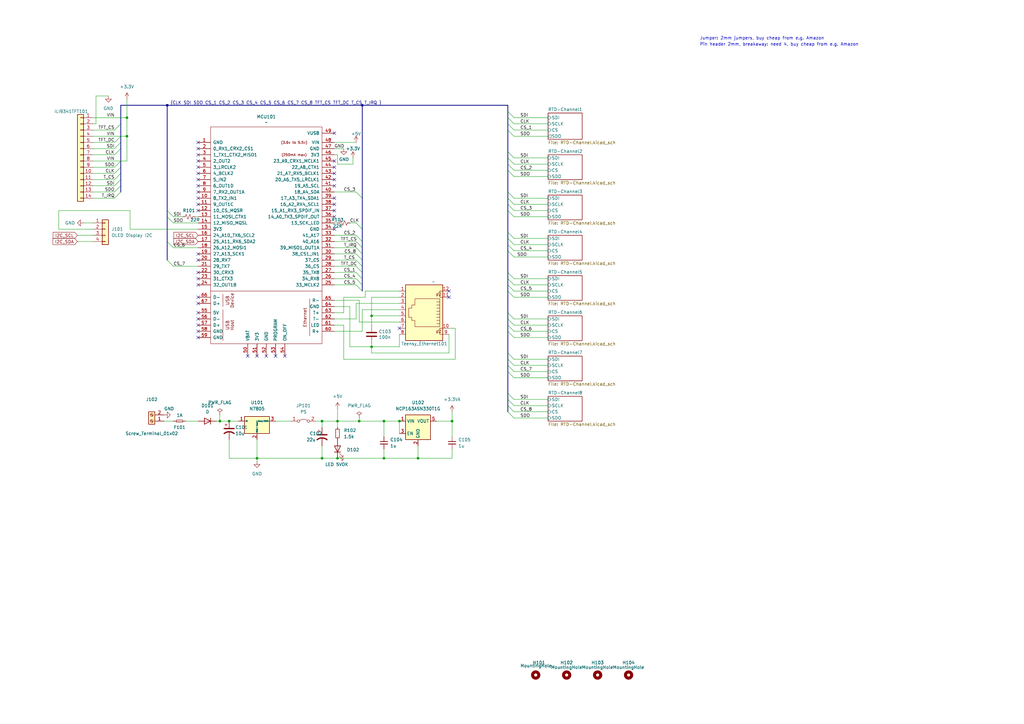
<source format=kicad_sch>
(kicad_sch (version 20230121) (generator eeschema)

  (uuid 3251231f-d8ec-4c5a-a68d-d766932de04a)

  (paper "A3")

  (lib_symbols
    (symbol "Connector:RJ45_LED" (pin_names (offset 1.016)) (in_bom yes) (on_board yes)
      (property "Reference" "J" (at -5.08 13.97 0)
        (effects (font (size 1.27 1.27)) (justify right))
      )
      (property "Value" "RJ45_LED" (at 1.27 13.97 0)
        (effects (font (size 1.27 1.27)) (justify left))
      )
      (property "Footprint" "" (at 0 0.635 90)
        (effects (font (size 1.27 1.27)) hide)
      )
      (property "Datasheet" "~" (at 0 0.635 90)
        (effects (font (size 1.27 1.27)) hide)
      )
      (property "ki_keywords" "8P8C RJ female connector led" (at 0 0 0)
        (effects (font (size 1.27 1.27)) hide)
      )
      (property "ki_description" "RJ connector, 8P8C (8 positions 8 connected), two LEDs" (at 0 0 0)
        (effects (font (size 1.27 1.27)) hide)
      )
      (property "ki_fp_filters" "8P8C* RJ45*" (at 0 0 0)
        (effects (font (size 1.27 1.27)) hide)
      )
      (symbol "RJ45_LED_0_1"
        (polyline
          (pts
            (xy -7.62 -7.62)
            (xy -6.35 -7.62)
          )
          (stroke (width 0) (type default))
          (fill (type none))
        )
        (polyline
          (pts
            (xy -7.62 -5.08)
            (xy -6.35 -5.08)
          )
          (stroke (width 0) (type default))
          (fill (type none))
        )
        (polyline
          (pts
            (xy -7.62 7.62)
            (xy -6.35 7.62)
          )
          (stroke (width 0) (type default))
          (fill (type none))
        )
        (polyline
          (pts
            (xy -7.62 10.16)
            (xy -6.35 10.16)
          )
          (stroke (width 0) (type default))
          (fill (type none))
        )
        (polyline
          (pts
            (xy -6.858 -5.842)
            (xy -5.842 -5.842)
          )
          (stroke (width 0) (type default))
          (fill (type none))
        )
        (polyline
          (pts
            (xy -6.858 9.398)
            (xy -5.842 9.398)
          )
          (stroke (width 0) (type default))
          (fill (type none))
        )
        (polyline
          (pts
            (xy -6.35 -7.62)
            (xy -6.35 -6.858)
          )
          (stroke (width 0) (type default))
          (fill (type none))
        )
        (polyline
          (pts
            (xy -6.35 -5.08)
            (xy -6.35 -5.842)
          )
          (stroke (width 0) (type default))
          (fill (type none))
        )
        (polyline
          (pts
            (xy -6.35 7.62)
            (xy -6.35 8.382)
          )
          (stroke (width 0) (type default))
          (fill (type none))
        )
        (polyline
          (pts
            (xy -6.35 10.16)
            (xy -6.35 9.398)
          )
          (stroke (width 0) (type default))
          (fill (type none))
        )
        (polyline
          (pts
            (xy -5.08 -6.223)
            (xy -5.207 -6.604)
          )
          (stroke (width 0) (type default))
          (fill (type none))
        )
        (polyline
          (pts
            (xy -5.08 -5.588)
            (xy -5.207 -5.969)
          )
          (stroke (width 0) (type default))
          (fill (type none))
        )
        (polyline
          (pts
            (xy -5.08 4.445)
            (xy -6.35 4.445)
          )
          (stroke (width 0) (type default))
          (fill (type none))
        )
        (polyline
          (pts
            (xy -5.08 5.715)
            (xy -6.35 5.715)
          )
          (stroke (width 0) (type default))
          (fill (type none))
        )
        (polyline
          (pts
            (xy -5.08 9.017)
            (xy -5.207 8.636)
          )
          (stroke (width 0) (type default))
          (fill (type none))
        )
        (polyline
          (pts
            (xy -5.08 9.652)
            (xy -5.207 9.271)
          )
          (stroke (width 0) (type default))
          (fill (type none))
        )
        (polyline
          (pts
            (xy -6.35 -3.175)
            (xy -5.08 -3.175)
            (xy -5.08 -3.175)
          )
          (stroke (width 0) (type default))
          (fill (type none))
        )
        (polyline
          (pts
            (xy -6.35 -1.905)
            (xy -5.08 -1.905)
            (xy -5.08 -1.905)
          )
          (stroke (width 0) (type default))
          (fill (type none))
        )
        (polyline
          (pts
            (xy -6.35 -0.635)
            (xy -5.08 -0.635)
            (xy -5.08 -0.635)
          )
          (stroke (width 0) (type default))
          (fill (type none))
        )
        (polyline
          (pts
            (xy -6.35 0.635)
            (xy -5.08 0.635)
            (xy -5.08 0.635)
          )
          (stroke (width 0) (type default))
          (fill (type none))
        )
        (polyline
          (pts
            (xy -6.35 1.905)
            (xy -5.08 1.905)
            (xy -5.08 1.905)
          )
          (stroke (width 0) (type default))
          (fill (type none))
        )
        (polyline
          (pts
            (xy -5.588 -6.731)
            (xy -5.08 -6.223)
            (xy -5.461 -6.35)
          )
          (stroke (width 0) (type default))
          (fill (type none))
        )
        (polyline
          (pts
            (xy -5.588 -6.096)
            (xy -5.08 -5.588)
            (xy -5.461 -5.715)
          )
          (stroke (width 0) (type default))
          (fill (type none))
        )
        (polyline
          (pts
            (xy -5.588 8.509)
            (xy -5.08 9.017)
            (xy -5.461 8.89)
          )
          (stroke (width 0) (type default))
          (fill (type none))
        )
        (polyline
          (pts
            (xy -5.588 9.144)
            (xy -5.08 9.652)
            (xy -5.461 9.525)
          )
          (stroke (width 0) (type default))
          (fill (type none))
        )
        (polyline
          (pts
            (xy -5.08 3.175)
            (xy -6.35 3.175)
            (xy -6.35 3.175)
          )
          (stroke (width 0) (type default))
          (fill (type none))
        )
        (polyline
          (pts
            (xy -6.35 -5.842)
            (xy -6.858 -6.858)
            (xy -5.842 -6.858)
            (xy -6.35 -5.842)
          )
          (stroke (width 0) (type default))
          (fill (type none))
        )
        (polyline
          (pts
            (xy -6.35 9.398)
            (xy -6.858 8.382)
            (xy -5.842 8.382)
            (xy -6.35 9.398)
          )
          (stroke (width 0) (type default))
          (fill (type none))
        )
        (polyline
          (pts
            (xy -6.35 -4.445)
            (xy -6.35 6.985)
            (xy 3.81 6.985)
            (xy 3.81 4.445)
            (xy 5.08 4.445)
            (xy 5.08 3.175)
            (xy 6.35 3.175)
            (xy 6.35 -0.635)
            (xy 5.08 -0.635)
            (xy 5.08 -1.905)
            (xy 3.81 -1.905)
            (xy 3.81 -4.445)
            (xy -6.35 -4.445)
            (xy -6.35 -4.445)
          )
          (stroke (width 0) (type default))
          (fill (type none))
        )
        (rectangle (start 7.62 12.7) (end -7.62 -10.16)
          (stroke (width 0.254) (type default))
          (fill (type background))
        )
      )
      (symbol "RJ45_LED_1_1"
        (pin passive line (at 10.16 -7.62 180) (length 2.54)
          (name "~" (effects (font (size 1.27 1.27))))
          (number "1" (effects (font (size 1.27 1.27))))
        )
        (pin passive line (at -10.16 7.62 0) (length 2.54)
          (name "~" (effects (font (size 1.27 1.27))))
          (number "10" (effects (font (size 1.27 1.27))))
        )
        (pin passive line (at -10.16 -5.08 0) (length 2.54)
          (name "~" (effects (font (size 1.27 1.27))))
          (number "11" (effects (font (size 1.27 1.27))))
        )
        (pin passive line (at -10.16 -7.62 0) (length 2.54)
          (name "~" (effects (font (size 1.27 1.27))))
          (number "12" (effects (font (size 1.27 1.27))))
        )
        (pin passive line (at 10.16 -5.08 180) (length 2.54)
          (name "~" (effects (font (size 1.27 1.27))))
          (number "2" (effects (font (size 1.27 1.27))))
        )
        (pin passive line (at 10.16 -2.54 180) (length 2.54)
          (name "~" (effects (font (size 1.27 1.27))))
          (number "3" (effects (font (size 1.27 1.27))))
        )
        (pin passive line (at 10.16 0 180) (length 2.54)
          (name "~" (effects (font (size 1.27 1.27))))
          (number "4" (effects (font (size 1.27 1.27))))
        )
        (pin passive line (at 10.16 2.54 180) (length 2.54)
          (name "~" (effects (font (size 1.27 1.27))))
          (number "5" (effects (font (size 1.27 1.27))))
        )
        (pin passive line (at 10.16 5.08 180) (length 2.54)
          (name "~" (effects (font (size 1.27 1.27))))
          (number "6" (effects (font (size 1.27 1.27))))
        )
        (pin passive line (at 10.16 7.62 180) (length 2.54)
          (name "~" (effects (font (size 1.27 1.27))))
          (number "7" (effects (font (size 1.27 1.27))))
        )
        (pin passive line (at 10.16 10.16 180) (length 2.54)
          (name "~" (effects (font (size 1.27 1.27))))
          (number "8" (effects (font (size 1.27 1.27))))
        )
        (pin passive line (at -10.16 10.16 0) (length 2.54)
          (name "~" (effects (font (size 1.27 1.27))))
          (number "9" (effects (font (size 1.27 1.27))))
        )
      )
    )
    (symbol "Connector:Screw_Terminal_01x02" (pin_names (offset 1.016) hide) (in_bom yes) (on_board yes)
      (property "Reference" "J" (at 0 2.54 0)
        (effects (font (size 1.27 1.27)))
      )
      (property "Value" "Screw_Terminal_01x02" (at 0 -5.08 0)
        (effects (font (size 1.27 1.27)))
      )
      (property "Footprint" "" (at 0 0 0)
        (effects (font (size 1.27 1.27)) hide)
      )
      (property "Datasheet" "~" (at 0 0 0)
        (effects (font (size 1.27 1.27)) hide)
      )
      (property "ki_keywords" "screw terminal" (at 0 0 0)
        (effects (font (size 1.27 1.27)) hide)
      )
      (property "ki_description" "Generic screw terminal, single row, 01x02, script generated (kicad-library-utils/schlib/autogen/connector/)" (at 0 0 0)
        (effects (font (size 1.27 1.27)) hide)
      )
      (property "ki_fp_filters" "TerminalBlock*:*" (at 0 0 0)
        (effects (font (size 1.27 1.27)) hide)
      )
      (symbol "Screw_Terminal_01x02_1_1"
        (rectangle (start -1.27 1.27) (end 1.27 -3.81)
          (stroke (width 0.254) (type default))
          (fill (type background))
        )
        (circle (center 0 -2.54) (radius 0.635)
          (stroke (width 0.1524) (type default))
          (fill (type none))
        )
        (polyline
          (pts
            (xy -0.5334 -2.2098)
            (xy 0.3302 -3.048)
          )
          (stroke (width 0.1524) (type default))
          (fill (type none))
        )
        (polyline
          (pts
            (xy -0.5334 0.3302)
            (xy 0.3302 -0.508)
          )
          (stroke (width 0.1524) (type default))
          (fill (type none))
        )
        (polyline
          (pts
            (xy -0.3556 -2.032)
            (xy 0.508 -2.8702)
          )
          (stroke (width 0.1524) (type default))
          (fill (type none))
        )
        (polyline
          (pts
            (xy -0.3556 0.508)
            (xy 0.508 -0.3302)
          )
          (stroke (width 0.1524) (type default))
          (fill (type none))
        )
        (circle (center 0 0) (radius 0.635)
          (stroke (width 0.1524) (type default))
          (fill (type none))
        )
        (pin passive line (at -5.08 0 0) (length 3.81)
          (name "Pin_1" (effects (font (size 1.27 1.27))))
          (number "1" (effects (font (size 1.27 1.27))))
        )
        (pin passive line (at -5.08 -2.54 0) (length 3.81)
          (name "Pin_2" (effects (font (size 1.27 1.27))))
          (number "2" (effects (font (size 1.27 1.27))))
        )
      )
    )
    (symbol "Connector_Generic:Conn_01x04" (pin_names (offset 1.016) hide) (in_bom yes) (on_board yes)
      (property "Reference" "J" (at 0 5.08 0)
        (effects (font (size 1.27 1.27)))
      )
      (property "Value" "Conn_01x04" (at 0 -7.62 0)
        (effects (font (size 1.27 1.27)))
      )
      (property "Footprint" "" (at 0 0 0)
        (effects (font (size 1.27 1.27)) hide)
      )
      (property "Datasheet" "~" (at 0 0 0)
        (effects (font (size 1.27 1.27)) hide)
      )
      (property "ki_keywords" "connector" (at 0 0 0)
        (effects (font (size 1.27 1.27)) hide)
      )
      (property "ki_description" "Generic connector, single row, 01x04, script generated (kicad-library-utils/schlib/autogen/connector/)" (at 0 0 0)
        (effects (font (size 1.27 1.27)) hide)
      )
      (property "ki_fp_filters" "Connector*:*_1x??_*" (at 0 0 0)
        (effects (font (size 1.27 1.27)) hide)
      )
      (symbol "Conn_01x04_1_1"
        (rectangle (start -1.27 -4.953) (end 0 -5.207)
          (stroke (width 0.1524) (type default))
          (fill (type none))
        )
        (rectangle (start -1.27 -2.413) (end 0 -2.667)
          (stroke (width 0.1524) (type default))
          (fill (type none))
        )
        (rectangle (start -1.27 0.127) (end 0 -0.127)
          (stroke (width 0.1524) (type default))
          (fill (type none))
        )
        (rectangle (start -1.27 2.667) (end 0 2.413)
          (stroke (width 0.1524) (type default))
          (fill (type none))
        )
        (rectangle (start -1.27 3.81) (end 1.27 -6.35)
          (stroke (width 0.254) (type default))
          (fill (type background))
        )
        (pin passive line (at -5.08 2.54 0) (length 3.81)
          (name "Pin_1" (effects (font (size 1.27 1.27))))
          (number "1" (effects (font (size 1.27 1.27))))
        )
        (pin passive line (at -5.08 0 0) (length 3.81)
          (name "Pin_2" (effects (font (size 1.27 1.27))))
          (number "2" (effects (font (size 1.27 1.27))))
        )
        (pin passive line (at -5.08 -2.54 0) (length 3.81)
          (name "Pin_3" (effects (font (size 1.27 1.27))))
          (number "3" (effects (font (size 1.27 1.27))))
        )
        (pin passive line (at -5.08 -5.08 0) (length 3.81)
          (name "Pin_4" (effects (font (size 1.27 1.27))))
          (number "4" (effects (font (size 1.27 1.27))))
        )
      )
    )
    (symbol "Connector_Generic:Conn_01x14" (pin_names (offset 1.016) hide) (in_bom yes) (on_board yes)
      (property "Reference" "J" (at 0 17.78 0)
        (effects (font (size 1.27 1.27)))
      )
      (property "Value" "Conn_01x14" (at 0 -20.32 0)
        (effects (font (size 1.27 1.27)))
      )
      (property "Footprint" "" (at 0 0 0)
        (effects (font (size 1.27 1.27)) hide)
      )
      (property "Datasheet" "~" (at 0 0 0)
        (effects (font (size 1.27 1.27)) hide)
      )
      (property "ki_keywords" "connector" (at 0 0 0)
        (effects (font (size 1.27 1.27)) hide)
      )
      (property "ki_description" "Generic connector, single row, 01x14, script generated (kicad-library-utils/schlib/autogen/connector/)" (at 0 0 0)
        (effects (font (size 1.27 1.27)) hide)
      )
      (property "ki_fp_filters" "Connector*:*_1x??_*" (at 0 0 0)
        (effects (font (size 1.27 1.27)) hide)
      )
      (symbol "Conn_01x14_1_1"
        (rectangle (start -1.27 -17.653) (end 0 -17.907)
          (stroke (width 0.1524) (type default))
          (fill (type none))
        )
        (rectangle (start -1.27 -15.113) (end 0 -15.367)
          (stroke (width 0.1524) (type default))
          (fill (type none))
        )
        (rectangle (start -1.27 -12.573) (end 0 -12.827)
          (stroke (width 0.1524) (type default))
          (fill (type none))
        )
        (rectangle (start -1.27 -10.033) (end 0 -10.287)
          (stroke (width 0.1524) (type default))
          (fill (type none))
        )
        (rectangle (start -1.27 -7.493) (end 0 -7.747)
          (stroke (width 0.1524) (type default))
          (fill (type none))
        )
        (rectangle (start -1.27 -4.953) (end 0 -5.207)
          (stroke (width 0.1524) (type default))
          (fill (type none))
        )
        (rectangle (start -1.27 -2.413) (end 0 -2.667)
          (stroke (width 0.1524) (type default))
          (fill (type none))
        )
        (rectangle (start -1.27 0.127) (end 0 -0.127)
          (stroke (width 0.1524) (type default))
          (fill (type none))
        )
        (rectangle (start -1.27 2.667) (end 0 2.413)
          (stroke (width 0.1524) (type default))
          (fill (type none))
        )
        (rectangle (start -1.27 5.207) (end 0 4.953)
          (stroke (width 0.1524) (type default))
          (fill (type none))
        )
        (rectangle (start -1.27 7.747) (end 0 7.493)
          (stroke (width 0.1524) (type default))
          (fill (type none))
        )
        (rectangle (start -1.27 10.287) (end 0 10.033)
          (stroke (width 0.1524) (type default))
          (fill (type none))
        )
        (rectangle (start -1.27 12.827) (end 0 12.573)
          (stroke (width 0.1524) (type default))
          (fill (type none))
        )
        (rectangle (start -1.27 15.367) (end 0 15.113)
          (stroke (width 0.1524) (type default))
          (fill (type none))
        )
        (rectangle (start -1.27 16.51) (end 1.27 -19.05)
          (stroke (width 0.254) (type default))
          (fill (type background))
        )
        (pin passive line (at -5.08 15.24 0) (length 3.81)
          (name "Pin_1" (effects (font (size 1.27 1.27))))
          (number "1" (effects (font (size 1.27 1.27))))
        )
        (pin passive line (at -5.08 -7.62 0) (length 3.81)
          (name "Pin_10" (effects (font (size 1.27 1.27))))
          (number "10" (effects (font (size 1.27 1.27))))
        )
        (pin passive line (at -5.08 -10.16 0) (length 3.81)
          (name "Pin_11" (effects (font (size 1.27 1.27))))
          (number "11" (effects (font (size 1.27 1.27))))
        )
        (pin passive line (at -5.08 -12.7 0) (length 3.81)
          (name "Pin_12" (effects (font (size 1.27 1.27))))
          (number "12" (effects (font (size 1.27 1.27))))
        )
        (pin passive line (at -5.08 -15.24 0) (length 3.81)
          (name "Pin_13" (effects (font (size 1.27 1.27))))
          (number "13" (effects (font (size 1.27 1.27))))
        )
        (pin passive line (at -5.08 -17.78 0) (length 3.81)
          (name "Pin_14" (effects (font (size 1.27 1.27))))
          (number "14" (effects (font (size 1.27 1.27))))
        )
        (pin passive line (at -5.08 12.7 0) (length 3.81)
          (name "Pin_2" (effects (font (size 1.27 1.27))))
          (number "2" (effects (font (size 1.27 1.27))))
        )
        (pin passive line (at -5.08 10.16 0) (length 3.81)
          (name "Pin_3" (effects (font (size 1.27 1.27))))
          (number "3" (effects (font (size 1.27 1.27))))
        )
        (pin passive line (at -5.08 7.62 0) (length 3.81)
          (name "Pin_4" (effects (font (size 1.27 1.27))))
          (number "4" (effects (font (size 1.27 1.27))))
        )
        (pin passive line (at -5.08 5.08 0) (length 3.81)
          (name "Pin_5" (effects (font (size 1.27 1.27))))
          (number "5" (effects (font (size 1.27 1.27))))
        )
        (pin passive line (at -5.08 2.54 0) (length 3.81)
          (name "Pin_6" (effects (font (size 1.27 1.27))))
          (number "6" (effects (font (size 1.27 1.27))))
        )
        (pin passive line (at -5.08 0 0) (length 3.81)
          (name "Pin_7" (effects (font (size 1.27 1.27))))
          (number "7" (effects (font (size 1.27 1.27))))
        )
        (pin passive line (at -5.08 -2.54 0) (length 3.81)
          (name "Pin_8" (effects (font (size 1.27 1.27))))
          (number "8" (effects (font (size 1.27 1.27))))
        )
        (pin passive line (at -5.08 -5.08 0) (length 3.81)
          (name "Pin_9" (effects (font (size 1.27 1.27))))
          (number "9" (effects (font (size 1.27 1.27))))
        )
      )
    )
    (symbol "Device:C" (pin_numbers hide) (pin_names (offset 0.254)) (in_bom yes) (on_board yes)
      (property "Reference" "C" (at 0.635 2.54 0)
        (effects (font (size 1.27 1.27)) (justify left))
      )
      (property "Value" "C" (at 0.635 -2.54 0)
        (effects (font (size 1.27 1.27)) (justify left))
      )
      (property "Footprint" "" (at 0.9652 -3.81 0)
        (effects (font (size 1.27 1.27)) hide)
      )
      (property "Datasheet" "~" (at 0 0 0)
        (effects (font (size 1.27 1.27)) hide)
      )
      (property "ki_keywords" "cap capacitor" (at 0 0 0)
        (effects (font (size 1.27 1.27)) hide)
      )
      (property "ki_description" "Unpolarized capacitor" (at 0 0 0)
        (effects (font (size 1.27 1.27)) hide)
      )
      (property "ki_fp_filters" "C_*" (at 0 0 0)
        (effects (font (size 1.27 1.27)) hide)
      )
      (symbol "C_0_1"
        (polyline
          (pts
            (xy -2.032 -0.762)
            (xy 2.032 -0.762)
          )
          (stroke (width 0.508) (type default))
          (fill (type none))
        )
        (polyline
          (pts
            (xy -2.032 0.762)
            (xy 2.032 0.762)
          )
          (stroke (width 0.508) (type default))
          (fill (type none))
        )
      )
      (symbol "C_1_1"
        (pin passive line (at 0 3.81 270) (length 2.794)
          (name "~" (effects (font (size 1.27 1.27))))
          (number "1" (effects (font (size 1.27 1.27))))
        )
        (pin passive line (at 0 -3.81 90) (length 2.794)
          (name "~" (effects (font (size 1.27 1.27))))
          (number "2" (effects (font (size 1.27 1.27))))
        )
      )
    )
    (symbol "Device:C_Polarized_US" (pin_numbers hide) (pin_names (offset 0.254) hide) (in_bom yes) (on_board yes)
      (property "Reference" "C" (at 0.635 2.54 0)
        (effects (font (size 1.27 1.27)) (justify left))
      )
      (property "Value" "C_Polarized_US" (at 0.635 -2.54 0)
        (effects (font (size 1.27 1.27)) (justify left))
      )
      (property "Footprint" "" (at 0 0 0)
        (effects (font (size 1.27 1.27)) hide)
      )
      (property "Datasheet" "~" (at 0 0 0)
        (effects (font (size 1.27 1.27)) hide)
      )
      (property "ki_keywords" "cap capacitor" (at 0 0 0)
        (effects (font (size 1.27 1.27)) hide)
      )
      (property "ki_description" "Polarized capacitor, US symbol" (at 0 0 0)
        (effects (font (size 1.27 1.27)) hide)
      )
      (property "ki_fp_filters" "CP_*" (at 0 0 0)
        (effects (font (size 1.27 1.27)) hide)
      )
      (symbol "C_Polarized_US_0_1"
        (polyline
          (pts
            (xy -2.032 0.762)
            (xy 2.032 0.762)
          )
          (stroke (width 0.508) (type default))
          (fill (type none))
        )
        (polyline
          (pts
            (xy -1.778 2.286)
            (xy -0.762 2.286)
          )
          (stroke (width 0) (type default))
          (fill (type none))
        )
        (polyline
          (pts
            (xy -1.27 1.778)
            (xy -1.27 2.794)
          )
          (stroke (width 0) (type default))
          (fill (type none))
        )
        (arc (start 2.032 -1.27) (mid 0 -0.5572) (end -2.032 -1.27)
          (stroke (width 0.508) (type default))
          (fill (type none))
        )
      )
      (symbol "C_Polarized_US_1_1"
        (pin passive line (at 0 3.81 270) (length 2.794)
          (name "~" (effects (font (size 1.27 1.27))))
          (number "1" (effects (font (size 1.27 1.27))))
        )
        (pin passive line (at 0 -3.81 90) (length 3.302)
          (name "~" (effects (font (size 1.27 1.27))))
          (number "2" (effects (font (size 1.27 1.27))))
        )
      )
    )
    (symbol "Device:C_Small" (pin_numbers hide) (pin_names (offset 0.254) hide) (in_bom yes) (on_board yes)
      (property "Reference" "C" (at 0.254 1.778 0)
        (effects (font (size 1.27 1.27)) (justify left))
      )
      (property "Value" "C_Small" (at 0.254 -2.032 0)
        (effects (font (size 1.27 1.27)) (justify left))
      )
      (property "Footprint" "" (at 0 0 0)
        (effects (font (size 1.27 1.27)) hide)
      )
      (property "Datasheet" "~" (at 0 0 0)
        (effects (font (size 1.27 1.27)) hide)
      )
      (property "ki_keywords" "capacitor cap" (at 0 0 0)
        (effects (font (size 1.27 1.27)) hide)
      )
      (property "ki_description" "Unpolarized capacitor, small symbol" (at 0 0 0)
        (effects (font (size 1.27 1.27)) hide)
      )
      (property "ki_fp_filters" "C_*" (at 0 0 0)
        (effects (font (size 1.27 1.27)) hide)
      )
      (symbol "C_Small_0_1"
        (polyline
          (pts
            (xy -1.524 -0.508)
            (xy 1.524 -0.508)
          )
          (stroke (width 0.3302) (type default))
          (fill (type none))
        )
        (polyline
          (pts
            (xy -1.524 0.508)
            (xy 1.524 0.508)
          )
          (stroke (width 0.3048) (type default))
          (fill (type none))
        )
      )
      (symbol "C_Small_1_1"
        (pin passive line (at 0 2.54 270) (length 2.032)
          (name "~" (effects (font (size 1.27 1.27))))
          (number "1" (effects (font (size 1.27 1.27))))
        )
        (pin passive line (at 0 -2.54 90) (length 2.032)
          (name "~" (effects (font (size 1.27 1.27))))
          (number "2" (effects (font (size 1.27 1.27))))
        )
      )
    )
    (symbol "Device:D" (pin_numbers hide) (pin_names (offset 1.016) hide) (in_bom yes) (on_board yes)
      (property "Reference" "D" (at 0 2.54 0)
        (effects (font (size 1.27 1.27)))
      )
      (property "Value" "D" (at 0 -2.54 0)
        (effects (font (size 1.27 1.27)))
      )
      (property "Footprint" "" (at 0 0 0)
        (effects (font (size 1.27 1.27)) hide)
      )
      (property "Datasheet" "~" (at 0 0 0)
        (effects (font (size 1.27 1.27)) hide)
      )
      (property "ki_keywords" "diode" (at 0 0 0)
        (effects (font (size 1.27 1.27)) hide)
      )
      (property "ki_description" "Diode" (at 0 0 0)
        (effects (font (size 1.27 1.27)) hide)
      )
      (property "ki_fp_filters" "TO-???* *_Diode_* *SingleDiode* D_*" (at 0 0 0)
        (effects (font (size 1.27 1.27)) hide)
      )
      (symbol "D_0_1"
        (polyline
          (pts
            (xy -1.27 1.27)
            (xy -1.27 -1.27)
          )
          (stroke (width 0.254) (type default))
          (fill (type none))
        )
        (polyline
          (pts
            (xy 1.27 0)
            (xy -1.27 0)
          )
          (stroke (width 0) (type default))
          (fill (type none))
        )
        (polyline
          (pts
            (xy 1.27 1.27)
            (xy 1.27 -1.27)
            (xy -1.27 0)
            (xy 1.27 1.27)
          )
          (stroke (width 0.254) (type default))
          (fill (type none))
        )
      )
      (symbol "D_1_1"
        (pin passive line (at -3.81 0 0) (length 2.54)
          (name "K" (effects (font (size 1.27 1.27))))
          (number "1" (effects (font (size 1.27 1.27))))
        )
        (pin passive line (at 3.81 0 180) (length 2.54)
          (name "A" (effects (font (size 1.27 1.27))))
          (number "2" (effects (font (size 1.27 1.27))))
        )
      )
    )
    (symbol "Device:Fuse_Small" (pin_numbers hide) (pin_names (offset 0.254) hide) (in_bom yes) (on_board yes)
      (property "Reference" "F" (at 0 -1.524 0)
        (effects (font (size 1.27 1.27)))
      )
      (property "Value" "Fuse_Small" (at 0 1.524 0)
        (effects (font (size 1.27 1.27)))
      )
      (property "Footprint" "" (at 0 0 0)
        (effects (font (size 1.27 1.27)) hide)
      )
      (property "Datasheet" "~" (at 0 0 0)
        (effects (font (size 1.27 1.27)) hide)
      )
      (property "ki_keywords" "fuse" (at 0 0 0)
        (effects (font (size 1.27 1.27)) hide)
      )
      (property "ki_description" "Fuse, small symbol" (at 0 0 0)
        (effects (font (size 1.27 1.27)) hide)
      )
      (property "ki_fp_filters" "*Fuse*" (at 0 0 0)
        (effects (font (size 1.27 1.27)) hide)
      )
      (symbol "Fuse_Small_0_1"
        (rectangle (start -1.27 0.508) (end 1.27 -0.508)
          (stroke (width 0) (type default))
          (fill (type none))
        )
        (polyline
          (pts
            (xy -1.27 0)
            (xy 1.27 0)
          )
          (stroke (width 0) (type default))
          (fill (type none))
        )
      )
      (symbol "Fuse_Small_1_1"
        (pin passive line (at -2.54 0 0) (length 1.27)
          (name "~" (effects (font (size 1.27 1.27))))
          (number "1" (effects (font (size 1.27 1.27))))
        )
        (pin passive line (at 2.54 0 180) (length 1.27)
          (name "~" (effects (font (size 1.27 1.27))))
          (number "2" (effects (font (size 1.27 1.27))))
        )
      )
    )
    (symbol "Device:LED" (pin_numbers hide) (pin_names (offset 1.016) hide) (in_bom yes) (on_board yes)
      (property "Reference" "D" (at 0 2.54 0)
        (effects (font (size 1.27 1.27)))
      )
      (property "Value" "LED" (at 0 -2.54 0)
        (effects (font (size 1.27 1.27)))
      )
      (property "Footprint" "" (at 0 0 0)
        (effects (font (size 1.27 1.27)) hide)
      )
      (property "Datasheet" "~" (at 0 0 0)
        (effects (font (size 1.27 1.27)) hide)
      )
      (property "ki_keywords" "LED diode" (at 0 0 0)
        (effects (font (size 1.27 1.27)) hide)
      )
      (property "ki_description" "Light emitting diode" (at 0 0 0)
        (effects (font (size 1.27 1.27)) hide)
      )
      (property "ki_fp_filters" "LED* LED_SMD:* LED_THT:*" (at 0 0 0)
        (effects (font (size 1.27 1.27)) hide)
      )
      (symbol "LED_0_1"
        (polyline
          (pts
            (xy -1.27 -1.27)
            (xy -1.27 1.27)
          )
          (stroke (width 0.254) (type default))
          (fill (type none))
        )
        (polyline
          (pts
            (xy -1.27 0)
            (xy 1.27 0)
          )
          (stroke (width 0) (type default))
          (fill (type none))
        )
        (polyline
          (pts
            (xy 1.27 -1.27)
            (xy 1.27 1.27)
            (xy -1.27 0)
            (xy 1.27 -1.27)
          )
          (stroke (width 0.254) (type default))
          (fill (type none))
        )
        (polyline
          (pts
            (xy -3.048 -0.762)
            (xy -4.572 -2.286)
            (xy -3.81 -2.286)
            (xy -4.572 -2.286)
            (xy -4.572 -1.524)
          )
          (stroke (width 0) (type default))
          (fill (type none))
        )
        (polyline
          (pts
            (xy -1.778 -0.762)
            (xy -3.302 -2.286)
            (xy -2.54 -2.286)
            (xy -3.302 -2.286)
            (xy -3.302 -1.524)
          )
          (stroke (width 0) (type default))
          (fill (type none))
        )
      )
      (symbol "LED_1_1"
        (pin passive line (at -3.81 0 0) (length 2.54)
          (name "K" (effects (font (size 1.27 1.27))))
          (number "1" (effects (font (size 1.27 1.27))))
        )
        (pin passive line (at 3.81 0 180) (length 2.54)
          (name "A" (effects (font (size 1.27 1.27))))
          (number "2" (effects (font (size 1.27 1.27))))
        )
      )
    )
    (symbol "Device:R_Small" (pin_numbers hide) (pin_names (offset 0.254) hide) (in_bom yes) (on_board yes)
      (property "Reference" "R" (at 0.762 0.508 0)
        (effects (font (size 1.27 1.27)) (justify left))
      )
      (property "Value" "R_Small" (at 0.762 -1.016 0)
        (effects (font (size 1.27 1.27)) (justify left))
      )
      (property "Footprint" "" (at 0 0 0)
        (effects (font (size 1.27 1.27)) hide)
      )
      (property "Datasheet" "~" (at 0 0 0)
        (effects (font (size 1.27 1.27)) hide)
      )
      (property "ki_keywords" "R resistor" (at 0 0 0)
        (effects (font (size 1.27 1.27)) hide)
      )
      (property "ki_description" "Resistor, small symbol" (at 0 0 0)
        (effects (font (size 1.27 1.27)) hide)
      )
      (property "ki_fp_filters" "R_*" (at 0 0 0)
        (effects (font (size 1.27 1.27)) hide)
      )
      (symbol "R_Small_0_1"
        (rectangle (start -0.762 1.778) (end 0.762 -1.778)
          (stroke (width 0.2032) (type default))
          (fill (type none))
        )
      )
      (symbol "R_Small_1_1"
        (pin passive line (at 0 2.54 270) (length 0.762)
          (name "~" (effects (font (size 1.27 1.27))))
          (number "1" (effects (font (size 1.27 1.27))))
        )
        (pin passive line (at 0 -2.54 90) (length 0.762)
          (name "~" (effects (font (size 1.27 1.27))))
          (number "2" (effects (font (size 1.27 1.27))))
        )
      )
    )
    (symbol "Device:R_Small_US" (pin_numbers hide) (pin_names (offset 0.254) hide) (in_bom yes) (on_board yes)
      (property "Reference" "R" (at 0.762 0.508 0)
        (effects (font (size 1.27 1.27)) (justify left))
      )
      (property "Value" "R_Small_US" (at 0.762 -1.016 0)
        (effects (font (size 1.27 1.27)) (justify left))
      )
      (property "Footprint" "" (at 0 0 0)
        (effects (font (size 1.27 1.27)) hide)
      )
      (property "Datasheet" "~" (at 0 0 0)
        (effects (font (size 1.27 1.27)) hide)
      )
      (property "ki_keywords" "r resistor" (at 0 0 0)
        (effects (font (size 1.27 1.27)) hide)
      )
      (property "ki_description" "Resistor, small US symbol" (at 0 0 0)
        (effects (font (size 1.27 1.27)) hide)
      )
      (property "ki_fp_filters" "R_*" (at 0 0 0)
        (effects (font (size 1.27 1.27)) hide)
      )
      (symbol "R_Small_US_1_1"
        (polyline
          (pts
            (xy 0 0)
            (xy 1.016 -0.381)
            (xy 0 -0.762)
            (xy -1.016 -1.143)
            (xy 0 -1.524)
          )
          (stroke (width 0) (type default))
          (fill (type none))
        )
        (polyline
          (pts
            (xy 0 1.524)
            (xy 1.016 1.143)
            (xy 0 0.762)
            (xy -1.016 0.381)
            (xy 0 0)
          )
          (stroke (width 0) (type default))
          (fill (type none))
        )
        (pin passive line (at 0 2.54 270) (length 1.016)
          (name "~" (effects (font (size 1.27 1.27))))
          (number "1" (effects (font (size 1.27 1.27))))
        )
        (pin passive line (at 0 -2.54 90) (length 1.016)
          (name "~" (effects (font (size 1.27 1.27))))
          (number "2" (effects (font (size 1.27 1.27))))
        )
      )
    )
    (symbol "Jumper:Jumper_2_Bridged" (pin_names (offset 0) hide) (in_bom yes) (on_board yes)
      (property "Reference" "JP" (at 0 1.905 0)
        (effects (font (size 1.27 1.27)))
      )
      (property "Value" "Jumper_2_Bridged" (at 0 -2.54 0)
        (effects (font (size 1.27 1.27)))
      )
      (property "Footprint" "" (at 0 0 0)
        (effects (font (size 1.27 1.27)) hide)
      )
      (property "Datasheet" "~" (at 0 0 0)
        (effects (font (size 1.27 1.27)) hide)
      )
      (property "ki_keywords" "Jumper SPST" (at 0 0 0)
        (effects (font (size 1.27 1.27)) hide)
      )
      (property "ki_description" "Jumper, 2-pole, closed/bridged" (at 0 0 0)
        (effects (font (size 1.27 1.27)) hide)
      )
      (property "ki_fp_filters" "Jumper* TestPoint*2Pads* TestPoint*Bridge*" (at 0 0 0)
        (effects (font (size 1.27 1.27)) hide)
      )
      (symbol "Jumper_2_Bridged_0_0"
        (circle (center -2.032 0) (radius 0.508)
          (stroke (width 0) (type default))
          (fill (type none))
        )
        (circle (center 2.032 0) (radius 0.508)
          (stroke (width 0) (type default))
          (fill (type none))
        )
      )
      (symbol "Jumper_2_Bridged_0_1"
        (arc (start 1.524 0.254) (mid 0 0.762) (end -1.524 0.254)
          (stroke (width 0) (type default))
          (fill (type none))
        )
      )
      (symbol "Jumper_2_Bridged_1_1"
        (pin passive line (at -5.08 0 0) (length 2.54)
          (name "A" (effects (font (size 1.27 1.27))))
          (number "1" (effects (font (size 1.27 1.27))))
        )
        (pin passive line (at 5.08 0 180) (length 2.54)
          (name "B" (effects (font (size 1.27 1.27))))
          (number "2" (effects (font (size 1.27 1.27))))
        )
      )
    )
    (symbol "MeanWell-DC-DC:N7805" (pin_names (offset 0.254)) (in_bom yes) (on_board yes)
      (property "Reference" "U" (at -3.81 3.175 0)
        (effects (font (size 1.27 1.27)))
      )
      (property "Value" "N7805" (at 0 3.175 0)
        (effects (font (size 1.27 1.27)) (justify left))
      )
      (property "Footprint" "" (at 0.635 -3.81 0)
        (effects (font (size 1.27 1.27) italic) (justify left) hide)
      )
      (property "Datasheet" "" (at 0 -1.27 0)
        (effects (font (size 1.27 1.27)) hide)
      )
      (property "ki_keywords" "Voltage Regulator 1.5A Positive" (at 0 0 0)
        (effects (font (size 1.27 1.27)) hide)
      )
      (property "ki_description" "Positive 1.5A 35V Linear Regulator, Fixed Output 5V, TO-220/TO-263/TO-252" (at 0 0 0)
        (effects (font (size 1.27 1.27)) hide)
      )
      (property "ki_fp_filters" "TO?252* TO?263* TO?220*" (at 0 0 0)
        (effects (font (size 1.27 1.27)) hide)
      )
      (symbol "N7805_0_1"
        (rectangle (start -5.08 1.905) (end 5.08 -5.08)
          (stroke (width 0.254) (type default))
          (fill (type background))
        )
      )
      (symbol "N7805_1_1"
        (pin power_in line (at -7.62 0 0) (length 2.54)
          (name "IN" (effects (font (size 0.6 0.6))))
          (number "1" (effects (font (size 1.27 1.27))))
        )
        (pin power_out line (at 0 -7.62 90) (length 2.54)
          (name "GND/-Vout" (effects (font (size 0.5 0.5))))
          (number "2" (effects (font (size 1.27 1.27))))
        )
        (pin power_out line (at 7.62 0 180) (length 2.54)
          (name "+Vout/GND" (effects (font (size 0.6 0.6))))
          (number "3" (effects (font (size 1.27 1.27))))
        )
      )
    )
    (symbol "Mechanical:MountingHole" (pin_names (offset 1.016)) (in_bom yes) (on_board yes)
      (property "Reference" "H" (at 0 5.08 0)
        (effects (font (size 1.27 1.27)))
      )
      (property "Value" "MountingHole" (at 0 3.175 0)
        (effects (font (size 1.27 1.27)))
      )
      (property "Footprint" "" (at 0 0 0)
        (effects (font (size 1.27 1.27)) hide)
      )
      (property "Datasheet" "~" (at 0 0 0)
        (effects (font (size 1.27 1.27)) hide)
      )
      (property "ki_keywords" "mounting hole" (at 0 0 0)
        (effects (font (size 1.27 1.27)) hide)
      )
      (property "ki_description" "Mounting Hole without connection" (at 0 0 0)
        (effects (font (size 1.27 1.27)) hide)
      )
      (property "ki_fp_filters" "MountingHole*" (at 0 0 0)
        (effects (font (size 1.27 1.27)) hide)
      )
      (symbol "MountingHole_0_1"
        (circle (center 0 0) (radius 1.27)
          (stroke (width 1.27) (type default))
          (fill (type none))
        )
      )
    )
    (symbol "Regulator_Linear:NCP163ASN330T1G" (in_bom yes) (on_board yes)
      (property "Reference" "U" (at 0 8.89 0)
        (effects (font (size 1.27 1.27)))
      )
      (property "Value" "NCP163ASN330T1G" (at 0 6.35 0)
        (effects (font (size 1.27 1.27)))
      )
      (property "Footprint" "Package_TO_SOT_SMD:SOT-23-5" (at 0 7.62 0)
        (effects (font (size 1.27 1.27)) hide)
      )
      (property "Datasheet" "https://www.onsemi.com/pdf/datasheet/ncp163-d.pdf" (at 0 7.62 0)
        (effects (font (size 1.27 1.27)) hide)
      )
      (property "ki_keywords" "LDO regulator voltage" (at 0 0 0)
        (effects (font (size 1.27 1.27)) hide)
      )
      (property "ki_description" "250mA low-noise LDO, 2.2V-5.5V input, 3.3V output, SOT-23-5" (at 0 0 0)
        (effects (font (size 1.27 1.27)) hide)
      )
      (property "ki_fp_filters" "SOT?23*" (at 0 0 0)
        (effects (font (size 1.27 1.27)) hide)
      )
      (symbol "NCP163ASN330T1G_0_1"
        (rectangle (start -5.08 5.08) (end 5.08 -5.08)
          (stroke (width 0.254) (type default))
          (fill (type background))
        )
      )
      (symbol "NCP163ASN330T1G_1_1"
        (pin power_in line (at -7.62 2.54 0) (length 2.54)
          (name "VIN" (effects (font (size 1.27 1.27))))
          (number "1" (effects (font (size 1.27 1.27))))
        )
        (pin power_in line (at 0 -7.62 90) (length 2.54)
          (name "GND" (effects (font (size 1.27 1.27))))
          (number "2" (effects (font (size 1.27 1.27))))
        )
        (pin input line (at -7.62 -2.54 0) (length 2.54)
          (name "EN" (effects (font (size 1.27 1.27))))
          (number "3" (effects (font (size 1.27 1.27))))
        )
        (pin no_connect line (at 5.08 -2.54 180) (length 2.54) hide
          (name "NC" (effects (font (size 1.27 1.27))))
          (number "4" (effects (font (size 1.27 1.27))))
        )
        (pin power_out line (at 7.62 2.54 180) (length 2.54)
          (name "VOUT" (effects (font (size 1.27 1.27))))
          (number "5" (effects (font (size 1.27 1.27))))
        )
      )
    )
    (symbol "power:+3.3V" (power) (pin_names (offset 0)) (in_bom yes) (on_board yes)
      (property "Reference" "#PWR" (at 0 -3.81 0)
        (effects (font (size 1.27 1.27)) hide)
      )
      (property "Value" "+3.3V" (at 0 3.556 0)
        (effects (font (size 1.27 1.27)))
      )
      (property "Footprint" "" (at 0 0 0)
        (effects (font (size 1.27 1.27)) hide)
      )
      (property "Datasheet" "" (at 0 0 0)
        (effects (font (size 1.27 1.27)) hide)
      )
      (property "ki_keywords" "global power" (at 0 0 0)
        (effects (font (size 1.27 1.27)) hide)
      )
      (property "ki_description" "Power symbol creates a global label with name \"+3.3V\"" (at 0 0 0)
        (effects (font (size 1.27 1.27)) hide)
      )
      (symbol "+3.3V_0_1"
        (polyline
          (pts
            (xy -0.762 1.27)
            (xy 0 2.54)
          )
          (stroke (width 0) (type default))
          (fill (type none))
        )
        (polyline
          (pts
            (xy 0 0)
            (xy 0 2.54)
          )
          (stroke (width 0) (type default))
          (fill (type none))
        )
        (polyline
          (pts
            (xy 0 2.54)
            (xy 0.762 1.27)
          )
          (stroke (width 0) (type default))
          (fill (type none))
        )
      )
      (symbol "+3.3V_1_1"
        (pin power_in line (at 0 0 90) (length 0) hide
          (name "+3.3V" (effects (font (size 1.27 1.27))))
          (number "1" (effects (font (size 1.27 1.27))))
        )
      )
    )
    (symbol "power:+3.3VA" (power) (pin_names (offset 0)) (in_bom yes) (on_board yes)
      (property "Reference" "#PWR" (at 0 -3.81 0)
        (effects (font (size 1.27 1.27)) hide)
      )
      (property "Value" "+3.3VA" (at 0 3.556 0)
        (effects (font (size 1.27 1.27)))
      )
      (property "Footprint" "" (at 0 0 0)
        (effects (font (size 1.27 1.27)) hide)
      )
      (property "Datasheet" "" (at 0 0 0)
        (effects (font (size 1.27 1.27)) hide)
      )
      (property "ki_keywords" "global power" (at 0 0 0)
        (effects (font (size 1.27 1.27)) hide)
      )
      (property "ki_description" "Power symbol creates a global label with name \"+3.3VA\"" (at 0 0 0)
        (effects (font (size 1.27 1.27)) hide)
      )
      (symbol "+3.3VA_0_1"
        (polyline
          (pts
            (xy -0.762 1.27)
            (xy 0 2.54)
          )
          (stroke (width 0) (type default))
          (fill (type none))
        )
        (polyline
          (pts
            (xy 0 0)
            (xy 0 2.54)
          )
          (stroke (width 0) (type default))
          (fill (type none))
        )
        (polyline
          (pts
            (xy 0 2.54)
            (xy 0.762 1.27)
          )
          (stroke (width 0) (type default))
          (fill (type none))
        )
      )
      (symbol "+3.3VA_1_1"
        (pin power_in line (at 0 0 90) (length 0) hide
          (name "+3.3VA" (effects (font (size 1.27 1.27))))
          (number "1" (effects (font (size 1.27 1.27))))
        )
      )
    )
    (symbol "power:+5V" (power) (pin_names (offset 0)) (in_bom yes) (on_board yes)
      (property "Reference" "#PWR" (at 0 -3.81 0)
        (effects (font (size 1.27 1.27)) hide)
      )
      (property "Value" "+5V" (at 0 3.556 0)
        (effects (font (size 1.27 1.27)))
      )
      (property "Footprint" "" (at 0 0 0)
        (effects (font (size 1.27 1.27)) hide)
      )
      (property "Datasheet" "" (at 0 0 0)
        (effects (font (size 1.27 1.27)) hide)
      )
      (property "ki_keywords" "global power" (at 0 0 0)
        (effects (font (size 1.27 1.27)) hide)
      )
      (property "ki_description" "Power symbol creates a global label with name \"+5V\"" (at 0 0 0)
        (effects (font (size 1.27 1.27)) hide)
      )
      (symbol "+5V_0_1"
        (polyline
          (pts
            (xy -0.762 1.27)
            (xy 0 2.54)
          )
          (stroke (width 0) (type default))
          (fill (type none))
        )
        (polyline
          (pts
            (xy 0 0)
            (xy 0 2.54)
          )
          (stroke (width 0) (type default))
          (fill (type none))
        )
        (polyline
          (pts
            (xy 0 2.54)
            (xy 0.762 1.27)
          )
          (stroke (width 0) (type default))
          (fill (type none))
        )
      )
      (symbol "+5V_1_1"
        (pin power_in line (at 0 0 90) (length 0) hide
          (name "+5V" (effects (font (size 1.27 1.27))))
          (number "1" (effects (font (size 1.27 1.27))))
        )
      )
    )
    (symbol "power:GND" (power) (pin_names (offset 0)) (in_bom yes) (on_board yes)
      (property "Reference" "#PWR" (at 0 -6.35 0)
        (effects (font (size 1.27 1.27)) hide)
      )
      (property "Value" "GND" (at 0 -3.81 0)
        (effects (font (size 1.27 1.27)))
      )
      (property "Footprint" "" (at 0 0 0)
        (effects (font (size 1.27 1.27)) hide)
      )
      (property "Datasheet" "" (at 0 0 0)
        (effects (font (size 1.27 1.27)) hide)
      )
      (property "ki_keywords" "global power" (at 0 0 0)
        (effects (font (size 1.27 1.27)) hide)
      )
      (property "ki_description" "Power symbol creates a global label with name \"GND\" , ground" (at 0 0 0)
        (effects (font (size 1.27 1.27)) hide)
      )
      (symbol "GND_0_1"
        (polyline
          (pts
            (xy 0 0)
            (xy 0 -1.27)
            (xy 1.27 -1.27)
            (xy 0 -2.54)
            (xy -1.27 -1.27)
            (xy 0 -1.27)
          )
          (stroke (width 0) (type default))
          (fill (type none))
        )
      )
      (symbol "GND_1_1"
        (pin power_in line (at 0 0 270) (length 0) hide
          (name "GND" (effects (font (size 1.27 1.27))))
          (number "1" (effects (font (size 1.27 1.27))))
        )
      )
    )
    (symbol "power:PWR_FLAG" (power) (pin_numbers hide) (pin_names (offset 0) hide) (in_bom yes) (on_board yes)
      (property "Reference" "#FLG" (at 0 1.905 0)
        (effects (font (size 1.27 1.27)) hide)
      )
      (property "Value" "PWR_FLAG" (at 0 3.81 0)
        (effects (font (size 1.27 1.27)))
      )
      (property "Footprint" "" (at 0 0 0)
        (effects (font (size 1.27 1.27)) hide)
      )
      (property "Datasheet" "~" (at 0 0 0)
        (effects (font (size 1.27 1.27)) hide)
      )
      (property "ki_keywords" "flag power" (at 0 0 0)
        (effects (font (size 1.27 1.27)) hide)
      )
      (property "ki_description" "Special symbol for telling ERC where power comes from" (at 0 0 0)
        (effects (font (size 1.27 1.27)) hide)
      )
      (symbol "PWR_FLAG_0_0"
        (pin power_out line (at 0 0 90) (length 0)
          (name "pwr" (effects (font (size 1.27 1.27))))
          (number "1" (effects (font (size 1.27 1.27))))
        )
      )
      (symbol "PWR_FLAG_0_1"
        (polyline
          (pts
            (xy 0 0)
            (xy 0 1.27)
            (xy -1.016 1.905)
            (xy 0 2.54)
            (xy 1.016 1.905)
            (xy 0 1.27)
          )
          (stroke (width 0) (type default))
          (fill (type none))
        )
      )
    )
    (symbol "teensy:Teensy4.1" (pin_names (offset 1.016)) (in_bom yes) (on_board yes)
      (property "Reference" "U" (at 0 64.77 0)
        (effects (font (size 1.27 1.27)))
      )
      (property "Value" "Teensy4.1" (at 0 62.23 0)
        (effects (font (size 1.27 1.27)))
      )
      (property "Footprint" "" (at -10.16 10.16 0)
        (effects (font (size 1.27 1.27)) hide)
      )
      (property "Datasheet" "" (at -10.16 10.16 0)
        (effects (font (size 1.27 1.27)) hide)
      )
      (symbol "Teensy4.1_0_0"
        (polyline
          (pts
            (xy -22.86 -6.35)
            (xy 22.86 -6.35)
          )
          (stroke (width 0) (type default))
          (fill (type none))
        )
        (polyline
          (pts
            (xy -17.78 -26.67)
            (xy -17.78 -13.97)
          )
          (stroke (width 0) (type default))
          (fill (type none))
        )
        (polyline
          (pts
            (xy -17.78 -7.62)
            (xy -17.78 -12.7)
          )
          (stroke (width 0) (type default))
          (fill (type none))
        )
        (polyline
          (pts
            (xy 17.78 -9.525)
            (xy 17.78 -24.765)
          )
          (stroke (width 0) (type default))
          (fill (type none))
        )
        (text "(250mA max)" (at 11.43 49.53 0)
          (effects (font (size 1.016 1.016)))
        )
        (text "(3.6v to 5.5v)" (at 11.43 54.61 0)
          (effects (font (size 1.016 1.016)))
        )
        (text "Device" (at -13.97 -10.16 900)
          (effects (font (size 1.27 1.27)))
        )
        (text "Ethernet" (at 15.875 -17.145 900)
          (effects (font (size 1.27 1.27)))
        )
        (text "Host" (at -13.97 -20.32 900)
          (effects (font (size 1.27 1.27)))
        )
        (text "USB" (at -15.875 -20.32 900)
          (effects (font (size 1.27 1.27)))
        )
        (text "USB" (at -15.875 -10.16 900)
          (effects (font (size 1.27 1.27)))
        )
        (pin bidirectional line (at -27.94 31.75 0) (length 5.08)
          (name "8_TX2_IN1" (effects (font (size 1.27 1.27))))
          (number "10" (effects (font (size 1.27 1.27))))
        )
        (pin bidirectional line (at -27.94 29.21 0) (length 5.08)
          (name "9_OUT1C" (effects (font (size 1.27 1.27))))
          (number "11" (effects (font (size 1.27 1.27))))
        )
        (pin bidirectional line (at -27.94 26.67 0) (length 5.08)
          (name "10_CS_MQSR" (effects (font (size 1.27 1.27))))
          (number "12" (effects (font (size 1.27 1.27))))
        )
        (pin bidirectional line (at -27.94 24.13 0) (length 5.08)
          (name "11_MOSI_CTX1" (effects (font (size 1.27 1.27))))
          (number "13" (effects (font (size 1.27 1.27))))
        )
        (pin bidirectional line (at -27.94 21.59 0) (length 5.08)
          (name "12_MISO_MQSL" (effects (font (size 1.27 1.27))))
          (number "14" (effects (font (size 1.27 1.27))))
        )
        (pin power_in line (at -27.94 19.05 0) (length 5.08)
          (name "3V3" (effects (font (size 1.27 1.27))))
          (number "15" (effects (font (size 1.27 1.27))))
        )
        (pin bidirectional line (at -27.94 16.51 0) (length 5.08)
          (name "24_A10_TX6_SCL2" (effects (font (size 1.27 1.27))))
          (number "16" (effects (font (size 1.27 1.27))))
        )
        (pin bidirectional line (at -27.94 13.97 0) (length 5.08)
          (name "25_A11_RX6_SDA2" (effects (font (size 1.27 1.27))))
          (number "17" (effects (font (size 1.27 1.27))))
        )
        (pin bidirectional line (at -27.94 11.43 0) (length 5.08)
          (name "26_A12_MOSI1" (effects (font (size 1.27 1.27))))
          (number "18" (effects (font (size 1.27 1.27))))
        )
        (pin bidirectional line (at -27.94 8.89 0) (length 5.08)
          (name "27_A13_SCK1" (effects (font (size 1.27 1.27))))
          (number "19" (effects (font (size 1.27 1.27))))
        )
        (pin bidirectional line (at -27.94 6.35 0) (length 5.08)
          (name "28_RX7" (effects (font (size 1.27 1.27))))
          (number "20" (effects (font (size 1.27 1.27))))
        )
        (pin bidirectional line (at -27.94 3.81 0) (length 5.08)
          (name "29_TX7" (effects (font (size 1.27 1.27))))
          (number "21" (effects (font (size 1.27 1.27))))
        )
        (pin bidirectional line (at -27.94 1.27 0) (length 5.08)
          (name "30_CRX3" (effects (font (size 1.27 1.27))))
          (number "22" (effects (font (size 1.27 1.27))))
        )
        (pin bidirectional line (at -27.94 -1.27 0) (length 5.08)
          (name "31_CTX3" (effects (font (size 1.27 1.27))))
          (number "23" (effects (font (size 1.27 1.27))))
        )
        (pin bidirectional line (at -27.94 -3.81 0) (length 5.08)
          (name "32_OUT1B" (effects (font (size 1.27 1.27))))
          (number "24" (effects (font (size 1.27 1.27))))
        )
        (pin bidirectional line (at 27.94 -3.81 180) (length 5.08)
          (name "33_MCLK2" (effects (font (size 1.27 1.27))))
          (number "25" (effects (font (size 1.27 1.27))))
        )
        (pin bidirectional line (at 27.94 -1.27 180) (length 5.08)
          (name "34_RX8" (effects (font (size 1.27 1.27))))
          (number "26" (effects (font (size 1.27 1.27))))
        )
        (pin bidirectional line (at 27.94 1.27 180) (length 5.08)
          (name "35_TX8" (effects (font (size 1.27 1.27))))
          (number "27" (effects (font (size 1.27 1.27))))
        )
        (pin bidirectional line (at 27.94 3.81 180) (length 5.08)
          (name "36_CS" (effects (font (size 1.27 1.27))))
          (number "28" (effects (font (size 1.27 1.27))))
        )
        (pin bidirectional line (at 27.94 6.35 180) (length 5.08)
          (name "37_CS" (effects (font (size 1.27 1.27))))
          (number "29" (effects (font (size 1.27 1.27))))
        )
        (pin bidirectional line (at 27.94 8.89 180) (length 5.08)
          (name "38_CS1_IN1" (effects (font (size 1.27 1.27))))
          (number "30" (effects (font (size 1.27 1.27))))
        )
        (pin bidirectional line (at 27.94 11.43 180) (length 5.08)
          (name "39_MISO1_OUT1A" (effects (font (size 1.27 1.27))))
          (number "31" (effects (font (size 1.27 1.27))))
        )
        (pin bidirectional line (at 27.94 13.97 180) (length 5.08)
          (name "40_A16" (effects (font (size 1.27 1.27))))
          (number "32" (effects (font (size 1.27 1.27))))
        )
        (pin bidirectional line (at 27.94 16.51 180) (length 5.08)
          (name "41_A17" (effects (font (size 1.27 1.27))))
          (number "33" (effects (font (size 1.27 1.27))))
        )
        (pin bidirectional line (at 27.94 21.59 180) (length 5.08)
          (name "13_SCK_LED" (effects (font (size 1.27 1.27))))
          (number "35" (effects (font (size 1.27 1.27))))
        )
        (pin bidirectional line (at 27.94 24.13 180) (length 5.08)
          (name "14_A0_TX3_SPDIF_OUT" (effects (font (size 1.27 1.27))))
          (number "36" (effects (font (size 1.27 1.27))))
        )
        (pin bidirectional line (at 27.94 26.67 180) (length 5.08)
          (name "15_A1_RX3_SPDIF_IN" (effects (font (size 1.27 1.27))))
          (number "37" (effects (font (size 1.27 1.27))))
        )
        (pin bidirectional line (at 27.94 29.21 180) (length 5.08)
          (name "16_A2_RX4_SCL1" (effects (font (size 1.27 1.27))))
          (number "38" (effects (font (size 1.27 1.27))))
        )
        (pin bidirectional line (at 27.94 31.75 180) (length 5.08)
          (name "17_A3_TX4_SDA1" (effects (font (size 1.27 1.27))))
          (number "39" (effects (font (size 1.27 1.27))))
        )
        (pin bidirectional line (at 27.94 34.29 180) (length 5.08)
          (name "18_A4_SDA" (effects (font (size 1.27 1.27))))
          (number "40" (effects (font (size 1.27 1.27))))
        )
        (pin bidirectional line (at 27.94 36.83 180) (length 5.08)
          (name "19_A5_SCL" (effects (font (size 1.27 1.27))))
          (number "41" (effects (font (size 1.27 1.27))))
        )
        (pin bidirectional line (at 27.94 39.37 180) (length 5.08)
          (name "20_A6_TX5_LRCLK1" (effects (font (size 1.27 1.27))))
          (number "42" (effects (font (size 1.27 1.27))))
        )
        (pin bidirectional line (at 27.94 41.91 180) (length 5.08)
          (name "21_A7_RX5_BCLK1" (effects (font (size 1.27 1.27))))
          (number "43" (effects (font (size 1.27 1.27))))
        )
        (pin bidirectional line (at 27.94 44.45 180) (length 5.08)
          (name "22_A8_CTX1" (effects (font (size 1.27 1.27))))
          (number "44" (effects (font (size 1.27 1.27))))
        )
        (pin bidirectional line (at 27.94 46.99 180) (length 5.08)
          (name "23_A9_CRX1_MCLK1" (effects (font (size 1.27 1.27))))
          (number "45" (effects (font (size 1.27 1.27))))
        )
        (pin output line (at 27.94 49.53 180) (length 5.08)
          (name "3V3" (effects (font (size 1.27 1.27))))
          (number "46" (effects (font (size 1.27 1.27))))
        )
        (pin output line (at 27.94 52.07 180) (length 5.08)
          (name "GND" (effects (font (size 1.27 1.27))))
          (number "47" (effects (font (size 1.27 1.27))))
        )
        (pin power_in line (at 27.94 54.61 180) (length 5.08)
          (name "VIN" (effects (font (size 1.27 1.27))))
          (number "48" (effects (font (size 1.27 1.27))))
        )
        (pin power_out line (at 27.94 58.42 180) (length 5.08)
          (name "VUSB" (effects (font (size 1.27 1.27))))
          (number "49" (effects (font (size 1.27 1.27))))
        )
        (pin bidirectional line (at -27.94 44.45 0) (length 5.08)
          (name "3_LRCLK2" (effects (font (size 1.27 1.27))))
          (number "5" (effects (font (size 1.27 1.27))))
        )
        (pin power_in line (at -7.62 -33.02 90) (length 5.08)
          (name "VBAT" (effects (font (size 1.27 1.27))))
          (number "50" (effects (font (size 1.27 1.27))))
        )
        (pin power_in line (at -3.81 -33.02 90) (length 5.08)
          (name "3V3" (effects (font (size 1.27 1.27))))
          (number "51" (effects (font (size 1.27 1.27))))
        )
        (pin input line (at 0 -33.02 90) (length 5.08)
          (name "GND" (effects (font (size 1.27 1.27))))
          (number "52" (effects (font (size 1.27 1.27))))
        )
        (pin input line (at 3.81 -33.02 90) (length 5.08)
          (name "PROGRAM" (effects (font (size 1.27 1.27))))
          (number "53" (effects (font (size 1.27 1.27))))
        )
        (pin input line (at 7.62 -33.02 90) (length 5.08)
          (name "ON_OFF" (effects (font (size 1.27 1.27))))
          (number "54" (effects (font (size 1.27 1.27))))
        )
        (pin power_out line (at -27.94 -15.24 0) (length 5.08)
          (name "5V" (effects (font (size 1.27 1.27))))
          (number "55" (effects (font (size 1.27 1.27))))
        )
        (pin bidirectional line (at -27.94 -17.78 0) (length 5.08)
          (name "D-" (effects (font (size 1.27 1.27))))
          (number "56" (effects (font (size 1.27 1.27))))
        )
        (pin bidirectional line (at -27.94 -20.32 0) (length 5.08)
          (name "D+" (effects (font (size 1.27 1.27))))
          (number "57" (effects (font (size 1.27 1.27))))
        )
        (pin power_in line (at -27.94 -22.86 0) (length 5.08)
          (name "GND" (effects (font (size 1.27 1.27))))
          (number "58" (effects (font (size 1.27 1.27))))
        )
        (pin power_in line (at -27.94 -25.4 0) (length 5.08)
          (name "GND" (effects (font (size 1.27 1.27))))
          (number "59" (effects (font (size 1.27 1.27))))
        )
        (pin bidirectional line (at -27.94 41.91 0) (length 5.08)
          (name "4_BCLK2" (effects (font (size 1.27 1.27))))
          (number "6" (effects (font (size 1.27 1.27))))
        )
        (pin bidirectional line (at 27.94 -22.86 180) (length 5.08)
          (name "R+" (effects (font (size 1.27 1.27))))
          (number "60" (effects (font (size 1.27 1.27))))
        )
        (pin bidirectional line (at 27.94 -20.32 180) (length 5.08)
          (name "LED" (effects (font (size 1.27 1.27))))
          (number "61" (effects (font (size 1.27 1.27))))
        )
        (pin bidirectional line (at 27.94 -17.78 180) (length 5.08)
          (name "T-" (effects (font (size 1.27 1.27))))
          (number "62" (effects (font (size 1.27 1.27))))
        )
        (pin bidirectional line (at 27.94 -15.24 180) (length 5.08)
          (name "T+" (effects (font (size 1.27 1.27))))
          (number "63" (effects (font (size 1.27 1.27))))
        )
        (pin power_in line (at 27.94 -12.7 180) (length 5.08)
          (name "GND" (effects (font (size 1.27 1.27))))
          (number "64" (effects (font (size 1.27 1.27))))
        )
        (pin bidirectional line (at 27.94 -10.16 180) (length 5.08)
          (name "R-" (effects (font (size 1.27 1.27))))
          (number "65" (effects (font (size 1.27 1.27))))
        )
        (pin bidirectional line (at -27.94 -8.89 0) (length 5.08)
          (name "D-" (effects (font (size 1.27 1.27))))
          (number "66" (effects (font (size 1.27 1.27))))
        )
        (pin bidirectional line (at -27.94 -11.43 0) (length 5.08)
          (name "D+" (effects (font (size 1.27 1.27))))
          (number "67" (effects (font (size 1.27 1.27))))
        )
        (pin bidirectional line (at -27.94 39.37 0) (length 5.08)
          (name "5_IN2" (effects (font (size 1.27 1.27))))
          (number "7" (effects (font (size 1.27 1.27))))
        )
        (pin bidirectional line (at -27.94 36.83 0) (length 5.08)
          (name "6_OUT1D" (effects (font (size 1.27 1.27))))
          (number "8" (effects (font (size 1.27 1.27))))
        )
        (pin bidirectional line (at -27.94 34.29 0) (length 5.08)
          (name "7_RX2_OUT1A" (effects (font (size 1.27 1.27))))
          (number "9" (effects (font (size 1.27 1.27))))
        )
      )
      (symbol "Teensy4.1_0_1"
        (rectangle (start -22.86 60.96) (end 22.86 -27.94)
          (stroke (width 0) (type default))
          (fill (type none))
        )
        (rectangle (start -20.32 -1.27) (end -20.32 -1.27)
          (stroke (width 0) (type default))
          (fill (type none))
        )
      )
      (symbol "Teensy4.1_1_1"
        (pin power_in line (at -27.94 54.61 0) (length 5.08)
          (name "GND" (effects (font (size 1.27 1.27))))
          (number "1" (effects (font (size 1.27 1.27))))
        )
        (pin bidirectional line (at -27.94 52.07 0) (length 5.08)
          (name "0_RX1_CRX2_CS1" (effects (font (size 1.27 1.27))))
          (number "2" (effects (font (size 1.27 1.27))))
        )
        (pin bidirectional line (at -27.94 49.53 0) (length 5.08)
          (name "1_TX1_CTX2_MISO1" (effects (font (size 1.27 1.27))))
          (number "3" (effects (font (size 1.27 1.27))))
        )
        (pin power_in line (at 27.94 19.05 180) (length 5.08)
          (name "GND" (effects (font (size 1.27 1.27))))
          (number "34" (effects (font (size 1.27 1.27))))
        )
        (pin bidirectional line (at -27.94 46.99 0) (length 5.08)
          (name "2_OUT2" (effects (font (size 1.27 1.27))))
          (number "4" (effects (font (size 1.27 1.27))))
        )
      )
    )
  )

  (junction (at 157.48 172.72) (diameter 0) (color 0 0 0 0)
    (uuid 15241dba-5bc5-4700-b7ce-9a2c9e950ded)
  )
  (junction (at 52.07 55.88) (diameter 0) (color 0 0 0 0)
    (uuid 3d12ccad-672e-4a7a-91fe-6185a9f471da)
  )
  (junction (at 93.98 172.72) (diameter 0) (color 0 0 0 0)
    (uuid 4c592228-c429-4705-8a60-eba130b17e70)
  )
  (junction (at 132.08 172.72) (diameter 0) (color 0 0 0 0)
    (uuid 51a9d64a-1ea9-4696-998b-aa0b7cef51ef)
  )
  (junction (at 147.32 172.72) (diameter 0) (color 0 0 0 0)
    (uuid 5fcc2098-edc7-4768-904c-7f8e0f790fb5)
  )
  (junction (at 152.4 129.54) (diameter 0) (color 0 0 0 0)
    (uuid 6c06352b-5cd9-456c-9dbe-fa7367f3c933)
  )
  (junction (at 138.43 172.72) (diameter 0) (color 0 0 0 0)
    (uuid 718144c5-7f80-4ab6-ad6f-2e6a9efeb56b)
  )
  (junction (at 52.07 48.26) (diameter 0) (color 0 0 0 0)
    (uuid 821ae15a-457a-4429-8856-160da1e55cd1)
  )
  (junction (at 138.43 187.96) (diameter 0) (color 0 0 0 0)
    (uuid 85f81c80-d9bd-4532-8d07-a6d2493dcc7f)
  )
  (junction (at 132.08 187.96) (diameter 0) (color 0 0 0 0)
    (uuid 88e1d3e2-19a4-46e2-9973-a277ee006fab)
  )
  (junction (at 185.42 172.72) (diameter 0) (color 0 0 0 0)
    (uuid a6ee0634-e6c8-4db9-882f-3965b3072143)
  )
  (junction (at 152.4 142.24) (diameter 0) (color 0 0 0 0)
    (uuid a779a8c2-9c9f-47b0-ae7e-206e865cecfe)
  )
  (junction (at 148.59 43.18) (diameter 0) (color 0 0 0 0)
    (uuid b422cdab-0d59-4fcf-8e57-ef37ca7b6153)
  )
  (junction (at 90.17 172.72) (diameter 0) (color 0 0 0 0)
    (uuid bc88b045-2f6f-4320-a0b8-70fe60e6c750)
  )
  (junction (at 171.45 187.96) (diameter 0) (color 0 0 0 0)
    (uuid c1ce4130-9c3d-40c6-9f11-7b6e48b05dd4)
  )
  (junction (at 163.83 172.72) (diameter 0) (color 0 0 0 0)
    (uuid cee02e99-dd70-443c-93d9-ec81077d4777)
  )
  (junction (at 105.41 187.96) (diameter 0) (color 0 0 0 0)
    (uuid e1354171-8e7f-4630-a2ab-2fcd7799983f)
  )
  (junction (at 157.48 187.96) (diameter 0) (color 0 0 0 0)
    (uuid ef5b5b02-efaf-40a6-93cc-80d80e723eb5)
  )
  (junction (at 68.58 43.18) (diameter 0) (color 0 0 0 0)
    (uuid f561e1e8-edc5-489f-9cba-93e4c1d5b262)
  )

  (no_connect (at 81.28 58.42) (uuid 2cffaa04-c922-43df-be46-981148b0af04))
  (no_connect (at 81.28 60.96) (uuid 2cffaa04-c922-43df-be46-981148b0af05))
  (no_connect (at 81.28 63.5) (uuid 2cffaa04-c922-43df-be46-981148b0af06))
  (no_connect (at 81.28 81.28) (uuid 2cffaa04-c922-43df-be46-981148b0af07))
  (no_connect (at 81.28 78.74) (uuid 2cffaa04-c922-43df-be46-981148b0af08))
  (no_connect (at 81.28 76.2) (uuid 2cffaa04-c922-43df-be46-981148b0af09))
  (no_connect (at 137.16 76.2) (uuid 2cffaa04-c922-43df-be46-981148b0af0a))
  (no_connect (at 137.16 54.61) (uuid 2cffaa04-c922-43df-be46-981148b0af0b))
  (no_connect (at 81.28 66.04) (uuid 2cffaa04-c922-43df-be46-981148b0af0c))
  (no_connect (at 81.28 68.58) (uuid 2cffaa04-c922-43df-be46-981148b0af0d))
  (no_connect (at 81.28 71.12) (uuid 2cffaa04-c922-43df-be46-981148b0af0e))
  (no_connect (at 81.28 73.66) (uuid 2cffaa04-c922-43df-be46-981148b0af0f))
  (no_connect (at 137.16 88.9) (uuid 2cffaa04-c922-43df-be46-981148b0af11))
  (no_connect (at 137.16 86.36) (uuid 2cffaa04-c922-43df-be46-981148b0af12))
  (no_connect (at 137.16 83.82) (uuid 2cffaa04-c922-43df-be46-981148b0af13))
  (no_connect (at 137.16 81.28) (uuid 2cffaa04-c922-43df-be46-981148b0af14))
  (no_connect (at 81.28 106.68) (uuid 2cffaa04-c922-43df-be46-981148b0af17))
  (no_connect (at 81.28 121.92) (uuid 2cffaa04-c922-43df-be46-981148b0af19))
  (no_connect (at 81.28 116.84) (uuid 2cffaa04-c922-43df-be46-981148b0af1a))
  (no_connect (at 81.28 114.3) (uuid 2cffaa04-c922-43df-be46-981148b0af1b))
  (no_connect (at 81.28 111.76) (uuid 2cffaa04-c922-43df-be46-981148b0af1c))
  (no_connect (at 81.28 83.82) (uuid 2cffaa04-c922-43df-be46-981148b0af1d))
  (no_connect (at 81.28 86.36) (uuid 2cffaa04-c922-43df-be46-981148b0af1e))
  (no_connect (at 81.28 138.43) (uuid 2cffaa04-c922-43df-be46-981148b0af1f))
  (no_connect (at 81.28 133.35) (uuid 2cffaa04-c922-43df-be46-981148b0af20))
  (no_connect (at 81.28 130.81) (uuid 2cffaa04-c922-43df-be46-981148b0af21))
  (no_connect (at 81.28 128.27) (uuid 2cffaa04-c922-43df-be46-981148b0af22))
  (no_connect (at 81.28 124.46) (uuid 2cffaa04-c922-43df-be46-981148b0af23))
  (no_connect (at 101.6 146.05) (uuid 2cffaa04-c922-43df-be46-981148b0af24))
  (no_connect (at 105.41 146.05) (uuid 2cffaa04-c922-43df-be46-981148b0af25))
  (no_connect (at 109.22 146.05) (uuid 2cffaa04-c922-43df-be46-981148b0af26))
  (no_connect (at 113.03 146.05) (uuid 2cffaa04-c922-43df-be46-981148b0af27))
  (no_connect (at 116.84 146.05) (uuid 2cffaa04-c922-43df-be46-981148b0af28))
  (no_connect (at 163.83 134.62) (uuid 2cffaa04-c922-43df-be46-981148b0af29))
  (no_connect (at 184.15 119.38) (uuid 2cffaa04-c922-43df-be46-981148b0af2a))
  (no_connect (at 184.15 121.92) (uuid 2cffaa04-c922-43df-be46-981148b0af2b))
  (no_connect (at 137.16 73.66) (uuid 388d33a9-6def-42e0-937b-d00aa57593b5))
  (no_connect (at 137.16 71.12) (uuid 388d33a9-6def-42e0-937b-d00aa57593b6))
  (no_connect (at 137.16 68.58) (uuid 388d33a9-6def-42e0-937b-d00aa57593b7))
  (no_connect (at 137.16 66.04) (uuid 388d33a9-6def-42e0-937b-d00aa57593b8))
  (no_connect (at 137.16 93.98) (uuid 8455ca76-74af-4da4-865a-9384152ec3e3))
  (no_connect (at 81.28 104.14) (uuid a2ae80ec-36bd-4662-b474-959b95d67528))
  (no_connect (at 81.28 135.89) (uuid ff5e1cba-d0e6-4557-8aa6-11b89e4c5899))

  (bus_entry (at 49.53 60.96) (size -2.54 2.54)
    (stroke (width 0) (type default))
    (uuid 070bdf45-f333-429c-b264-1ebbae77173b)
  )
  (bus_entry (at 49.53 50.8) (size -2.54 2.54)
    (stroke (width 0) (type default))
    (uuid 0a182554-498c-40df-836b-5429ddd6bfcf)
  )
  (bus_entry (at 146.05 91.44) (size 2.54 2.54)
    (stroke (width 0) (type default))
    (uuid 0c9fabbb-d4d9-4e31-84c5-c28e9ebf5685)
  )
  (bus_entry (at 49.53 66.04) (size -2.54 2.54)
    (stroke (width 0) (type default))
    (uuid 0ccfbc19-ab37-4e18-9550-1a6946cc4367)
  )
  (bus_entry (at 208.28 116.84) (size 2.54 2.54)
    (stroke (width 0) (type default))
    (uuid 10fc6f37-50f7-4aa9-a336-b8e569a7439e)
  )
  (bus_entry (at 49.53 78.74) (size -2.54 2.54)
    (stroke (width 0) (type default))
    (uuid 121e29ff-3916-496f-b3ec-a7b092e9b108)
  )
  (bus_entry (at 49.53 76.2) (size -2.54 2.54)
    (stroke (width 0) (type default))
    (uuid 1679331d-0693-49ec-9297-9adc64e8b9d2)
  )
  (bus_entry (at 208.28 149.86) (size 2.54 2.54)
    (stroke (width 0) (type default))
    (uuid 16eb35df-4c5e-4974-9b37-9679af2ca1f9)
  )
  (bus_entry (at 208.28 48.26) (size 2.54 2.54)
    (stroke (width 0) (type default))
    (uuid 1729a035-609a-4fcd-a360-80dccca664f4)
  )
  (bus_entry (at 148.59 106.68) (size -2.54 -2.54)
    (stroke (width 0) (type default))
    (uuid 28a05335-684b-446c-a24d-58afc7634ebc)
  )
  (bus_entry (at 208.28 147.32) (size 2.54 2.54)
    (stroke (width 0) (type default))
    (uuid 2961857f-338d-4146-bf10-154e51237304)
  )
  (bus_entry (at 146.05 106.68) (size 2.54 2.54)
    (stroke (width 0) (type default))
    (uuid 2a4c9ea2-c359-4525-98dd-60ba6d1e8442)
  )
  (bus_entry (at 49.53 73.66) (size -2.54 2.54)
    (stroke (width 0) (type default))
    (uuid 2bcc27d8-f55a-426e-91c4-7fd26355a629)
  )
  (bus_entry (at 208.28 62.23) (size 2.54 2.54)
    (stroke (width 0) (type default))
    (uuid 336a5fa8-fc66-4067-99ca-6cd7b8a856e9)
  )
  (bus_entry (at 208.28 81.28) (size 2.54 2.54)
    (stroke (width 0) (type default))
    (uuid 33e86418-43d9-4d21-ab61-45a3204a3361)
  )
  (bus_entry (at 68.58 86.36) (size 2.54 2.54)
    (stroke (width 0) (type default))
    (uuid 34fb8209-4994-46eb-bce7-dc355f7e3a32)
  )
  (bus_entry (at 146.05 78.74) (size 2.54 2.54)
    (stroke (width 0) (type default))
    (uuid 3f859ff7-a41e-4312-af49-77b7ca869b4e)
  )
  (bus_entry (at 208.28 97.79) (size 2.54 2.54)
    (stroke (width 0) (type default))
    (uuid 446b087c-0f14-4b0c-be31-e33316bce588)
  )
  (bus_entry (at 146.05 96.52) (size 2.54 2.54)
    (stroke (width 0) (type default))
    (uuid 45ba50b2-513d-4d4a-8590-483e879db219)
  )
  (bus_entry (at 146.05 111.76) (size 2.54 2.54)
    (stroke (width 0) (type default))
    (uuid 46de43f0-ae52-4781-893b-c17af73efbb4)
  )
  (bus_entry (at 208.28 83.82) (size 2.54 2.54)
    (stroke (width 0) (type default))
    (uuid 4bd7c848-38b5-4c4a-a460-03360b34d91a)
  )
  (bus_entry (at 68.58 88.9) (size 2.54 2.54)
    (stroke (width 0) (type default))
    (uuid 4d7b01ca-df6d-4e7c-a34e-fc0e12ea9f24)
  )
  (bus_entry (at 208.28 67.31) (size 2.54 2.54)
    (stroke (width 0) (type default))
    (uuid 4df5cd53-03a6-499d-8073-0c627e95603f)
  )
  (bus_entry (at 208.28 135.89) (size 2.54 2.54)
    (stroke (width 0) (type default))
    (uuid 4e5cb8eb-7407-42ce-8e66-0d263377fbc3)
  )
  (bus_entry (at 49.53 58.42) (size -2.54 2.54)
    (stroke (width 0) (type default))
    (uuid 5172e22c-4d90-494e-bf93-c832e74c65d8)
  )
  (bus_entry (at 208.28 114.3) (size 2.54 2.54)
    (stroke (width 0) (type default))
    (uuid 5331ceec-050f-4901-99e7-00290df75a69)
  )
  (bus_entry (at 208.28 78.74) (size 2.54 2.54)
    (stroke (width 0) (type default))
    (uuid 58dc4c3e-4be9-4bc2-bdb2-552cbda2d4f6)
  )
  (bus_entry (at 208.28 163.83) (size 2.54 2.54)
    (stroke (width 0) (type default))
    (uuid 5c775495-2602-4d53-aa6b-73bf153f7e7d)
  )
  (bus_entry (at 208.28 133.35) (size 2.54 2.54)
    (stroke (width 0) (type default))
    (uuid 62e057a7-7449-4b73-9c79-322616e66a79)
  )
  (bus_entry (at 208.28 50.8) (size 2.54 2.54)
    (stroke (width 0) (type default))
    (uuid 65600e3d-25b8-4636-8043-dfde4ea1c286)
  )
  (bus_entry (at 208.28 53.34) (size 2.54 2.54)
    (stroke (width 0) (type default))
    (uuid 65600e3d-25b8-4636-8043-dfde4ea1c287)
  )
  (bus_entry (at 208.28 152.4) (size 2.54 2.54)
    (stroke (width 0) (type default))
    (uuid 657baf9f-ce8c-4d8d-a6ff-86747db986ea)
  )
  (bus_entry (at 208.28 111.76) (size 2.54 2.54)
    (stroke (width 0) (type default))
    (uuid 68f90676-aa69-48a8-9649-8f7aac9ea936)
  )
  (bus_entry (at 68.58 99.06) (size 2.54 2.54)
    (stroke (width 0) (type default))
    (uuid 6d1ff3a7-f56d-44d8-97cf-6080a4c68b92)
  )
  (bus_entry (at 146.05 109.22) (size 2.54 2.54)
    (stroke (width 0) (type default))
    (uuid 6d677194-1ef7-448c-9664-3db6f2ad62c3)
  )
  (bus_entry (at 146.05 101.6) (size 2.54 2.54)
    (stroke (width 0) (type default))
    (uuid 75dabbf7-3981-4195-972f-4b4c06a50cb1)
  )
  (bus_entry (at 208.28 128.27) (size 2.54 2.54)
    (stroke (width 0) (type default))
    (uuid 78ac0a37-7783-45d8-bffa-8ad17bafbf1d)
  )
  (bus_entry (at 208.28 45.72) (size 2.54 2.54)
    (stroke (width 0) (type default))
    (uuid 797744e4-121e-4645-b7d0-577d67087ce5)
  )
  (bus_entry (at 68.58 106.68) (size 2.54 2.54)
    (stroke (width 0) (type default))
    (uuid 7ebd94a4-287e-4068-91ef-ca38168281d2)
  )
  (bus_entry (at 49.53 68.58) (size -2.54 2.54)
    (stroke (width 0) (type default))
    (uuid 822f10ee-4490-42d4-bd92-70c1a4884979)
  )
  (bus_entry (at 146.05 99.06) (size 2.54 2.54)
    (stroke (width 0) (type default))
    (uuid 8302287e-d693-40e7-ba77-570ea06f7a1b)
  )
  (bus_entry (at 208.28 102.87) (size 2.54 2.54)
    (stroke (width 0) (type default))
    (uuid 8fa9dc52-130e-4c93-87aa-89cda8eb6c8c)
  )
  (bus_entry (at 208.28 100.33) (size 2.54 2.54)
    (stroke (width 0) (type default))
    (uuid 90b8e38f-8a8e-4482-a188-3b9b7a7ca98f)
  )
  (bus_entry (at 208.28 130.81) (size 2.54 2.54)
    (stroke (width 0) (type default))
    (uuid 91046488-86c4-4c07-8a4b-486f629642c6)
  )
  (bus_entry (at 208.28 168.91) (size 2.54 2.54)
    (stroke (width 0) (type default))
    (uuid ab39f7fd-751e-4cd8-bf1e-79c9ab83b639)
  )
  (bus_entry (at 146.05 116.84) (size 2.54 2.54)
    (stroke (width 0) (type default))
    (uuid c65d0ffa-8cba-4644-ad56-62e18334abf7)
  )
  (bus_entry (at 208.28 95.25) (size 2.54 2.54)
    (stroke (width 0) (type default))
    (uuid ccd73485-1286-45ab-87f3-75bb82b81303)
  )
  (bus_entry (at 208.28 144.78) (size 2.54 2.54)
    (stroke (width 0) (type default))
    (uuid dacd126c-baed-43e2-ae1f-c3b3699049fb)
  )
  (bus_entry (at 208.28 166.37) (size 2.54 2.54)
    (stroke (width 0) (type default))
    (uuid db6a8446-a2c7-4314-8c77-37d517ab6dde)
  )
  (bus_entry (at 146.05 114.3) (size 2.54 2.54)
    (stroke (width 0) (type default))
    (uuid db9f2526-2134-45ce-b5a2-c0a07b132ad4)
  )
  (bus_entry (at 208.28 119.38) (size 2.54 2.54)
    (stroke (width 0) (type default))
    (uuid e3e8610b-ce34-48d8-a15f-ee91ab661007)
  )
  (bus_entry (at 208.28 86.36) (size 2.54 2.54)
    (stroke (width 0) (type default))
    (uuid e6dd9f6b-9406-49fc-90be-7addabb58e7f)
  )
  (bus_entry (at 208.28 69.85) (size 2.54 2.54)
    (stroke (width 0) (type default))
    (uuid e8edeffe-f90e-4b3f-bc18-cebe60a134f1)
  )
  (bus_entry (at 208.28 161.29) (size 2.54 2.54)
    (stroke (width 0) (type default))
    (uuid ea2b2f14-d5ac-4a26-b22d-b79d694912cb)
  )
  (bus_entry (at 49.53 71.12) (size -2.54 2.54)
    (stroke (width 0) (type default))
    (uuid f07b6041-2354-4dd9-bdb0-0f05a5ac6a3d)
  )
  (bus_entry (at 208.28 64.77) (size 2.54 2.54)
    (stroke (width 0) (type default))
    (uuid f832801e-6d7d-46d2-920b-94ae0d207970)
  )
  (bus_entry (at 49.53 55.88) (size -2.54 2.54)
    (stroke (width 0) (type default))
    (uuid fc640548-4344-485f-9ab9-3c73a728daac)
  )

  (wire (pts (xy 46.99 78.74) (xy 38.1 78.74))
    (stroke (width 0) (type default))
    (uuid 0324b7d3-4312-4da5-b761-4011a439cbde)
  )
  (wire (pts (xy 137.16 99.06) (xy 146.05 99.06))
    (stroke (width 0) (type default))
    (uuid 0674cd33-f57d-48c3-ac7f-4edb2163dd9d)
  )
  (wire (pts (xy 146.05 116.84) (xy 137.16 116.84))
    (stroke (width 0) (type default))
    (uuid 06d2201c-8341-4347-a63e-00743fa1fa8d)
  )
  (wire (pts (xy 88.9 172.72) (xy 90.17 172.72))
    (stroke (width 0) (type default))
    (uuid 077cce2e-4773-4b3a-a04a-7ad97d5be37a)
  )
  (wire (pts (xy 137.16 63.5) (xy 138.43 63.5))
    (stroke (width 0) (type default))
    (uuid 07d5371c-6138-466d-9cf1-d681f0bc2b0d)
  )
  (wire (pts (xy 137.16 106.68) (xy 146.05 106.68))
    (stroke (width 0) (type default))
    (uuid 07e149b3-caa4-4d32-a184-0e2be44a9b82)
  )
  (wire (pts (xy 105.41 187.96) (xy 132.08 187.96))
    (stroke (width 0) (type default))
    (uuid 080f9960-b596-4ea5-9300-4f678bd03b54)
  )
  (wire (pts (xy 52.07 55.88) (xy 52.07 66.04))
    (stroke (width 0) (type default))
    (uuid 0b25385f-4665-461e-8e87-d5aeb3389dd8)
  )
  (wire (pts (xy 210.82 88.9) (xy 224.79 88.9))
    (stroke (width 0) (type default))
    (uuid 0bc00d3b-03a9-46f3-a457-5c47a89ab63b)
  )
  (bus (pts (xy 148.59 93.98) (xy 148.59 99.06))
    (stroke (width 0) (type default))
    (uuid 0d80118f-5dae-4f9d-abb9-32baba70afbf)
  )
  (bus (pts (xy 208.28 152.4) (xy 208.28 161.29))
    (stroke (width 0) (type default))
    (uuid 0eedec02-fda2-49ba-b726-d33aeb9e5c5e)
  )
  (bus (pts (xy 148.59 111.76) (xy 148.59 114.3))
    (stroke (width 0) (type default))
    (uuid 0ef5df58-f387-4a3a-a32e-4b9537d54628)
  )
  (bus (pts (xy 49.53 66.04) (xy 49.53 68.58))
    (stroke (width 0) (type default))
    (uuid 12009809-5103-4de6-9d98-bbb41c20420f)
  )
  (bus (pts (xy 208.28 163.83) (xy 208.28 166.37))
    (stroke (width 0) (type default))
    (uuid 12150a7c-acac-4a0e-bd35-1c3d6591ab20)
  )
  (bus (pts (xy 148.59 81.28) (xy 148.59 93.98))
    (stroke (width 0) (type default))
    (uuid 129eb3b4-55cb-4f50-a694-1ac2a4fc2436)
  )

  (wire (pts (xy 93.98 172.72) (xy 97.79 172.72))
    (stroke (width 0) (type default))
    (uuid 1c1715af-6886-47c8-8c05-2b4ab6d7867d)
  )
  (wire (pts (xy 148.59 135.89) (xy 148.59 127))
    (stroke (width 0) (type default))
    (uuid 1ec1a5a3-0c84-4b23-8b2a-e984d3f37ac2)
  )
  (wire (pts (xy 210.82 171.45) (xy 224.79 171.45))
    (stroke (width 0) (type default))
    (uuid 1f5abf2f-2c6d-473c-9ef6-8c5032e3e644)
  )
  (wire (pts (xy 147.32 171.45) (xy 147.32 172.72))
    (stroke (width 0) (type default))
    (uuid 21c82a15-8664-4b7d-809c-915a70472830)
  )
  (wire (pts (xy 210.82 152.4) (xy 224.79 152.4))
    (stroke (width 0) (type default))
    (uuid 237a413d-2281-4207-96cb-c056847ea57d)
  )
  (wire (pts (xy 138.43 172.72) (xy 147.32 172.72))
    (stroke (width 0) (type default))
    (uuid 24242d22-b7b4-45da-953a-88f4f558842c)
  )
  (bus (pts (xy 208.28 128.27) (xy 208.28 130.81))
    (stroke (width 0) (type default))
    (uuid 24bc8887-d121-4a34-90b7-da6cf20121c3)
  )
  (bus (pts (xy 208.28 166.37) (xy 208.28 168.91))
    (stroke (width 0) (type default))
    (uuid 257e4f88-2f77-4d71-86c5-5ae14174327b)
  )
  (bus (pts (xy 208.28 95.25) (xy 208.28 97.79))
    (stroke (width 0) (type default))
    (uuid 25a141e0-c667-4c1d-9aaf-f20caf81993d)
  )
  (bus (pts (xy 49.53 71.12) (xy 49.53 73.66))
    (stroke (width 0) (type default))
    (uuid 2736deb1-a782-4f19-9cc9-f3a45577a97a)
  )
  (bus (pts (xy 148.59 99.06) (xy 148.59 101.6))
    (stroke (width 0) (type default))
    (uuid 2797ebd8-b425-4e63-ac66-7f6510a337ed)
  )

  (wire (pts (xy 52.07 40.64) (xy 52.07 48.26))
    (stroke (width 0) (type default))
    (uuid 27fd012e-90ae-4478-a7ae-ed5bd3373c1d)
  )
  (wire (pts (xy 210.82 105.41) (xy 224.79 105.41))
    (stroke (width 0) (type default))
    (uuid 280d3035-81a6-4133-aa98-2f2848f42a24)
  )
  (bus (pts (xy 148.59 106.68) (xy 148.59 109.22))
    (stroke (width 0) (type default))
    (uuid 29535fff-8255-4543-9e62-c5158e11d0df)
  )

  (wire (pts (xy 132.08 182.88) (xy 132.08 187.96))
    (stroke (width 0) (type default))
    (uuid 29c29345-9d41-45c3-a243-e3b860ea341c)
  )
  (bus (pts (xy 208.28 149.86) (xy 208.28 152.4))
    (stroke (width 0) (type default))
    (uuid 2b005030-1b77-4e76-a67b-479e67679470)
  )

  (wire (pts (xy 137.16 91.44) (xy 138.43 91.44))
    (stroke (width 0) (type default))
    (uuid 2e07989d-b87d-4a9c-aabe-011b8792a0b9)
  )
  (bus (pts (xy 49.53 55.88) (xy 49.53 58.42))
    (stroke (width 0) (type default))
    (uuid 2e9bb162-838c-4326-acf5-8613e4c7a427)
  )

  (wire (pts (xy 137.16 130.81) (xy 146.05 130.81))
    (stroke (width 0) (type default))
    (uuid 3025735b-6ce6-4464-a6ad-88c32ca65b3c)
  )
  (wire (pts (xy 210.82 69.85) (xy 224.79 69.85))
    (stroke (width 0) (type default))
    (uuid 311fa6fa-bd8c-4e55-9df3-c9224d7e2be2)
  )
  (bus (pts (xy 68.58 43.18) (xy 148.59 43.18))
    (stroke (width 0) (type default))
    (uuid 31fdec6d-3b7d-4269-9e9d-8d60c95e8f99)
  )

  (wire (pts (xy 179.07 172.72) (xy 185.42 172.72))
    (stroke (width 0) (type default))
    (uuid 330166a7-7e1b-493d-8cb5-f7c4763db676)
  )
  (wire (pts (xy 93.98 187.96) (xy 105.41 187.96))
    (stroke (width 0) (type default))
    (uuid 335a1019-37a6-443d-8fc0-ee93fa66d016)
  )
  (wire (pts (xy 137.16 58.42) (xy 146.05 58.42))
    (stroke (width 0) (type default))
    (uuid 34fc9db6-0470-45d6-bb54-c09736f33c16)
  )
  (wire (pts (xy 34.29 91.44) (xy 38.1 91.44))
    (stroke (width 0) (type default))
    (uuid 352696a7-318e-476d-8b1e-82759bb2f7f3)
  )
  (bus (pts (xy 148.59 116.84) (xy 148.59 119.38))
    (stroke (width 0) (type default))
    (uuid 37575fd2-f190-4640-a951-d7810cadb3b5)
  )
  (bus (pts (xy 208.28 119.38) (xy 208.28 128.27))
    (stroke (width 0) (type default))
    (uuid 39511e20-6965-4d97-b415-6c9c16b28e71)
  )

  (wire (pts (xy 163.83 172.72) (xy 163.83 177.8))
    (stroke (width 0) (type default))
    (uuid 39d2e0cd-082a-4bda-af5f-b2056e14df41)
  )
  (wire (pts (xy 147.32 132.08) (xy 163.83 132.08))
    (stroke (width 0) (type default))
    (uuid 3b76da30-535a-4d96-bb9e-3cd2cf23a710)
  )
  (wire (pts (xy 31.75 96.52) (xy 38.1 96.52))
    (stroke (width 0) (type default))
    (uuid 3bfc3948-b7df-4077-a24b-d647a87909d5)
  )
  (wire (pts (xy 137.16 60.96) (xy 140.97 60.96))
    (stroke (width 0) (type default))
    (uuid 3c3e9b90-665e-4709-a39a-95394216daab)
  )
  (wire (pts (xy 185.42 187.96) (xy 185.42 184.15))
    (stroke (width 0) (type default))
    (uuid 3f2c574c-9b9b-4ef2-a938-de0fa1264963)
  )
  (bus (pts (xy 208.28 53.34) (xy 208.28 62.23))
    (stroke (width 0) (type default))
    (uuid 40619583-74a2-4930-a82e-079dc4c77949)
  )

  (wire (pts (xy 46.99 68.58) (xy 38.1 68.58))
    (stroke (width 0) (type default))
    (uuid 40a511bb-496c-49dc-bea8-1eaf62674fc6)
  )
  (wire (pts (xy 138.43 187.96) (xy 157.48 187.96))
    (stroke (width 0) (type default))
    (uuid 4196fa2b-770f-44fb-931e-dc4177ff67e1)
  )
  (wire (pts (xy 137.16 101.6) (xy 146.05 101.6))
    (stroke (width 0) (type default))
    (uuid 4370bfea-f3b6-48ec-9170-8870edec5f7d)
  )
  (wire (pts (xy 49.53 55.88) (xy 38.1 55.88))
    (stroke (width 0) (type default))
    (uuid 440bc28c-29fb-4c20-9553-67cf7b8003c9)
  )
  (wire (pts (xy 152.4 142.24) (xy 152.4 140.97))
    (stroke (width 0) (type default))
    (uuid 450190d4-d727-4c25-87a4-c86c9010be33)
  )
  (bus (pts (xy 68.58 86.36) (xy 68.58 88.9))
    (stroke (width 0) (type default))
    (uuid 458594ce-88ff-49d7-8e59-5a5168cac3cd)
  )

  (wire (pts (xy 210.82 81.28) (xy 224.79 81.28))
    (stroke (width 0) (type default))
    (uuid 465f565c-100e-454e-9cd5-8e31d38cde84)
  )
  (wire (pts (xy 105.41 180.34) (xy 105.41 187.96))
    (stroke (width 0) (type default))
    (uuid 4a29b967-f3ff-4516-bc78-442afffb9cd4)
  )
  (wire (pts (xy 52.07 66.04) (xy 49.53 66.04))
    (stroke (width 0) (type default))
    (uuid 4b3e5ae8-971b-49c1-b93a-f33e1708b21b)
  )
  (wire (pts (xy 186.69 147.32) (xy 186.69 134.62))
    (stroke (width 0) (type default))
    (uuid 4c592b2f-0b93-47b5-989e-4ddb9caf95d3)
  )
  (bus (pts (xy 208.28 144.78) (xy 208.28 147.32))
    (stroke (width 0) (type default))
    (uuid 4cd71313-42bf-4b02-9280-11123110de7b)
  )

  (wire (pts (xy 90.17 170.18) (xy 90.17 172.72))
    (stroke (width 0) (type default))
    (uuid 4cdb40cc-6591-44ab-a458-ad9c0d1a2f18)
  )
  (wire (pts (xy 146.05 109.22) (xy 137.16 109.22))
    (stroke (width 0) (type default))
    (uuid 4d8a3b3c-98a1-4432-bbce-11d2149b75cb)
  )
  (wire (pts (xy 71.12 109.22) (xy 81.28 109.22))
    (stroke (width 0) (type default))
    (uuid 4f95973d-4884-4fa9-9800-a9137d6533e1)
  )
  (wire (pts (xy 210.82 166.37) (xy 224.79 166.37))
    (stroke (width 0) (type default))
    (uuid 50178a4c-2826-4cb7-8da0-df10e66030e3)
  )
  (wire (pts (xy 210.82 102.87) (xy 224.79 102.87))
    (stroke (width 0) (type default))
    (uuid 50a2b639-e85c-4bfe-a838-d9e8ce5365f5)
  )
  (bus (pts (xy 208.28 50.8) (xy 208.28 53.34))
    (stroke (width 0) (type default))
    (uuid 50dac79a-f99f-4887-8a0e-e5c835cfd964)
  )

  (wire (pts (xy 39.37 39.37) (xy 44.45 39.37))
    (stroke (width 0) (type default))
    (uuid 5159c96a-eed7-4977-baad-58a8dcfb7ccd)
  )
  (wire (pts (xy 46.99 81.28) (xy 38.1 81.28))
    (stroke (width 0) (type default))
    (uuid 51bf442a-ccd0-4dc3-be9e-9151e9074a4a)
  )
  (wire (pts (xy 210.82 119.38) (xy 224.79 119.38))
    (stroke (width 0) (type default))
    (uuid 5334f972-86b0-471e-a700-0c6efa5b3427)
  )
  (wire (pts (xy 39.37 50.8) (xy 39.37 39.37))
    (stroke (width 0) (type default))
    (uuid 533e6516-bffd-4c90-8c1e-1fe2bc44a525)
  )
  (wire (pts (xy 210.82 72.39) (xy 224.79 72.39))
    (stroke (width 0) (type default))
    (uuid 5453c785-036f-4823-b4ba-faa0982e1ca2)
  )
  (wire (pts (xy 210.82 67.31) (xy 224.79 67.31))
    (stroke (width 0) (type default))
    (uuid 54baa7a5-5379-4c57-ac21-aa2bda9dd81a)
  )
  (wire (pts (xy 67.31 172.72) (xy 71.12 172.72))
    (stroke (width 0) (type default))
    (uuid 57ac2e50-bd07-4439-87a0-9c526261ca7d)
  )
  (wire (pts (xy 137.16 135.89) (xy 148.59 135.89))
    (stroke (width 0) (type default))
    (uuid 57d7ab8e-fe1d-4284-9e4a-74acbb9b3b1d)
  )
  (bus (pts (xy 208.28 102.87) (xy 208.28 111.76))
    (stroke (width 0) (type default))
    (uuid 5819d7e2-dd1e-42b4-b962-11284133bd29)
  )

  (wire (pts (xy 31.75 99.06) (xy 38.1 99.06))
    (stroke (width 0) (type default))
    (uuid 58cb3767-b45c-487b-9a55-80e3ac05f512)
  )
  (wire (pts (xy 152.4 142.24) (xy 152.4 144.78))
    (stroke (width 0) (type default))
    (uuid 5abe8e95-3193-4101-9960-2a8f7c08f2e8)
  )
  (bus (pts (xy 208.28 67.31) (xy 208.28 69.85))
    (stroke (width 0) (type default))
    (uuid 5be396c4-4e84-4fb4-bb15-9bc5f2f9232c)
  )

  (wire (pts (xy 105.41 187.96) (xy 105.41 189.23))
    (stroke (width 0) (type default))
    (uuid 5c2f87c3-a449-467b-8e2b-73d131b2c195)
  )
  (wire (pts (xy 143.51 125.73) (xy 143.51 142.24))
    (stroke (width 0) (type default))
    (uuid 5d1146ec-2925-44b5-a8ce-76d8fda730d6)
  )
  (wire (pts (xy 143.51 142.24) (xy 152.4 142.24))
    (stroke (width 0) (type default))
    (uuid 5d37cf8f-c210-4480-91a6-70e10b5baef8)
  )
  (wire (pts (xy 71.12 101.6) (xy 81.28 101.6))
    (stroke (width 0) (type default))
    (uuid 613a8b89-3021-4b0d-9247-24493626fed0)
  )
  (wire (pts (xy 210.82 154.94) (xy 224.79 154.94))
    (stroke (width 0) (type default))
    (uuid 653487e0-2f2a-4a63-b5f8-6f318bfc72c4)
  )
  (wire (pts (xy 186.69 134.62) (xy 184.15 134.62))
    (stroke (width 0) (type default))
    (uuid 673d373b-8958-41f1-ad5b-d07629cfabf8)
  )
  (wire (pts (xy 163.83 119.38) (xy 149.86 119.38))
    (stroke (width 0) (type default))
    (uuid 67bd7c48-9396-4cfd-8a6d-d8ee8e26ddd8)
  )
  (wire (pts (xy 147.32 123.19) (xy 147.32 132.08))
    (stroke (width 0) (type default))
    (uuid 6832e558-14db-436a-b22e-da2cc588f25f)
  )
  (wire (pts (xy 52.07 48.26) (xy 38.1 48.26))
    (stroke (width 0) (type default))
    (uuid 68ffffa5-dc82-4c9e-86d5-d2860344cf4f)
  )
  (wire (pts (xy 76.2 172.72) (xy 81.28 172.72))
    (stroke (width 0) (type default))
    (uuid 6ad6802c-af37-4750-9d80-cff6cbadba85)
  )
  (wire (pts (xy 129.54 172.72) (xy 132.08 172.72))
    (stroke (width 0) (type default))
    (uuid 6c1d7758-b5d0-4dea-9d23-856bae910082)
  )
  (wire (pts (xy 52.07 48.26) (xy 52.07 55.88))
    (stroke (width 0) (type default))
    (uuid 6c309fd1-03cd-4a1f-9c68-b1ae086ebe9f)
  )
  (wire (pts (xy 146.05 124.46) (xy 163.83 124.46))
    (stroke (width 0) (type default))
    (uuid 6e6769ad-7d8e-44ac-b282-613d2d29b42f)
  )
  (wire (pts (xy 210.82 121.92) (xy 224.79 121.92))
    (stroke (width 0) (type default))
    (uuid 70bac3d2-cc08-4926-a7dc-ffe4c72b6096)
  )
  (bus (pts (xy 68.58 43.18) (xy 68.58 86.36))
    (stroke (width 0) (type default))
    (uuid 71922e56-c7ce-4dfd-9e42-e76191ef3e60)
  )
  (bus (pts (xy 148.59 104.14) (xy 148.59 106.68))
    (stroke (width 0) (type default))
    (uuid 71d40ae6-3da0-4089-bfa2-9cbf482c0ba8)
  )

  (wire (pts (xy 132.08 172.72) (xy 132.08 175.26))
    (stroke (width 0) (type default))
    (uuid 73213c1d-4ae2-407e-ab81-1d7e8b8ef884)
  )
  (bus (pts (xy 208.28 130.81) (xy 208.28 133.35))
    (stroke (width 0) (type default))
    (uuid 74b60289-600e-437e-a4c8-72546257b92a)
  )

  (wire (pts (xy 210.82 135.89) (xy 224.79 135.89))
    (stroke (width 0) (type default))
    (uuid 763a4835-2d3a-41db-a754-c4badf767511)
  )
  (wire (pts (xy 148.59 127) (xy 163.83 127))
    (stroke (width 0) (type default))
    (uuid 768ab52c-bf35-4776-a193-57a513ff5be9)
  )
  (wire (pts (xy 210.82 83.82) (xy 224.79 83.82))
    (stroke (width 0) (type default))
    (uuid 787743f1-630f-4c75-9494-7e39b50abe4d)
  )
  (bus (pts (xy 208.28 45.72) (xy 208.28 48.26))
    (stroke (width 0) (type default))
    (uuid 7b9076d4-7b6f-4570-a39e-e286349604b7)
  )

  (wire (pts (xy 137.16 133.35) (xy 140.97 133.35))
    (stroke (width 0) (type default))
    (uuid 7bd6694d-431c-4da0-b141-0335553b4c1a)
  )
  (wire (pts (xy 210.82 100.33) (xy 224.79 100.33))
    (stroke (width 0) (type default))
    (uuid 7db7d206-e3bb-43e4-afd0-93c1e5ef8dbd)
  )
  (bus (pts (xy 148.59 101.6) (xy 148.59 104.14))
    (stroke (width 0) (type default))
    (uuid 7e8fc540-ae12-4d98-a152-c81e3b9fbe3d)
  )

  (wire (pts (xy 210.82 147.32) (xy 224.79 147.32))
    (stroke (width 0) (type default))
    (uuid 7ec66463-2a06-423e-b930-8d4b88776961)
  )
  (wire (pts (xy 210.82 149.86) (xy 224.79 149.86))
    (stroke (width 0) (type default))
    (uuid 80d1e5d3-f913-4e92-8501-9319a04a6390)
  )
  (wire (pts (xy 152.4 129.54) (xy 163.83 129.54))
    (stroke (width 0) (type default))
    (uuid 80fcde5b-613f-4e8c-ba18-7151b2921a2e)
  )
  (wire (pts (xy 210.82 168.91) (xy 224.79 168.91))
    (stroke (width 0) (type default))
    (uuid 81d16c83-70fd-4c67-8061-529507b1f587)
  )
  (bus (pts (xy 208.28 116.84) (xy 208.28 119.38))
    (stroke (width 0) (type default))
    (uuid 81e6d337-1e69-4a1e-a8fb-ab73105ec17c)
  )
  (bus (pts (xy 68.58 88.9) (xy 68.58 99.06))
    (stroke (width 0) (type default))
    (uuid 844e0098-823a-4704-bb4a-469a55602166)
  )

  (wire (pts (xy 146.05 91.44) (xy 143.51 91.44))
    (stroke (width 0) (type default))
    (uuid 870c309c-4db3-433c-a775-2192dd376844)
  )
  (wire (pts (xy 210.82 114.3) (xy 224.79 114.3))
    (stroke (width 0) (type default))
    (uuid 87dcabf4-24a5-4bdd-9ee4-898202d96542)
  )
  (wire (pts (xy 113.03 172.72) (xy 119.38 172.72))
    (stroke (width 0) (type default))
    (uuid 87fbe7bc-5b57-4d1e-ab10-d1c3fe64c65b)
  )
  (wire (pts (xy 90.17 172.72) (xy 93.98 172.72))
    (stroke (width 0) (type default))
    (uuid 88e03eda-be3a-4073-a6e0-cae66f8aca47)
  )
  (bus (pts (xy 49.53 73.66) (xy 49.53 76.2))
    (stroke (width 0) (type default))
    (uuid 89995b42-8921-45c3-8a22-3bd9d44f0dae)
  )
  (bus (pts (xy 208.28 48.26) (xy 208.28 50.8))
    (stroke (width 0) (type default))
    (uuid 89f917a5-a1d4-49f5-9d45-7c45080ccc7a)
  )
  (bus (pts (xy 68.58 99.06) (xy 68.58 106.68))
    (stroke (width 0) (type default))
    (uuid 8c5efe02-a1ff-407a-9530-3dd1c6db4975)
  )
  (bus (pts (xy 49.53 50.8) (xy 49.53 55.88))
    (stroke (width 0) (type default))
    (uuid 8d3cb18f-b631-4e03-acab-5c62dc6ecfa0)
  )

  (wire (pts (xy 210.82 86.36) (xy 224.79 86.36))
    (stroke (width 0) (type default))
    (uuid 8f76a55a-7fbf-4a47-ba2b-f9839eb1e208)
  )
  (bus (pts (xy 49.53 68.58) (xy 49.53 71.12))
    (stroke (width 0) (type default))
    (uuid 8fb8aa14-11dd-4349-9501-f4f8437983ab)
  )

  (wire (pts (xy 157.48 172.72) (xy 157.48 179.07))
    (stroke (width 0) (type default))
    (uuid 90257fa2-54cc-414a-bf76-4823415f8f60)
  )
  (wire (pts (xy 138.43 167.64) (xy 138.43 172.72))
    (stroke (width 0) (type default))
    (uuid 93e76896-01b8-47c6-bbe8-01d471b11362)
  )
  (wire (pts (xy 38.1 63.5) (xy 46.99 63.5))
    (stroke (width 0) (type default))
    (uuid 9599b352-adfe-467d-8bb2-413d5ea27470)
  )
  (wire (pts (xy 132.08 172.72) (xy 138.43 172.72))
    (stroke (width 0) (type default))
    (uuid 98216e62-5b6c-4fbf-8538-4c8081fe9996)
  )
  (wire (pts (xy 171.45 187.96) (xy 171.45 182.88))
    (stroke (width 0) (type default))
    (uuid 984fb738-2f82-4cb8-bbc6-48a1800db5aa)
  )
  (bus (pts (xy 49.53 60.96) (xy 49.53 66.04))
    (stroke (width 0) (type default))
    (uuid 99b3d483-251c-4ceb-9c02-8d2c2fd6ff73)
  )
  (bus (pts (xy 208.28 81.28) (xy 208.28 83.82))
    (stroke (width 0) (type default))
    (uuid 9c2fbe8f-280c-444a-b306-81b65327b656)
  )

  (wire (pts (xy 137.16 114.3) (xy 146.05 114.3))
    (stroke (width 0) (type default))
    (uuid 9c3cd664-bc6f-4746-ab95-ee7aef2a2a66)
  )
  (wire (pts (xy 140.97 147.32) (xy 186.69 147.32))
    (stroke (width 0) (type default))
    (uuid 9c3d1c50-596f-4f2f-a219-864abfcbd80b)
  )
  (wire (pts (xy 152.4 144.78) (xy 184.15 144.78))
    (stroke (width 0) (type default))
    (uuid 9ebd30d3-babf-43a6-9746-6b7f297bec2d)
  )
  (wire (pts (xy 80.01 88.9) (xy 81.28 88.9))
    (stroke (width 0) (type default))
    (uuid 9f03774d-22d0-45d0-9a04-a3b53eb4fbd4)
  )
  (wire (pts (xy 163.83 121.92) (xy 152.4 121.92))
    (stroke (width 0) (type default))
    (uuid a0dfc82b-2c6c-48b6-afe2-8901dc648d30)
  )
  (wire (pts (xy 146.05 111.76) (xy 137.16 111.76))
    (stroke (width 0) (type default))
    (uuid a162186d-3f96-47f1-8889-f4c07e88473c)
  )
  (bus (pts (xy 208.28 114.3) (xy 208.28 116.84))
    (stroke (width 0) (type default))
    (uuid a1b3896a-aa3f-46dd-93fe-7bc4337483f7)
  )

  (wire (pts (xy 137.16 125.73) (xy 143.51 125.73))
    (stroke (width 0) (type default))
    (uuid a1e53df1-577b-4cd8-8e4b-498776d0c5b3)
  )
  (wire (pts (xy 38.1 53.34) (xy 46.99 53.34))
    (stroke (width 0) (type default))
    (uuid a237c897-9660-40a0-9399-181fbdfbeec2)
  )
  (wire (pts (xy 210.82 97.79) (xy 224.79 97.79))
    (stroke (width 0) (type default))
    (uuid a303b047-cb55-4c89-a622-169c93026817)
  )
  (bus (pts (xy 49.53 43.18) (xy 49.53 50.8))
    (stroke (width 0) (type default))
    (uuid a3a2fc06-b2c0-4d92-8cc0-33fc3a525646)
  )

  (wire (pts (xy 210.82 48.26) (xy 224.79 48.26))
    (stroke (width 0) (type default))
    (uuid a459c3dd-db78-48d4-84af-ec28fea7a147)
  )
  (wire (pts (xy 210.82 55.88) (xy 224.79 55.88))
    (stroke (width 0) (type default))
    (uuid a6e68e88-85f1-4a2c-a3bb-fa787948175f)
  )
  (wire (pts (xy 46.99 60.96) (xy 38.1 60.96))
    (stroke (width 0) (type default))
    (uuid a975e878-c98b-4b33-ad26-3d2c81f71a5b)
  )
  (wire (pts (xy 185.42 168.91) (xy 185.42 172.72))
    (stroke (width 0) (type default))
    (uuid a97a5051-2bd7-48c9-84da-538b58e423e1)
  )
  (wire (pts (xy 38.1 58.42) (xy 46.99 58.42))
    (stroke (width 0) (type default))
    (uuid a9af7405-c02c-49a7-b8cf-b1903c6832d5)
  )
  (bus (pts (xy 148.59 43.18) (xy 208.28 43.18))
    (stroke (width 0) (type default))
    (uuid a9b9b08b-1534-488b-be94-927369937f52)
  )

  (wire (pts (xy 147.32 172.72) (xy 157.48 172.72))
    (stroke (width 0) (type default))
    (uuid a9e6c682-b972-416c-b980-55f9a155e79d)
  )
  (wire (pts (xy 24.13 93.98) (xy 38.1 93.98))
    (stroke (width 0) (type default))
    (uuid aa1bf3d4-11d6-4c17-a55f-d1e6f9641964)
  )
  (wire (pts (xy 24.13 86.36) (xy 24.13 93.98))
    (stroke (width 0) (type default))
    (uuid aa5bd432-d405-4a2f-b8fe-8b282081f728)
  )
  (wire (pts (xy 185.42 172.72) (xy 185.42 179.07))
    (stroke (width 0) (type default))
    (uuid ab10080a-e84f-4348-b084-08ba6eea1dca)
  )
  (wire (pts (xy 71.12 88.9) (xy 74.93 88.9))
    (stroke (width 0) (type default))
    (uuid ab93f079-17fb-4328-8a46-57cac2de1c9d)
  )
  (wire (pts (xy 132.08 187.96) (xy 138.43 187.96))
    (stroke (width 0) (type default))
    (uuid ad5b516d-9fbb-4864-9bf7-c6ebaa1f1f39)
  )
  (bus (pts (xy 208.28 43.18) (xy 208.28 45.72))
    (stroke (width 0) (type default))
    (uuid af2b9a99-9ee3-4e9b-ba01-b12b7e4b78c5)
  )

  (wire (pts (xy 152.4 121.92) (xy 152.4 129.54))
    (stroke (width 0) (type default))
    (uuid af43f707-bcb2-4ad1-9919-3640fe6449f1)
  )
  (wire (pts (xy 93.98 180.34) (xy 93.98 187.96))
    (stroke (width 0) (type default))
    (uuid afc508d9-f090-4bd2-8735-be79efac8675)
  )
  (bus (pts (xy 208.28 133.35) (xy 208.28 135.89))
    (stroke (width 0) (type default))
    (uuid b0a03a7a-ea58-4f8e-b3a5-5a0869f73f56)
  )

  (wire (pts (xy 38.1 73.66) (xy 46.99 73.66))
    (stroke (width 0) (type default))
    (uuid b3373201-d70c-4960-89b7-0f25b791822c)
  )
  (bus (pts (xy 49.53 58.42) (xy 49.53 60.96))
    (stroke (width 0) (type default))
    (uuid b9076588-6edf-4ca3-adeb-23404420193d)
  )

  (wire (pts (xy 210.82 163.83) (xy 224.79 163.83))
    (stroke (width 0) (type default))
    (uuid b99f3792-94f3-41e0-acf8-b11defed5445)
  )
  (wire (pts (xy 53.34 86.36) (xy 24.13 86.36))
    (stroke (width 0) (type default))
    (uuid bba205e3-3698-4f5a-ba2a-d29a80d5f8b9)
  )
  (bus (pts (xy 208.28 83.82) (xy 208.28 86.36))
    (stroke (width 0) (type default))
    (uuid bc4a7050-ed0b-47fb-bf3e-6115dd17c5bd)
  )
  (bus (pts (xy 208.28 161.29) (xy 208.28 163.83))
    (stroke (width 0) (type default))
    (uuid bcaaf88c-db06-48ca-ae8c-bb2c1b06a74d)
  )

  (wire (pts (xy 210.82 53.34) (xy 224.79 53.34))
    (stroke (width 0) (type default))
    (uuid bcbd5bea-daf6-404e-9945-24a4e8bb0641)
  )
  (wire (pts (xy 138.43 67.31) (xy 144.78 67.31))
    (stroke (width 0) (type default))
    (uuid c01636e6-3dfd-4989-8c53-e797518f2099)
  )
  (wire (pts (xy 157.48 184.15) (xy 157.48 187.96))
    (stroke (width 0) (type default))
    (uuid c02f952a-a9ad-419e-aa37-bce35b04e498)
  )
  (wire (pts (xy 137.16 96.52) (xy 146.05 96.52))
    (stroke (width 0) (type default))
    (uuid c10b6874-4c74-46e4-a104-2cb07b6deaf5)
  )
  (wire (pts (xy 46.99 76.2) (xy 38.1 76.2))
    (stroke (width 0) (type default))
    (uuid c2367c76-a01a-440d-973a-997021bfd1cc)
  )
  (bus (pts (xy 208.28 111.76) (xy 208.28 114.3))
    (stroke (width 0) (type default))
    (uuid c2c23343-f380-4f6d-8ab2-917c11ba0c13)
  )

  (wire (pts (xy 157.48 187.96) (xy 171.45 187.96))
    (stroke (width 0) (type default))
    (uuid c5393355-ae44-4b7c-b9c5-b896763e9a52)
  )
  (wire (pts (xy 38.1 50.8) (xy 39.37 50.8))
    (stroke (width 0) (type default))
    (uuid c58a704c-1a28-4b6f-a48e-a6c83f3be407)
  )
  (wire (pts (xy 157.48 172.72) (xy 163.83 172.72))
    (stroke (width 0) (type default))
    (uuid c84498b8-caa1-4731-9bcb-0c4a2f7939b3)
  )
  (wire (pts (xy 53.34 93.98) (xy 53.34 86.36))
    (stroke (width 0) (type default))
    (uuid c98532da-3dec-4507-91f3-aef897cf3841)
  )
  (wire (pts (xy 184.15 137.16) (xy 184.15 144.78))
    (stroke (width 0) (type default))
    (uuid cbaad34f-c113-4165-8437-0faafe3912ee)
  )
  (wire (pts (xy 152.4 129.54) (xy 152.4 133.35))
    (stroke (width 0) (type default))
    (uuid cebed969-ac8a-437b-833d-8e095f9d34e5)
  )
  (wire (pts (xy 210.82 50.8) (xy 224.79 50.8))
    (stroke (width 0) (type default))
    (uuid cf3b1ec7-45dd-4da6-806c-bf053ebf901e)
  )
  (wire (pts (xy 52.07 55.88) (xy 49.53 55.88))
    (stroke (width 0) (type default))
    (uuid cf58cafb-d9aa-483f-83d0-d991b59a966a)
  )
  (bus (pts (xy 49.53 43.18) (xy 68.58 43.18))
    (stroke (width 0) (type default))
    (uuid cfbbdf3c-a634-4e0b-be12-79b4ad06d52e)
  )

  (wire (pts (xy 137.16 128.27) (xy 140.97 128.27))
    (stroke (width 0) (type default))
    (uuid d14f1a3b-2f2f-4f35-985a-4b516b29779e)
  )
  (wire (pts (xy 149.86 119.38) (xy 149.86 121.92))
    (stroke (width 0) (type default))
    (uuid d1644848-9bdc-4459-81c0-98b9d22e6285)
  )
  (wire (pts (xy 138.43 172.72) (xy 138.43 175.26))
    (stroke (width 0) (type default))
    (uuid d18793b8-6532-46e3-8bc9-07c9769342d8)
  )
  (bus (pts (xy 208.28 62.23) (xy 208.28 64.77))
    (stroke (width 0) (type default))
    (uuid d39825e6-66a4-44c2-bb9d-866d305313d1)
  )
  (bus (pts (xy 208.28 147.32) (xy 208.28 149.86))
    (stroke (width 0) (type default))
    (uuid d4f7c810-8229-4cfa-afde-5e84ad18c7ec)
  )

  (wire (pts (xy 46.99 71.12) (xy 38.1 71.12))
    (stroke (width 0) (type default))
    (uuid d583f70f-621e-438b-acc1-59e92d9c2ee2)
  )
  (wire (pts (xy 138.43 63.5) (xy 138.43 67.31))
    (stroke (width 0) (type default))
    (uuid d65a20b2-fa74-4d6a-9d79-dcdb2dfc805c)
  )
  (wire (pts (xy 81.28 93.98) (xy 53.34 93.98))
    (stroke (width 0) (type default))
    (uuid d69bb189-3630-4fd2-9fcc-159c8240b3e6)
  )
  (wire (pts (xy 163.83 137.16) (xy 163.83 142.24))
    (stroke (width 0) (type default))
    (uuid d6e6ed46-0ba4-409b-8ad0-1d25910b16b2)
  )
  (bus (pts (xy 208.28 69.85) (xy 208.28 78.74))
    (stroke (width 0) (type default))
    (uuid da0361cb-e3cd-435d-a868-d78348d8dffd)
  )

  (wire (pts (xy 210.82 116.84) (xy 224.79 116.84))
    (stroke (width 0) (type default))
    (uuid dbd993b7-4664-405d-979b-d9c304ae6edd)
  )
  (wire (pts (xy 144.78 67.31) (xy 144.78 64.77))
    (stroke (width 0) (type default))
    (uuid dc9a05f1-689f-4749-95b5-7b088116e6f3)
  )
  (bus (pts (xy 208.28 64.77) (xy 208.28 67.31))
    (stroke (width 0) (type default))
    (uuid dcf0d612-d5e1-496e-86a9-70666966bbff)
  )

  (wire (pts (xy 71.12 91.44) (xy 81.28 91.44))
    (stroke (width 0) (type default))
    (uuid dd3017ed-376d-4010-a589-c2e89f72ea75)
  )
  (wire (pts (xy 171.45 187.96) (xy 185.42 187.96))
    (stroke (width 0) (type default))
    (uuid e1479f48-104d-4254-9a00-53e603c8febb)
  )
  (wire (pts (xy 210.82 138.43) (xy 224.79 138.43))
    (stroke (width 0) (type default))
    (uuid e1fae840-420f-43a7-a515-208b634e5a94)
  )
  (bus (pts (xy 208.28 86.36) (xy 208.28 95.25))
    (stroke (width 0) (type default))
    (uuid e28ab863-2af9-4268-a312-5b13429faf3f)
  )
  (bus (pts (xy 208.28 100.33) (xy 208.28 102.87))
    (stroke (width 0) (type default))
    (uuid e494435a-d75a-4daf-b404-f5aa4cd49daf)
  )

  (wire (pts (xy 140.97 133.35) (xy 140.97 147.32))
    (stroke (width 0) (type default))
    (uuid e5042691-5241-4da1-9c0e-e96cecb82329)
  )
  (wire (pts (xy 146.05 78.74) (xy 137.16 78.74))
    (stroke (width 0) (type default))
    (uuid e518d013-eca5-4e62-8808-23b8876f7848)
  )
  (wire (pts (xy 152.4 142.24) (xy 163.83 142.24))
    (stroke (width 0) (type default))
    (uuid e522fa25-21c0-4f84-9177-dbea028fe4ff)
  )
  (wire (pts (xy 146.05 124.46) (xy 146.05 130.81))
    (stroke (width 0) (type default))
    (uuid e5e91b8d-9d2c-43c6-aaca-60ef625d3fbc)
  )
  (bus (pts (xy 208.28 135.89) (xy 208.28 144.78))
    (stroke (width 0) (type default))
    (uuid ec072890-9ec4-4024-b55c-3be98abc9e54)
  )

  (wire (pts (xy 137.16 104.14) (xy 146.05 104.14))
    (stroke (width 0) (type default))
    (uuid ed0bc5b3-7ca5-43a3-812d-3e863508b5cf)
  )
  (bus (pts (xy 208.28 97.79) (xy 208.28 100.33))
    (stroke (width 0) (type default))
    (uuid efbe5ebf-dbf6-498e-99f2-f0548d9d18a7)
  )

  (wire (pts (xy 210.82 64.77) (xy 224.79 64.77))
    (stroke (width 0) (type default))
    (uuid f04a866f-2987-41ff-aefb-697651a5c067)
  )
  (wire (pts (xy 137.16 123.19) (xy 147.32 123.19))
    (stroke (width 0) (type default))
    (uuid f0818fb5-b96b-408f-8959-84f8110bae12)
  )
  (bus (pts (xy 148.59 109.22) (xy 148.59 111.76))
    (stroke (width 0) (type default))
    (uuid f0e44586-7439-4418-adc7-753d6ec303fb)
  )
  (bus (pts (xy 148.59 43.18) (xy 148.59 81.28))
    (stroke (width 0) (type default))
    (uuid f4847d08-b0a0-453e-8624-8ff44fd9892d)
  )
  (bus (pts (xy 49.53 76.2) (xy 49.53 78.74))
    (stroke (width 0) (type default))
    (uuid f49c6417-6e4f-464e-a1f4-7143c0430082)
  )

  (wire (pts (xy 210.82 133.35) (xy 224.79 133.35))
    (stroke (width 0) (type default))
    (uuid f4cef3a6-e8b3-4baf-a5bb-355bfb35e165)
  )
  (wire (pts (xy 149.86 121.92) (xy 140.97 121.92))
    (stroke (width 0) (type default))
    (uuid f63f20e1-511f-4294-b37a-91aa9241f75a)
  )
  (wire (pts (xy 210.82 130.81) (xy 224.79 130.81))
    (stroke (width 0) (type default))
    (uuid f65f758f-6084-4da9-a085-ef20d952caac)
  )
  (bus (pts (xy 208.28 78.74) (xy 208.28 81.28))
    (stroke (width 0) (type default))
    (uuid f8cdfaa1-bab9-46e7-8e6e-de3ffcc36974)
  )

  (wire (pts (xy 49.53 66.04) (xy 38.1 66.04))
    (stroke (width 0) (type default))
    (uuid fafb991c-6803-457e-ab88-604c92dbb23d)
  )
  (wire (pts (xy 140.97 128.27) (xy 140.97 121.92))
    (stroke (width 0) (type default))
    (uuid fb02b6b8-b2ac-4442-957d-dce5eeec4d7b)
  )
  (bus (pts (xy 148.59 114.3) (xy 148.59 116.84))
    (stroke (width 0) (type default))
    (uuid fb906ecd-6a0a-4edb-afb3-f5ff2d75008f)
  )

  (text "Pin header 2mm, breakaway: need 4, buy cheap from e.g. Amazon\n"
    (at 287.02 19.05 0)
    (effects (font (size 1.27 1.27)) (justify left bottom))
    (uuid 16354066-073c-4bfb-9cdf-9941e1b63d13)
  )
  (text "Jumper: 2mm jumpers, buy cheap from e.g. Amazon" (at 287.02 16.51 0)
    (effects (font (size 1.27 1.27)) (justify left bottom))
    (uuid 73ed2007-5c81-4a47-acfb-03f719f5003f)
  )

  (label "CS_8" (at 146.05 104.14 180) (fields_autoplaced)
    (effects (font (size 1.27 1.27)) (justify right bottom))
    (uuid 0507fbe9-ff50-4b2c-9b1e-9f3b303209ec)
  )
  (label "TFT_DC" (at 139.7 109.22 0) (fields_autoplaced)
    (effects (font (size 1.27 1.27)) (justify left bottom))
    (uuid 0d45e5b2-5f5d-45bd-94a8-5363aa76ec16)
  )
  (label "SDI" (at 213.36 81.28 0) (fields_autoplaced)
    (effects (font (size 1.27 1.27)) (justify left bottom))
    (uuid 0faadbcc-4f33-4f39-8f79-966053dce603)
  )
  (label "CLK" (at 143.51 91.44 0) (fields_autoplaced)
    (effects (font (size 1.27 1.27)) (justify left bottom))
    (uuid 100b4ffd-3e20-4b33-a568-3ed3d166c0d8)
  )
  (label "CLK" (at 213.36 100.33 0) (fields_autoplaced)
    (effects (font (size 1.27 1.27)) (justify left bottom))
    (uuid 13d335bf-556b-410c-ae86-b45e7191cde4)
  )
  (label "T_IRQ" (at 140.97 101.6 0) (fields_autoplaced)
    (effects (font (size 1.27 1.27)) (justify left bottom))
    (uuid 153e86fe-b726-4578-b0ed-d029d15dc4c2)
  )
  (label "SDO" (at 71.12 91.44 0) (fields_autoplaced)
    (effects (font (size 1.27 1.27)) (justify left bottom))
    (uuid 1a1a51c2-5040-4aca-bf9d-d6c23bad7d73)
  )
  (label "SDO" (at 46.99 68.58 180) (fields_autoplaced)
    (effects (font (size 1.27 1.27)) (justify right bottom))
    (uuid 1a85f7e0-c059-476c-a658-f1871f472448)
  )
  (label "CLK" (at 213.36 133.35 0) (fields_autoplaced)
    (effects (font (size 1.27 1.27)) (justify left bottom))
    (uuid 204c872d-a91e-44c5-a3c7-776476e4d3be)
  )
  (label "SDO" (at 213.36 154.94 0) (fields_autoplaced)
    (effects (font (size 1.27 1.27)) (justify left bottom))
    (uuid 28b11835-7de6-4dcb-9289-0a9fb13a6ed9)
  )
  (label "SDI" (at 213.36 163.83 0) (fields_autoplaced)
    (effects (font (size 1.27 1.27)) (justify left bottom))
    (uuid 31277600-45b0-4e28-9072-1388854d093f)
  )
  (label "SDO" (at 213.36 138.43 0) (fields_autoplaced)
    (effects (font (size 1.27 1.27)) (justify left bottom))
    (uuid 322d7c89-b2ed-420e-b034-1098daa30607)
  )
  (label "CLK" (at 46.99 63.5 180) (fields_autoplaced)
    (effects (font (size 1.27 1.27)) (justify right bottom))
    (uuid 342d8ed0-3cb4-4344-a62b-e12f848cd087)
  )
  (label "TFT_CS" (at 139.7 99.06 0) (fields_autoplaced)
    (effects (font (size 1.27 1.27)) (justify left bottom))
    (uuid 37a28e42-790c-4c0c-b41a-04436c2d171d)
  )
  (label "CS_6" (at 71.12 101.6 0) (fields_autoplaced)
    (effects (font (size 1.27 1.27)) (justify left bottom))
    (uuid 3c48033a-a6c3-46f3-8892-ed0493a9f852)
  )
  (label "TFT_DC" (at 46.99 58.42 180) (fields_autoplaced)
    (effects (font (size 1.27 1.27)) (justify right bottom))
    (uuid 442c14d4-12dc-49a3-a270-178dcb08604b)
  )
  (label "CLK" (at 213.36 50.8 0) (fields_autoplaced)
    (effects (font (size 1.27 1.27)) (justify left bottom))
    (uuid 44baf8e9-d8f6-4db1-8303-307ba21a2ef7)
  )
  (label "T_IRQ" (at 46.99 81.28 180) (fields_autoplaced)
    (effects (font (size 1.27 1.27)) (justify right bottom))
    (uuid 46496bba-7bca-41e3-9edf-b8abbc1cc6bf)
  )
  (label "TFT_CS" (at 46.99 53.34 180) (fields_autoplaced)
    (effects (font (size 1.27 1.27)) (justify right bottom))
    (uuid 4659c2c5-319b-4fc3-aacd-d68cd901872f)
  )
  (label "SDI" (at 213.36 130.81 0) (fields_autoplaced)
    (effects (font (size 1.27 1.27)) (justify left bottom))
    (uuid 49aa17bc-8e6f-41ef-bce8-aa6a202fea8e)
  )
  (label "CLK" (at 213.36 116.84 0) (fields_autoplaced)
    (effects (font (size 1.27 1.27)) (justify left bottom))
    (uuid 4fb35c16-8460-4a56-8890-fbbc4b929bb1)
  )
  (label "SDO" (at 213.36 55.88 0) (fields_autoplaced)
    (effects (font (size 1.27 1.27)) (justify left bottom))
    (uuid 51dc2c43-942f-426e-89f9-45a9b1c54069)
  )
  (label "VIN" (at 46.99 66.04 180) (fields_autoplaced)
    (effects (font (size 1.27 1.27)) (justify right bottom))
    (uuid 5421de24-b538-4882-8e93-6807357a606f)
  )
  (label "CS_3" (at 213.36 86.36 0) (fields_autoplaced)
    (effects (font (size 1.27 1.27)) (justify left bottom))
    (uuid 56444abf-b23e-469a-acf3-d11e4aa2847c)
  )
  (label "SDI" (at 213.36 64.77 0) (fields_autoplaced)
    (effects (font (size 1.27 1.27)) (justify left bottom))
    (uuid 5896bf4f-645c-47c6-979f-3c13e512ed45)
  )
  (label "CS_6" (at 213.36 135.89 0) (fields_autoplaced)
    (effects (font (size 1.27 1.27)) (justify left bottom))
    (uuid 59f6bcc0-e63f-4483-a28c-92ea977b724d)
  )
  (label "CS_7" (at 71.12 109.22 0) (fields_autoplaced)
    (effects (font (size 1.27 1.27)) (justify left bottom))
    (uuid 5b2758df-accd-48e1-8f8c-9714e042764c)
  )
  (label "VIN" (at 46.99 48.26 180) (fields_autoplaced)
    (effects (font (size 1.27 1.27)) (justify right bottom))
    (uuid 5ed83801-b9bc-4fe6-bef9-2bcb2633273f)
  )
  (label "SDI" (at 213.36 147.32 0) (fields_autoplaced)
    (effects (font (size 1.27 1.27)) (justify left bottom))
    (uuid 63b13e59-99b1-4133-8113-b08d0745370f)
  )
  (label "SDI" (at 213.36 97.79 0) (fields_autoplaced)
    (effects (font (size 1.27 1.27)) (justify left bottom))
    (uuid 66ca8e56-88f3-42fa-ab18-93555812278d)
  )
  (label "CS_1" (at 213.36 53.34 0) (fields_autoplaced)
    (effects (font (size 1.27 1.27)) (justify left bottom))
    (uuid 6ac59d0f-abd7-4149-a747-fd024d85a2f1)
  )
  (label "CS_7" (at 213.36 152.4 0) (fields_autoplaced)
    (effects (font (size 1.27 1.27)) (justify left bottom))
    (uuid 743d56ba-72c1-4014-a557-7d4dc675715a)
  )
  (label "CS_2" (at 213.36 69.85 0) (fields_autoplaced)
    (effects (font (size 1.27 1.27)) (justify left bottom))
    (uuid 7afa8b0e-6175-4b42-af4b-07aa20dda10a)
  )
  (label "CLK" (at 213.36 83.82 0) (fields_autoplaced)
    (effects (font (size 1.27 1.27)) (justify left bottom))
    (uuid 7d607518-b4bc-4844-9821-bd58d91852e4)
  )
  (label "SDI" (at 213.36 114.3 0) (fields_autoplaced)
    (effects (font (size 1.27 1.27)) (justify left bottom))
    (uuid 7e70dca5-f771-407b-97ee-475273eb95f8)
  )
  (label "CS_5" (at 140.97 116.84 0) (fields_autoplaced)
    (effects (font (size 1.27 1.27)) (justify left bottom))
    (uuid 82693acf-50e4-4c00-8c06-738c849e838a)
  )
  (label "SDO" (at 213.36 171.45 0) (fields_autoplaced)
    (effects (font (size 1.27 1.27)) (justify left bottom))
    (uuid 8570ca07-d63a-4c97-bfc6-be486b4e4f1c)
  )
  (label "T_CS" (at 140.97 106.68 0) (fields_autoplaced)
    (effects (font (size 1.27 1.27)) (justify left bottom))
    (uuid 8c271226-1b5e-406b-ba5d-b23f99fc50ca)
  )
  (label "CLK" (at 213.36 149.86 0) (fields_autoplaced)
    (effects (font (size 1.27 1.27)) (justify left bottom))
    (uuid 8cca0dee-432c-4d4f-88e0-9fc719bfa08a)
  )
  (label "VIN" (at 46.99 55.88 180) (fields_autoplaced)
    (effects (font (size 1.27 1.27)) (justify right bottom))
    (uuid 8d6e0902-b84c-4c15-8a2f-71195f1ce095)
  )
  (label "CS_8" (at 213.36 168.91 0) (fields_autoplaced)
    (effects (font (size 1.27 1.27)) (justify left bottom))
    (uuid 8edb0d69-c712-4c5d-b0c1-14a14cf0167c)
  )
  (label "SDO" (at 212.09 105.41 0) (fields_autoplaced)
    (effects (font (size 1.27 1.27)) (justify left bottom))
    (uuid 91139c3a-44e5-40a5-b7ac-90f7acaeee5e)
  )
  (label "SDI" (at 46.99 76.2 180) (fields_autoplaced)
    (effects (font (size 1.27 1.27)) (justify right bottom))
    (uuid 9662d37c-44f8-4944-a686-589ab7a382c7)
  )
  (label "CS_3" (at 140.97 78.74 0) (fields_autoplaced)
    (effects (font (size 1.27 1.27)) (justify left bottom))
    (uuid 9dc6d48d-473a-49bf-bdd5-35e334f529c1)
  )
  (label "CS_4" (at 140.97 114.3 0) (fields_autoplaced)
    (effects (font (size 1.27 1.27)) (justify left bottom))
    (uuid 9e4883e3-2da5-4dd3-a69c-eeddc74fcfca)
  )
  (label "SDO" (at 213.36 88.9 0) (fields_autoplaced)
    (effects (font (size 1.27 1.27)) (justify left bottom))
    (uuid a1fc31cf-aa92-4816-ae7e-e8eeff5ea10d)
  )
  (label "CLK" (at 213.36 166.37 0) (fields_autoplaced)
    (effects (font (size 1.27 1.27)) (justify left bottom))
    (uuid a5d347c8-18d7-45a1-8061-37783176ec73)
  )
  (label "CS_5" (at 213.36 119.38 0) (fields_autoplaced)
    (effects (font (size 1.27 1.27)) (justify left bottom))
    (uuid aa968576-9122-4913-b4e2-d7aae4b75bd1)
  )
  (label "SDI" (at 46.99 60.96 180) (fields_autoplaced)
    (effects (font (size 1.27 1.27)) (justify right bottom))
    (uuid bb101b24-b4af-4a91-9c8b-5cb41afadcd3)
  )
  (label "{CLK SDI SDO CS_1 CS_2 CS_3 CS_4 CS_5 CS_6 CS_7 CS_8 TFT_CS TFT_DC T_CS T_IRQ }"
    (at 69.85 43.18 0) (fields_autoplaced)
    (effects (font (size 1.27 1.27)) (justify left bottom))
    (uuid ceab2102-7f2e-439b-8fa8-b813864f0c85)
  )
  (label "GND" (at 137.16 60.96 0) (fields_autoplaced)
    (effects (font (size 1.27 1.27)) (justify left bottom))
    (uuid d00b3a07-d680-4861-a445-ca64473670df)
  )
  (label "SDI" (at 71.12 88.9 0) (fields_autoplaced)
    (effects (font (size 1.27 1.27)) (justify left bottom))
    (uuid d0ae24a2-0c72-45ef-a904-41beee5a6480)
  )
  (label "CS_4" (at 213.36 102.87 0) (fields_autoplaced)
    (effects (font (size 1.27 1.27)) (justify left bottom))
    (uuid d47b6aee-6c4f-4623-9970-b5d29f1c0c0e)
  )
  (label "SDO" (at 213.36 72.39 0) (fields_autoplaced)
    (effects (font (size 1.27 1.27)) (justify left bottom))
    (uuid d54bf331-0b15-47b9-b464-7e49dd967b68)
  )
  (label "CLK" (at 213.36 67.31 0) (fields_autoplaced)
    (effects (font (size 1.27 1.27)) (justify left bottom))
    (uuid d957a0c7-8c17-47a3-8d30-4876e0cac825)
  )
  (label "T_CS" (at 46.99 73.66 180) (fields_autoplaced)
    (effects (font (size 1.27 1.27)) (justify right bottom))
    (uuid df85db60-aa76-4463-b066-fd765c221ae4)
  )
  (label "SDI" (at 213.36 48.26 0) (fields_autoplaced)
    (effects (font (size 1.27 1.27)) (justify left bottom))
    (uuid e58a80ef-adb3-47f8-b4aa-0b04c5326ae1)
  )
  (label "SDO" (at 46.99 78.74 180) (fields_autoplaced)
    (effects (font (size 1.27 1.27)) (justify right bottom))
    (uuid f24151aa-2e31-400a-b6c0-962b0fa22654)
  )
  (label "CS_1" (at 140.97 111.76 0) (fields_autoplaced)
    (effects (font (size 1.27 1.27)) (justify left bottom))
    (uuid f2bd7c00-d7fc-49a3-a168-e24367a4422a)
  )
  (label "CLK" (at 46.99 71.12 180) (fields_autoplaced)
    (effects (font (size 1.27 1.27)) (justify right bottom))
    (uuid f51d8326-6d09-48fe-9696-d0ed8242828b)
  )
  (label "SDO" (at 213.36 121.92 0) (fields_autoplaced)
    (effects (font (size 1.27 1.27)) (justify left bottom))
    (uuid fd3678d4-29bb-4c8f-9a83-139e1afb02c2)
  )
  (label "CS_2" (at 140.97 96.52 0) (fields_autoplaced)
    (effects (font (size 1.27 1.27)) (justify left bottom))
    (uuid ff670f06-f6a6-4fba-bd3d-1ac307cc17f8)
  )

  (global_label "I2C_SCL" (shape input) (at 81.28 96.52 180) (fields_autoplaced)
    (effects (font (size 1.27 1.27)) (justify right))
    (uuid 7d96feee-5e46-4668-95a7-356953fd9ccf)
    (property "Intersheetrefs" "${INTERSHEET_REFS}" (at 71.1169 96.4406 0)
      (effects (font (size 1.27 1.27)) (justify right) hide)
    )
  )
  (global_label "I2C_SCL" (shape input) (at 31.75 96.52 180) (fields_autoplaced)
    (effects (font (size 1.27 1.27)) (justify right))
    (uuid b632f0be-6979-484d-88de-5de4064a8510)
    (property "Intersheetrefs" "${INTERSHEET_REFS}" (at 21.5869 96.4406 0)
      (effects (font (size 1.27 1.27)) (justify right) hide)
    )
  )
  (global_label "I2C_SDA" (shape input) (at 31.75 99.06 180) (fields_autoplaced)
    (effects (font (size 1.27 1.27)) (justify right))
    (uuid e3cb43cb-0312-48bb-8054-d9e095a10f4e)
    (property "Intersheetrefs" "${INTERSHEET_REFS}" (at 21.5264 98.9806 0)
      (effects (font (size 1.27 1.27)) (justify right) hide)
    )
  )
  (global_label "I2C_SDA" (shape input) (at 81.28 99.06 180) (fields_autoplaced)
    (effects (font (size 1.27 1.27)) (justify right))
    (uuid f0eaf06b-6ece-4c46-9a64-f817999c012b)
    (property "Intersheetrefs" "${INTERSHEET_REFS}" (at 71.0564 98.9806 0)
      (effects (font (size 1.27 1.27)) (justify right) hide)
    )
  )

  (symbol (lib_id "teensy:Teensy4.1") (at 109.22 113.03 0) (unit 1)
    (in_bom yes) (on_board yes) (dnp no)
    (uuid 00000000-0000-0000-0000-0000610d658f)
    (property "Reference" "MCU101" (at 109.22 47.879 0)
      (effects (font (size 1.27 1.27)))
    )
    (property "Value" "~" (at 109.22 50.1904 0)
      (effects (font (size 1.27 1.27)))
    )
    (property "Footprint" "Teensy41:Teensy41" (at 99.06 102.87 0)
      (effects (font (size 1.27 1.27)) hide)
    )
    (property "Datasheet" "" (at 99.06 102.87 0)
      (effects (font (size 1.27 1.27)) hide)
    )
    (property "Source URL" "https://www.mouser.com/ProductDetail/SparkFun/DEV-16771?qs=vmHwEFxEFR%2FenEKd%2FmWpTA%3D%3D" (at 109.22 113.03 0)
      (effects (font (size 1.27 1.27)) hide)
    )
    (pin "10" (uuid 7e3e40b4-dbfd-4ed0-9a07-b206d51449eb))
    (pin "11" (uuid f1425c8d-e3e7-4c93-af48-84de05f19cae))
    (pin "12" (uuid c133235f-0598-4693-aad0-1028d45c707e))
    (pin "13" (uuid 52656d2d-71b5-41fc-bfa5-7f7134069124))
    (pin "14" (uuid e24e356e-77e4-462b-a791-765a27036533))
    (pin "15" (uuid 6db8f598-afd5-4685-bc63-e64bafe838e4))
    (pin "16" (uuid 0461c23f-f4d8-41ed-808e-e324b8680df6))
    (pin "17" (uuid 18a24779-2c3f-4fe2-83ca-175d01c72cbf))
    (pin "18" (uuid 433eed9a-fb2b-4269-a398-0fcef4e2e178))
    (pin "19" (uuid ac15efb8-6c47-4d6c-b784-eed3d870e722))
    (pin "20" (uuid 73100b3e-86e7-4f0d-83e3-86e932c9d336))
    (pin "21" (uuid f409567c-5e98-408d-923b-32a49b97f573))
    (pin "22" (uuid e320f4a3-857f-4008-97f0-d8edcfbf294f))
    (pin "23" (uuid c379a04d-f603-459c-a2f9-cf0072551462))
    (pin "24" (uuid eefa0e32-cc75-427d-b100-2a4a69158da4))
    (pin "25" (uuid a11c8bcc-a4f7-4b16-b4c5-4b6170355ad6))
    (pin "26" (uuid 07849ee6-d853-4578-be49-548f92873297))
    (pin "27" (uuid 5abe6ef7-45a2-4d41-a2d5-d0f85c21d095))
    (pin "28" (uuid 05fbeb94-0cef-49da-9d8d-47ca4c251e96))
    (pin "29" (uuid af9daa6a-338c-4f1e-b55c-3c3f0479bbcd))
    (pin "30" (uuid 34253592-6a71-418a-9df7-3317168edd88))
    (pin "31" (uuid ed1cdcf2-f1c3-4709-9f1b-1386e0dc8dd7))
    (pin "32" (uuid e8983fda-79f6-49da-ae9f-718993a15f3e))
    (pin "33" (uuid c0d578fd-a39a-443f-a8ee-700af6fa763e))
    (pin "35" (uuid eb64b95f-44bb-495d-9419-1561817be030))
    (pin "36" (uuid a74b4669-05ca-483b-9e12-b874cf187f18))
    (pin "37" (uuid 019897ab-faaa-475f-8044-c6703606fb98))
    (pin "38" (uuid 06cd3657-e38c-4193-a810-31709a370895))
    (pin "39" (uuid 7be358b8-b662-40cb-b140-bcafaa24020d))
    (pin "40" (uuid 2c524a50-d544-432f-b3b8-d257605ef286))
    (pin "41" (uuid 4dc6284e-bcce-4505-9556-f4e24036494c))
    (pin "42" (uuid 3f0bd2be-86e5-4a42-823b-f94abde70ab6))
    (pin "43" (uuid 34632a9e-f033-42bd-a831-b1dff02d052f))
    (pin "44" (uuid f3a26f41-80bd-496e-aeeb-33ee5ab84d4d))
    (pin "45" (uuid 544dfb3a-5d36-4d8d-9205-c2981c6f9aa5))
    (pin "46" (uuid f7041f98-9268-4c3e-9eb8-77322efd13d1))
    (pin "47" (uuid 2d2a4db7-de5a-496e-a48d-3771ab0e55ab))
    (pin "48" (uuid 399dc51b-d2b5-4a90-8e39-035fdc455ebe))
    (pin "49" (uuid 8a9cffb7-44cb-4484-b37d-615c2a7a2984))
    (pin "5" (uuid e49e017d-90bd-45b4-b2ef-19b8f56666da))
    (pin "50" (uuid 8778f404-8efe-43c3-8f37-5349cc647855))
    (pin "51" (uuid 264c55ae-5b9f-4944-826a-ecd78ddb9836))
    (pin "52" (uuid 57cad96c-cb51-431a-bc98-e80fd0c9107b))
    (pin "53" (uuid 7a4e6eec-2174-4aac-9c25-7fd8e71cdf01))
    (pin "54" (uuid af1f6198-c49c-4a28-8d93-0df9b9637441))
    (pin "55" (uuid f199b10d-2e3d-486c-b805-1a2c82a896a3))
    (pin "56" (uuid e47625c2-e9aa-46b5-9af1-26a29a6e3e2a))
    (pin "57" (uuid 8d15e8ff-11b0-429f-b806-daab262b1c21))
    (pin "58" (uuid c475d0e3-51c8-45d6-92fe-18dd4ad7e8c6))
    (pin "59" (uuid fe8c47c1-ce3c-4554-a762-7bd6e6b0659e))
    (pin "6" (uuid 2144f48a-15f1-4629-b484-9393e3284c3d))
    (pin "60" (uuid 28514631-ebd8-4599-b176-fa7a7a8a25b8))
    (pin "61" (uuid 51487643-c769-479f-bb54-7030f0e1762b))
    (pin "62" (uuid 65e6903c-abdf-41a0-a972-1113dd182a77))
    (pin "63" (uuid 1effe2f7-82f7-4a6d-ae8d-607921667805))
    (pin "64" (uuid 26c6231d-55d7-482d-a3cd-83abc7acc532))
    (pin "65" (uuid fbbb2dc2-73f7-43b8-919b-3d48dd09e897))
    (pin "66" (uuid 0a711e4a-d112-4159-b0d5-13eae9cbb300))
    (pin "67" (uuid 7505eb94-c63d-4526-8fc1-0ec0aa10f5e4))
    (pin "7" (uuid 5948605e-a28c-43a4-909a-fdca2183c883))
    (pin "8" (uuid 31525737-7bea-4cc1-8b14-9ce98ae6a5e5))
    (pin "9" (uuid 86623bbb-e9ec-4383-ae84-56493e98b013))
    (pin "1" (uuid 87f91948-71e3-4fca-a2c2-a09333e8f9f2))
    (pin "2" (uuid eb807846-aa54-4609-9e51-bcf3a6bc7158))
    (pin "3" (uuid 8725b242-17a2-4f9b-a794-740ba19d9dea))
    (pin "34" (uuid 1e1f60e0-d928-495c-8f88-cddc1570db79))
    (pin "4" (uuid da02c98d-25d2-4624-944e-f74b018c9b3c))
    (instances
      (project "Thermo-RTD-8-v1_5"
        (path "/3251231f-d8ec-4c5a-a68d-d766932de04a"
          (reference "MCU101") (unit 1)
        )
      )
    )
  )

  (symbol (lib_id "Connector_Generic:Conn_01x14") (at 33.02 63.5 0) (mirror y) (unit 1)
    (in_bom yes) (on_board yes) (dnp no)
    (uuid 00000000-0000-0000-0000-00006110ae8c)
    (property "Reference" "ILI9341TFT101" (at 29.21 45.72 0)
      (effects (font (size 1.27 1.27)))
    )
    (property "Value" "~" (at 29.21 83.82 0)
      (effects (font (size 1.27 1.27)) hide)
    )
    (property "Footprint" "ILI9341TFT:ILI9341TFT-RibbonCable" (at 33.02 63.5 0)
      (effects (font (size 1.27 1.27) italic) hide)
    )
    (property "Datasheet" "~" (at 33.02 63.5 0)
      (effects (font (size 1.27 1.27)) hide)
    )
    (property "Source URL" "https://www.mouser.com/ProductDetail/Molex/70246-1404?qs=fJMuCzod2IL9HG%2FdgGBlBQ%3D%3D" (at 33.02 63.5 0)
      (effects (font (size 1.27 1.27)) hide)
    )
    (pin "1" (uuid b248e28f-af2f-4037-a046-6572c9d253a7))
    (pin "10" (uuid 0cc21934-0e09-4215-9648-2690385e245a))
    (pin "11" (uuid 99e651e0-0aac-4979-80cf-46ca00c1ce8c))
    (pin "12" (uuid d6ff6815-4bdc-4af3-8c76-50af9774c90a))
    (pin "13" (uuid ce5f1b07-f2ff-4ffe-bb50-cad6eed283a1))
    (pin "14" (uuid c27bc37a-0a56-48f7-9e81-bb269aa7d02b))
    (pin "2" (uuid 0fb867b8-f2fe-4475-892b-bcdea1c68e1c))
    (pin "3" (uuid 9840294b-a286-4f9d-bc53-7da05b496998))
    (pin "4" (uuid 4cb4b3fa-cbb1-4a23-aa7d-cfab0bcb9ec0))
    (pin "5" (uuid bb440161-5df0-437d-927a-bae4eaf546e6))
    (pin "6" (uuid 3cafa78c-268e-4f88-a11c-102197f16f39))
    (pin "7" (uuid 6e457034-8a38-4ade-92ab-2e1d97574f93))
    (pin "8" (uuid cc9abbf7-bfa9-430d-aeb4-9baf9e720841))
    (pin "9" (uuid 9dfff13b-5c9d-4544-bb86-e3ae71c9160e))
    (instances
      (project "Thermo-RTD-8-v1_5"
        (path "/3251231f-d8ec-4c5a-a68d-d766932de04a"
          (reference "ILI9341TFT101") (unit 1)
        )
      )
    )
  )

  (symbol (lib_id "Device:C") (at 152.4 137.16 0) (unit 1)
    (in_bom yes) (on_board yes) (dnp no)
    (uuid 00000000-0000-0000-0000-00006114c13e)
    (property "Reference" "C103" (at 155.321 135.9916 0)
      (effects (font (size 1.27 1.27)) (justify left))
    )
    (property "Value" "100n" (at 155.321 138.303 0)
      (effects (font (size 1.27 1.27)) (justify left))
    )
    (property "Footprint" "Capacitor_SMD:C_0805_2012Metric_Pad1.18x1.45mm_HandSolder" (at 153.3652 140.97 0)
      (effects (font (size 1.27 1.27)) hide)
    )
    (property "Datasheet" "~" (at 152.4 137.16 0)
      (effects (font (size 1.27 1.27)) hide)
    )
    (property "Source URL" "https://www.mouser.com/ProductDetail/KYOCERA-AVX/0805DD104KAT2A?qs=qVfB0%2FDaMDa6X8LeFyoDIw%3D%3D" (at 152.4 137.16 0)
      (effects (font (size 1.27 1.27)) hide)
    )
    (pin "1" (uuid 511e58f0-3b7c-42e8-941e-8a7993849cf5))
    (pin "2" (uuid 2b6e5d06-a019-4e44-a918-181d073fe8a0))
    (instances
      (project "Thermo-RTD-8-v1_5"
        (path "/3251231f-d8ec-4c5a-a68d-d766932de04a"
          (reference "C103") (unit 1)
        )
      )
    )
  )

  (symbol (lib_id "Device:R_Small_US") (at 140.97 91.44 270) (unit 1)
    (in_bom yes) (on_board yes) (dnp no)
    (uuid 00000000-0000-0000-0000-00006116511a)
    (property "Reference" "R103" (at 138.43 90.17 90)
      (effects (font (size 1.27 1.27)))
    )
    (property "Value" "22R" (at 138.43 92.71 90)
      (effects (font (size 1.27 1.27)))
    )
    (property "Footprint" "Resistor_SMD:R_0805_2012Metric_Pad1.20x1.40mm_HandSolder" (at 140.97 91.44 0)
      (effects (font (size 1.27 1.27)) hide)
    )
    (property "Datasheet" "~" (at 140.97 91.44 0)
      (effects (font (size 1.27 1.27)) hide)
    )
    (property "Source URL" "https://www.mouser.com/ProductDetail/ROHM-Semiconductor/SDR10EZPJ220?qs=sGAEpiMZZMvdGkrng054t2cqbZCzJY7NDw0Xs38rGaFeqcyL79Zqrg%3D%3D" (at 140.97 91.44 0)
      (effects (font (size 1.27 1.27)) hide)
    )
    (pin "1" (uuid 7b4a7604-0ab8-4225-971c-6f20225205e7))
    (pin "2" (uuid fb8f5b09-b583-47f6-aed1-f0e176ee03e5))
    (instances
      (project "Thermo-RTD-8-v1_5"
        (path "/3251231f-d8ec-4c5a-a68d-d766932de04a"
          (reference "R103") (unit 1)
        )
      )
    )
  )

  (symbol (lib_id "Device:R_Small_US") (at 77.47 88.9 270) (unit 1)
    (in_bom yes) (on_board yes) (dnp no)
    (uuid 00000000-0000-0000-0000-000061176f95)
    (property "Reference" "R101" (at 77.47 86.36 90)
      (effects (font (size 1.27 1.27)))
    )
    (property "Value" "22R" (at 80.01 90.17 90)
      (effects (font (size 1.27 1.27)))
    )
    (property "Footprint" "Resistor_SMD:R_0805_2012Metric_Pad1.20x1.40mm_HandSolder" (at 77.47 88.9 0)
      (effects (font (size 1.27 1.27)) hide)
    )
    (property "Datasheet" "~" (at 77.47 88.9 0)
      (effects (font (size 1.27 1.27)) hide)
    )
    (property "Source URL" "https://www.mouser.com/ProductDetail/ROHM-Semiconductor/SDR10EZPJ220?qs=sGAEpiMZZMvdGkrng054t2cqbZCzJY7NDw0Xs38rGaFeqcyL79Zqrg%3D%3D" (at 77.47 88.9 0)
      (effects (font (size 1.27 1.27)) hide)
    )
    (pin "1" (uuid 61ec7088-5a22-494f-8562-9151d68e569f))
    (pin "2" (uuid 1e488705-6fa7-48d5-b758-24a63563a3d7))
    (instances
      (project "Thermo-RTD-8-v1_5"
        (path "/3251231f-d8ec-4c5a-a68d-d766932de04a"
          (reference "R101") (unit 1)
        )
      )
    )
  )

  (symbol (lib_id "power:GND") (at 140.97 60.96 0) (unit 1)
    (in_bom yes) (on_board yes) (dnp no)
    (uuid 00000000-0000-0000-0000-0000611dbc4a)
    (property "Reference" "#PWR0109" (at 140.97 67.31 0)
      (effects (font (size 1.27 1.27)) hide)
    )
    (property "Value" "~" (at 141.097 65.3542 0)
      (effects (font (size 1.27 1.27)))
    )
    (property "Footprint" "" (at 140.97 60.96 0)
      (effects (font (size 1.27 1.27)) hide)
    )
    (property "Datasheet" "" (at 140.97 60.96 0)
      (effects (font (size 1.27 1.27)) hide)
    )
    (pin "1" (uuid 8d809ea9-12ef-4cc7-8295-984d1f30c408))
    (instances
      (project "Thermo-RTD-8-v1_5"
        (path "/3251231f-d8ec-4c5a-a68d-d766932de04a"
          (reference "#PWR0109") (unit 1)
        )
      )
    )
  )

  (symbol (lib_id "Connector:RJ45_LED") (at 173.99 127 180) (unit 1)
    (in_bom yes) (on_board yes) (dnp no)
    (uuid 00000000-0000-0000-0000-0000612014a3)
    (property "Reference" "Teensy_Ethernet101" (at 173.99 140.97 0)
      (effects (font (size 1.27 1.27)))
    )
    (property "Value" "~" (at 177.8 115.57 0)
      (effects (font (size 1.27 1.27)))
    )
    (property "Footprint" "Connector_RJ:RJ45_Cetus_J1B1211CCD_Horizontal" (at 173.99 127.635 90)
      (effects (font (size 1.27 1.27)) hide)
    )
    (property "Datasheet" "~" (at 173.99 127.635 90)
      (effects (font (size 1.27 1.27)) hide)
    )
    (property "Source URL" "https://www.mouser.com/ProductDetail/WIZnet/J1B1211CCD?qs=6pHq9bjOlanFLUlTDcmBeQ%3D%3Dhttps://www.mouser.com/ProductDetail/WIZnet/J1B1211CCD?qs=6pHq9bjOlanFLUlTDcmBeQ%3D%3D" (at 173.99 127 0)
      (effects (font (size 1.27 1.27)) hide)
    )
    (pin "1" (uuid 1aeda26f-0a09-4f5e-95d6-6dadbc133c56))
    (pin "10" (uuid 60a4dde3-0b06-4b55-b046-83cb3df3f3cf))
    (pin "11" (uuid cc71418e-bc4e-49da-971d-c5eb37b3fd9d))
    (pin "12" (uuid 12be1cbc-7a91-422e-bdcb-02cf12418603))
    (pin "2" (uuid f2f657af-724d-46e2-a728-5fb62143dcad))
    (pin "3" (uuid bb1cda1c-6e87-4c5e-b9b4-85bb391d7b3a))
    (pin "4" (uuid 2c280a3a-c9c1-41a9-b25c-b65113bea7d4))
    (pin "5" (uuid d2682517-8fed-4164-ac74-09e549357f6b))
    (pin "6" (uuid d1b911b8-3f3c-421d-b255-af8f2e128f00))
    (pin "7" (uuid 60b7a033-332a-48e1-a7a5-7e386358940c))
    (pin "8" (uuid 30c2befc-8d66-4109-8728-c39a7fcbfb80))
    (pin "9" (uuid cae7a7fb-d499-424e-9097-4ec1b14640d5))
    (instances
      (project "Thermo-RTD-8-v1_5"
        (path "/3251231f-d8ec-4c5a-a68d-d766932de04a"
          (reference "Teensy_Ethernet101") (unit 1)
        )
      )
    )
  )

  (symbol (lib_id "power:+3.3V") (at 52.07 40.64 0) (mirror y) (unit 1)
    (in_bom yes) (on_board yes) (dnp no) (fields_autoplaced)
    (uuid 02667af0-3724-4cbe-a6b0-293c52a26dee)
    (property "Reference" "#PWR0104" (at 52.07 44.45 0)
      (effects (font (size 1.27 1.27)) hide)
    )
    (property "Value" "+3.3V" (at 52.07 35.56 0)
      (effects (font (size 1.27 1.27)))
    )
    (property "Footprint" "" (at 52.07 40.64 0)
      (effects (font (size 1.27 1.27)) hide)
    )
    (property "Datasheet" "" (at 52.07 40.64 0)
      (effects (font (size 1.27 1.27)) hide)
    )
    (pin "1" (uuid 88a44bdf-e9f8-4f8f-9a26-4b948aaa1b1f))
    (instances
      (project "Thermo-RTD-8-v1_5"
        (path "/3251231f-d8ec-4c5a-a68d-d766932de04a"
          (reference "#PWR0104") (unit 1)
        )
      )
    )
  )

  (symbol (lib_id "power:+3.3VA") (at 185.42 168.91 0) (unit 1)
    (in_bom yes) (on_board yes) (dnp no) (fields_autoplaced)
    (uuid 124e6a53-5bfb-47bc-bf0c-427c504c5288)
    (property "Reference" "#PWR0112" (at 185.42 172.72 0)
      (effects (font (size 1.27 1.27)) hide)
    )
    (property "Value" "+3.3VA" (at 185.42 163.83 0)
      (effects (font (size 1.27 1.27)))
    )
    (property "Footprint" "" (at 185.42 168.91 0)
      (effects (font (size 1.27 1.27)) hide)
    )
    (property "Datasheet" "" (at 185.42 168.91 0)
      (effects (font (size 1.27 1.27)) hide)
    )
    (pin "1" (uuid be37bdb3-ba16-45bf-917d-dd3af238167f))
    (instances
      (project "Thermo-RTD-8-v1_5"
        (path "/3251231f-d8ec-4c5a-a68d-d766932de04a"
          (reference "#PWR0112") (unit 1)
        )
      )
    )
  )

  (symbol (lib_id "Mechanical:MountingHole") (at 219.71 276.86 0) (unit 1)
    (in_bom yes) (on_board yes) (dnp no)
    (uuid 18c58045-72b4-4941-8de3-c94bde153d71)
    (property "Reference" "H101" (at 218.44 271.78 0)
      (effects (font (size 1.27 1.27)) (justify left))
    )
    (property "Value" "MountingHole" (at 213.36 273.05 0)
      (effects (font (size 1.27 1.27)) (justify left))
    )
    (property "Footprint" "MountingHole:MountingHole_3.2mm_M3_DIN965" (at 219.71 276.86 0)
      (effects (font (size 1.27 1.27)) hide)
    )
    (property "Datasheet" "~" (at 219.71 276.86 0)
      (effects (font (size 1.27 1.27)) hide)
    )
    (instances
      (project "Thermo-RTD-8-v1_5"
        (path "/3251231f-d8ec-4c5a-a68d-d766932de04a"
          (reference "H101") (unit 1)
        )
      )
    )
  )

  (symbol (lib_id "Device:D") (at 85.09 172.72 180) (unit 1)
    (in_bom yes) (on_board yes) (dnp no) (fields_autoplaced)
    (uuid 18df2619-d008-4c23-a2ab-3831f00d3ec0)
    (property "Reference" "D101" (at 85.09 166.37 0)
      (effects (font (size 1.27 1.27)))
    )
    (property "Value" "D" (at 85.09 168.91 0)
      (effects (font (size 1.27 1.27)))
    )
    (property "Footprint" "Diode_SMD:D_SOD-123" (at 85.09 172.72 0)
      (effects (font (size 1.27 1.27)) hide)
    )
    (property "Datasheet" "~" (at 85.09 172.72 0)
      (effects (font (size 1.27 1.27)) hide)
    )
    (property "Source URL" "https://www.mouser.com/ProductDetail/ROHM-Semiconductor/RBR2L40ADDTE25?qs=4v%252BiZTmLVHGLyDHjy5J8KA%3D%3D" (at 85.09 172.72 0)
      (effects (font (size 1.27 1.27)) hide)
    )
    (pin "1" (uuid aa83f5b7-1281-4f22-a47a-480695b08b71))
    (pin "2" (uuid b886bd2a-d071-4d8d-bf9f-fe480fa303a7))
    (instances
      (project "Thermo-RTD-8-v1_5"
        (path "/3251231f-d8ec-4c5a-a68d-d766932de04a"
          (reference "D101") (unit 1)
        )
      )
    )
  )

  (symbol (lib_id "Device:C_Polarized_US") (at 93.98 176.53 0) (unit 1)
    (in_bom yes) (on_board yes) (dnp no)
    (uuid 1bc6bbc1-b18b-4b79-a643-7c1253c73695)
    (property "Reference" "C101" (at 96.52 175.26 0)
      (effects (font (size 1.27 1.27)) (justify left))
    )
    (property "Value" "10u" (at 96.52 177.8 0)
      (effects (font (size 1.27 1.27)) (justify left))
    )
    (property "Footprint" "Capacitor_THT:CP_Radial_D5.0mm_P2.00mm" (at 93.98 176.53 0)
      (effects (font (size 1.27 1.27)) hide)
    )
    (property "Datasheet" "~" (at 93.98 176.53 0)
      (effects (font (size 1.27 1.27)) hide)
    )
    (property "Source URL" "https://www.mouser.com/ProductDetail/Panasonic/EEU-FC1H100L?qs=y21It3NrCcwTwLLc39Q8Gg%3D%3D" (at 93.98 176.53 0)
      (effects (font (size 1.27 1.27)) hide)
    )
    (pin "1" (uuid 9342ec7a-944b-4f75-9f0a-685a858bae31))
    (pin "2" (uuid 0dbe18e3-5f07-42f7-9450-3d20c638ff81))
    (instances
      (project "Thermo-RTD-8-v1_5"
        (path "/3251231f-d8ec-4c5a-a68d-d766932de04a"
          (reference "C101") (unit 1)
        )
      )
    )
  )

  (symbol (lib_id "Device:Fuse_Small") (at 73.66 172.72 180) (unit 1)
    (in_bom yes) (on_board yes) (dnp no)
    (uuid 1ed03232-a640-4ba2-bb8e-75cbe2ca3e0d)
    (property "Reference" "F101" (at 73.66 175.26 0)
      (effects (font (size 1.27 1.27)))
    )
    (property "Value" "1A" (at 73.66 170.3324 0)
      (effects (font (size 1.27 1.27)))
    )
    (property "Footprint" "SMD-Fuse:smd_fuse" (at 73.66 172.72 0)
      (effects (font (size 1.27 1.27)) hide)
    )
    (property "Datasheet" "~" (at 73.66 172.72 0)
      (effects (font (size 1.27 1.27)) hide)
    )
    (property "Source URL" "https://www.mouser.com/ProductDetail/Littelfuse/0154001.DRT?qs=gu7KAQ731UQPKHSDuMkClg%3D%3D" (at 73.66 172.72 0)
      (effects (font (size 1.27 1.27)) hide)
    )
    (pin "1" (uuid 6ddb997c-cd95-4e62-b518-faed2584a5fe))
    (pin "2" (uuid dbea1ff8-87ec-441e-8ac6-606a3147e7c8))
    (instances
      (project "Thermo-RTD-8-v1_5"
        (path "/3251231f-d8ec-4c5a-a68d-d766932de04a"
          (reference "F101") (unit 1)
        )
      )
    )
  )

  (symbol (lib_id "power:+3.3V") (at 144.78 64.77 0) (unit 1)
    (in_bom yes) (on_board yes) (dnp no)
    (uuid 21690eee-b802-430a-b7ac-b61c7484b80c)
    (property "Reference" "#PWR0110" (at 144.78 68.58 0)
      (effects (font (size 1.27 1.27)) hide)
    )
    (property "Value" "+3.3V" (at 144.78 60.96 0)
      (effects (font (size 1.27 1.27)))
    )
    (property "Footprint" "" (at 144.78 64.77 0)
      (effects (font (size 1.27 1.27)) hide)
    )
    (property "Datasheet" "" (at 144.78 64.77 0)
      (effects (font (size 1.27 1.27)) hide)
    )
    (pin "1" (uuid db812937-7486-4c6b-8fc1-0df0c7f363cd))
    (instances
      (project "Thermo-RTD-8-v1_5"
        (path "/3251231f-d8ec-4c5a-a68d-d766932de04a"
          (reference "#PWR0110") (unit 1)
        )
      )
    )
  )

  (symbol (lib_id "Device:C_Small") (at 185.42 181.61 0) (unit 1)
    (in_bom yes) (on_board yes) (dnp no) (fields_autoplaced)
    (uuid 21776834-2e77-48b4-8bcb-ab10ce0a4fa3)
    (property "Reference" "C105" (at 187.96 180.3462 0)
      (effects (font (size 1.27 1.27)) (justify left))
    )
    (property "Value" "1u" (at 187.96 182.8862 0)
      (effects (font (size 1.27 1.27)) (justify left))
    )
    (property "Footprint" "Capacitor_SMD:C_0805_2012Metric_Pad1.18x1.45mm_HandSolder" (at 185.42 181.61 0)
      (effects (font (size 1.27 1.27)) hide)
    )
    (property "Datasheet" "~" (at 185.42 181.61 0)
      (effects (font (size 1.27 1.27)) hide)
    )
    (property "Source URL" "https://www.mouser.com/ProductDetail/KYOCERA-AVX/08055C105K4T4A?qs=byeeYqUIh0Oh891bMlItEA%3D%3D" (at 185.42 181.61 0)
      (effects (font (size 1.27 1.27)) hide)
    )
    (pin "1" (uuid 9b01c93d-c5ee-4785-8646-752b5669ec33))
    (pin "2" (uuid 4d3d44cc-2133-49f9-99d1-d4b737c657a0))
    (instances
      (project "Thermo-RTD-8-v1_5"
        (path "/3251231f-d8ec-4c5a-a68d-d766932de04a"
          (reference "C105") (unit 1)
        )
      )
    )
  )

  (symbol (lib_id "power:GND") (at 105.41 189.23 0) (unit 1)
    (in_bom yes) (on_board yes) (dnp no) (fields_autoplaced)
    (uuid 2ab88d44-a5b6-4277-a28c-e639ba862a08)
    (property "Reference" "#PWR0107" (at 105.41 195.58 0)
      (effects (font (size 1.27 1.27)) hide)
    )
    (property "Value" "GND" (at 105.41 194.31 0)
      (effects (font (size 1.27 1.27)))
    )
    (property "Footprint" "" (at 105.41 189.23 0)
      (effects (font (size 1.27 1.27)) hide)
    )
    (property "Datasheet" "" (at 105.41 189.23 0)
      (effects (font (size 1.27 1.27)) hide)
    )
    (pin "1" (uuid c5eb854f-214a-4532-81dc-3901d070e376))
    (instances
      (project "Thermo-RTD-8-v1_5"
        (path "/3251231f-d8ec-4c5a-a68d-d766932de04a"
          (reference "#PWR0107") (unit 1)
        )
      )
    )
  )

  (symbol (lib_id "Connector_Generic:Conn_01x04") (at 43.18 93.98 0) (unit 1)
    (in_bom yes) (on_board yes) (dnp no) (fields_autoplaced)
    (uuid 37c69a82-79a5-45c5-b5b4-d67aab71d537)
    (property "Reference" "J101" (at 45.72 93.9799 0)
      (effects (font (size 1.27 1.27)) (justify left))
    )
    (property "Value" "OLED Display I2C" (at 45.72 96.5199 0)
      (effects (font (size 1.27 1.27)) (justify left))
    )
    (property "Footprint" "Connector_PinSocket_2.54mm:PinSocket_1x04_P2.54mm_Vertical" (at 43.18 93.98 0)
      (effects (font (size 1.27 1.27)) hide)
    )
    (property "Datasheet" "~" (at 43.18 93.98 0)
      (effects (font (size 1.27 1.27)) hide)
    )
    (property "Source URL" "https://www.mouser.com/ProductDetail/Harwin/M20-7820442?qs=vF78I%252BjhbY9ZgDLCXkGx4w%3D%3D" (at 43.18 93.98 0)
      (effects (font (size 1.27 1.27)) hide)
    )
    (pin "1" (uuid 0109c1cd-e7ba-4678-9303-37632ca2d1cd))
    (pin "2" (uuid f528e82e-7fcc-4458-8b4b-9449505ca5c6))
    (pin "3" (uuid 072e3449-965d-4e29-9e76-be689b15e5d1))
    (pin "4" (uuid e53e2a35-f52a-475e-9d8c-bd64942104ec))
    (instances
      (project "Thermo-RTD-8-v1_5"
        (path "/3251231f-d8ec-4c5a-a68d-d766932de04a"
          (reference "J101") (unit 1)
        )
      )
    )
  )

  (symbol (lib_id "Regulator_Linear:NCP163ASN330T1G") (at 171.45 175.26 0) (unit 1)
    (in_bom yes) (on_board yes) (dnp no) (fields_autoplaced)
    (uuid 4a29db65-e2b9-48a0-82b6-594e3295dfef)
    (property "Reference" "U102" (at 171.45 165.1 0)
      (effects (font (size 1.27 1.27)))
    )
    (property "Value" "NCP163ASN330T1G" (at 171.45 167.64 0)
      (effects (font (size 1.27 1.27)))
    )
    (property "Footprint" "Package_TO_SOT_SMD:SOT-23-5" (at 171.45 167.64 0)
      (effects (font (size 1.27 1.27)) hide)
    )
    (property "Datasheet" "https://www.onsemi.com/pdf/datasheet/ncp163-d.pdf" (at 171.45 167.64 0)
      (effects (font (size 1.27 1.27)) hide)
    )
    (property "Source URL" "https://www.mouser.com/ProductDetail/onsemi/NCP163ASN330T1G?qs=vLWxofP3U2ykJIQb1%252BPKcA%3D%3D" (at 171.45 175.26 0)
      (effects (font (size 1.27 1.27)) hide)
    )
    (pin "1" (uuid 801b91ef-a349-42dd-a527-6278c10ce10d))
    (pin "2" (uuid 1004cf84-f69a-4988-be7e-ca1fa8802db0))
    (pin "3" (uuid bc68f16b-b9ca-481b-8f55-6ebc4a10ab27))
    (pin "4" (uuid 93be1681-e09a-4089-8caf-12b28ca1170d))
    (pin "5" (uuid 7efe1dcb-f61e-4fcb-b88c-fb8d8ea887d7))
    (instances
      (project "Thermo-RTD-8-v1_5"
        (path "/3251231f-d8ec-4c5a-a68d-d766932de04a"
          (reference "U102") (unit 1)
        )
      )
    )
  )

  (symbol (lib_id "Device:C_Polarized_US") (at 132.08 179.07 0) (unit 1)
    (in_bom yes) (on_board yes) (dnp no)
    (uuid 51c5d065-401b-4f03-90c7-8a317baa5e30)
    (property "Reference" "C102" (at 127 177.8 0)
      (effects (font (size 1.27 1.27)) (justify left))
    )
    (property "Value" "22u" (at 125.73 180.34 0)
      (effects (font (size 1.27 1.27)) (justify left))
    )
    (property "Footprint" "Capacitor_THT:CP_Radial_D5.0mm_P2.00mm" (at 132.08 179.07 0)
      (effects (font (size 1.27 1.27)) hide)
    )
    (property "Datasheet" "~" (at 132.08 179.07 0)
      (effects (font (size 1.27 1.27)) hide)
    )
    (property "Source URL" "https://www.mouser.com/ProductDetail/Panasonic/ECE-A1AKS220B?qs=rMMd5vBiahr9Q6YeOXDNwQ%3D%3D" (at 132.08 179.07 0)
      (effects (font (size 1.27 1.27)) hide)
    )
    (pin "1" (uuid 780feb4d-6329-499f-b560-459cf282b594))
    (pin "2" (uuid 8c305daa-bcca-4148-adfe-9d9060223a0b))
    (instances
      (project "Thermo-RTD-8-v1_5"
        (path "/3251231f-d8ec-4c5a-a68d-d766932de04a"
          (reference "C102") (unit 1)
        )
      )
    )
  )

  (symbol (lib_id "MeanWell-DC-DC:N7805") (at 105.41 172.72 0) (unit 1)
    (in_bom yes) (on_board yes) (dnp no) (fields_autoplaced)
    (uuid 52a73d1c-06ac-436e-a706-cbb8ee81731d)
    (property "Reference" "U101" (at 105.41 165.1 0)
      (effects (font (size 1.27 1.27)))
    )
    (property "Value" "N7805" (at 105.41 167.64 0)
      (effects (font (size 1.27 1.27)))
    )
    (property "Footprint" "MeanWell-DC-DC:N78051C" (at 106.045 176.53 0)
      (effects (font (size 1.27 1.27) italic) (justify left) hide)
    )
    (property "Datasheet" "" (at 105.41 173.99 0)
      (effects (font (size 1.27 1.27)) hide)
    )
    (property "Source URL" "https://www.mouser.com/ProductDetail/MEAN-WELL/N7805-1C?qs=7D1LtPJG0i2aXH7i3d%252BGOw%3D%3D" (at 105.41 172.72 0)
      (effects (font (size 1.27 1.27)) hide)
    )
    (pin "1" (uuid 2d4857cc-d9be-4349-ac34-4d70c6914741))
    (pin "2" (uuid 55e797da-5c00-4f2c-827b-62acf9de0c71))
    (pin "3" (uuid a42c5ec1-2121-41a5-9d45-81a604e37f5c))
    (instances
      (project "Thermo-RTD-8-v1_5"
        (path "/3251231f-d8ec-4c5a-a68d-d766932de04a"
          (reference "U101") (unit 1)
        )
      )
    )
  )

  (symbol (lib_id "power:+5V") (at 138.43 167.64 0) (unit 1)
    (in_bom yes) (on_board yes) (dnp no) (fields_autoplaced)
    (uuid 711fd249-3334-4140-b00e-d49c348a5c21)
    (property "Reference" "#PWR0108" (at 138.43 171.45 0)
      (effects (font (size 1.27 1.27)) hide)
    )
    (property "Value" "+5V" (at 138.43 162.56 0)
      (effects (font (size 1.27 1.27)))
    )
    (property "Footprint" "" (at 138.43 167.64 0)
      (effects (font (size 1.27 1.27)) hide)
    )
    (property "Datasheet" "" (at 138.43 167.64 0)
      (effects (font (size 1.27 1.27)) hide)
    )
    (pin "1" (uuid 58ef2f55-3b90-4188-af6e-f01f388d34b8))
    (instances
      (project "Thermo-RTD-8-v1_5"
        (path "/3251231f-d8ec-4c5a-a68d-d766932de04a"
          (reference "#PWR0108") (unit 1)
        )
      )
    )
  )

  (symbol (lib_id "power:PWR_FLAG") (at 147.32 171.45 0) (unit 1)
    (in_bom yes) (on_board yes) (dnp no) (fields_autoplaced)
    (uuid 7276ab57-a49a-4f44-9384-9aa85e85789a)
    (property "Reference" "#FLG0102" (at 147.32 169.545 0)
      (effects (font (size 1.27 1.27)) hide)
    )
    (property "Value" "PWR_FLAG" (at 147.32 166.37 0)
      (effects (font (size 1.27 1.27)))
    )
    (property "Footprint" "" (at 147.32 171.45 0)
      (effects (font (size 1.27 1.27)) hide)
    )
    (property "Datasheet" "~" (at 147.32 171.45 0)
      (effects (font (size 1.27 1.27)) hide)
    )
    (pin "1" (uuid f8950d2b-0014-46ae-a689-c90e64c8ccec))
    (instances
      (project "Thermo-RTD-8-v1_5"
        (path "/3251231f-d8ec-4c5a-a68d-d766932de04a"
          (reference "#FLG0102") (unit 1)
        )
      )
    )
  )

  (symbol (lib_id "Device:R_Small") (at 138.43 177.8 0) (unit 1)
    (in_bom yes) (on_board yes) (dnp no) (fields_autoplaced)
    (uuid 7742ed9a-9fbe-4d4a-87e7-8217da859470)
    (property "Reference" "R102" (at 140.97 176.5299 0)
      (effects (font (size 1.27 1.27)) (justify left))
    )
    (property "Value" "1.5k" (at 140.97 179.0699 0)
      (effects (font (size 1.27 1.27)) (justify left))
    )
    (property "Footprint" "Resistor_SMD:R_0805_2012Metric_Pad1.20x1.40mm_HandSolder" (at 138.43 177.8 0)
      (effects (font (size 1.27 1.27)) hide)
    )
    (property "Datasheet" "~" (at 138.43 177.8 0)
      (effects (font (size 1.27 1.27)) hide)
    )
    (property "Source URL" "https://www.mouser.com/ProductDetail/71-CRCW0805-1.5K-E3" (at 138.43 177.8 0)
      (effects (font (size 1.27 1.27)) hide)
    )
    (pin "1" (uuid dc7bb916-e12b-4605-9d2c-a9d1638baf80))
    (pin "2" (uuid 0536b2f9-04fd-4334-9cf9-ab0f1598d9e4))
    (instances
      (project "Thermo-RTD-8-v1_5"
        (path "/3251231f-d8ec-4c5a-a68d-d766932de04a"
          (reference "R102") (unit 1)
        )
      )
    )
  )

  (symbol (lib_id "power:PWR_FLAG") (at 90.17 170.18 0) (unit 1)
    (in_bom yes) (on_board yes) (dnp no) (fields_autoplaced)
    (uuid 80a0e204-f78d-41df-babb-66c6f35148b3)
    (property "Reference" "#FLG0101" (at 90.17 168.275 0)
      (effects (font (size 1.27 1.27)) hide)
    )
    (property "Value" "PWR_FLAG" (at 90.17 165.1 0)
      (effects (font (size 1.27 1.27)))
    )
    (property "Footprint" "" (at 90.17 170.18 0)
      (effects (font (size 1.27 1.27)) hide)
    )
    (property "Datasheet" "~" (at 90.17 170.18 0)
      (effects (font (size 1.27 1.27)) hide)
    )
    (pin "1" (uuid d6b89a29-8a24-49f1-bd1f-2a018f4091a2))
    (instances
      (project "Thermo-RTD-8-v1_5"
        (path "/3251231f-d8ec-4c5a-a68d-d766932de04a"
          (reference "#FLG0101") (unit 1)
        )
      )
    )
  )

  (symbol (lib_id "Mechanical:MountingHole") (at 232.41 276.86 0) (unit 1)
    (in_bom yes) (on_board yes) (dnp no)
    (uuid 8267df2a-5595-496b-b710-6f41e9ac3407)
    (property "Reference" "H102" (at 232.41 271.78 0)
      (effects (font (size 1.27 1.27)))
    )
    (property "Value" "MountingHole" (at 232.41 273.685 0)
      (effects (font (size 1.27 1.27)))
    )
    (property "Footprint" "MountingHole:MountingHole_3.2mm_M3_DIN965" (at 232.41 276.86 0)
      (effects (font (size 1.27 1.27)) hide)
    )
    (property "Datasheet" "~" (at 232.41 276.86 0)
      (effects (font (size 1.27 1.27)) hide)
    )
    (instances
      (project "Thermo-RTD-8-v1_5"
        (path "/3251231f-d8ec-4c5a-a68d-d766932de04a"
          (reference "H102") (unit 1)
        )
      )
    )
  )

  (symbol (lib_id "Connector:Screw_Terminal_01x02") (at 62.23 172.72 180) (unit 1)
    (in_bom yes) (on_board yes) (dnp no)
    (uuid a8d13ba7-16d3-49f5-908a-f34edf4a7b07)
    (property "Reference" "J102" (at 62.23 163.83 0)
      (effects (font (size 1.27 1.27)))
    )
    (property "Value" "Screw_Terminal_01x02" (at 62.23 177.8 0)
      (effects (font (size 1.27 1.27)))
    )
    (property "Footprint" "ScrewTerminals:TB00750802BE" (at 62.23 172.72 0)
      (effects (font (size 1.27 1.27)) hide)
    )
    (property "Datasheet" "~" (at 62.23 172.72 0)
      (effects (font (size 1.27 1.27)) hide)
    )
    (property "Source URL" "https://www.mouser.com/ProductDetail/CUI-Devices/TB007-508-02BE?qs=vLWxofP3U2y6PFKAfCqKUQ%3D%3D" (at 62.23 172.72 0)
      (effects (font (size 1.27 1.27)) hide)
    )
    (pin "1" (uuid 5874693e-0703-446c-9612-4263ac8c2b48))
    (pin "2" (uuid 56aa778b-dba3-4555-bad5-d47fc5cd98d1))
    (instances
      (project "Thermo-RTD-8-v1_5"
        (path "/3251231f-d8ec-4c5a-a68d-d766932de04a"
          (reference "J102") (unit 1)
        )
      )
    )
  )

  (symbol (lib_id "Device:C_Small") (at 157.48 181.61 0) (unit 1)
    (in_bom yes) (on_board yes) (dnp no) (fields_autoplaced)
    (uuid a9556881-e3de-42cb-bd64-f2e82bae267b)
    (property "Reference" "C104" (at 160.02 180.3462 0)
      (effects (font (size 1.27 1.27)) (justify left))
    )
    (property "Value" "1u" (at 160.02 182.8862 0)
      (effects (font (size 1.27 1.27)) (justify left))
    )
    (property "Footprint" "Capacitor_SMD:C_0805_2012Metric_Pad1.18x1.45mm_HandSolder" (at 157.48 181.61 0)
      (effects (font (size 1.27 1.27)) hide)
    )
    (property "Datasheet" "~" (at 157.48 181.61 0)
      (effects (font (size 1.27 1.27)) hide)
    )
    (property "Source URL" "https://www.mouser.com/ProductDetail/KYOCERA-AVX/08055C105K4T4A?qs=byeeYqUIh0Oh891bMlItEA%3D%3D" (at 157.48 181.61 0)
      (effects (font (size 1.27 1.27)) hide)
    )
    (pin "1" (uuid 45d648b1-46ab-43c1-9629-fa6af0ee86c5))
    (pin "2" (uuid 67fa68d1-7105-4a43-8d78-bcd3f013802a))
    (instances
      (project "Thermo-RTD-8-v1_5"
        (path "/3251231f-d8ec-4c5a-a68d-d766932de04a"
          (reference "C104") (unit 1)
        )
      )
    )
  )

  (symbol (lib_id "power:GND") (at 67.31 170.18 90) (unit 1)
    (in_bom yes) (on_board yes) (dnp no)
    (uuid accda48a-125f-4f3c-b37b-dcfdd5caff38)
    (property "Reference" "#PWR0105" (at 73.66 170.18 0)
      (effects (font (size 1.27 1.27)) hide)
    )
    (property "Value" "GND" (at 67.31 167.64 90)
      (effects (font (size 1.27 1.27)) (justify right))
    )
    (property "Footprint" "" (at 67.31 170.18 0)
      (effects (font (size 1.27 1.27)) hide)
    )
    (property "Datasheet" "" (at 67.31 170.18 0)
      (effects (font (size 1.27 1.27)) hide)
    )
    (pin "1" (uuid e518e057-9986-4dd3-af9b-2d48b498168a))
    (instances
      (project "Thermo-RTD-8-v1_5"
        (path "/3251231f-d8ec-4c5a-a68d-d766932de04a"
          (reference "#PWR0105") (unit 1)
        )
      )
    )
  )

  (symbol (lib_id "power:GND") (at 34.29 91.44 270) (unit 1)
    (in_bom yes) (on_board yes) (dnp no)
    (uuid bd901955-0843-464d-bb08-88c9232c2296)
    (property "Reference" "#PWR0101" (at 27.94 91.44 0)
      (effects (font (size 1.27 1.27)) hide)
    )
    (property "Value" "GND" (at 26.67 91.44 90)
      (effects (font (size 1.27 1.27)) (justify left))
    )
    (property "Footprint" "" (at 34.29 91.44 0)
      (effects (font (size 1.27 1.27)) hide)
    )
    (property "Datasheet" "" (at 34.29 91.44 0)
      (effects (font (size 1.27 1.27)) hide)
    )
    (pin "1" (uuid 98d9e5f6-f41c-4798-8be2-5708fcf4adfc))
    (instances
      (project "Thermo-RTD-8-v1_5"
        (path "/3251231f-d8ec-4c5a-a68d-d766932de04a"
          (reference "#PWR0101") (unit 1)
        )
      )
    )
  )

  (symbol (lib_id "Mechanical:MountingHole") (at 257.81 276.86 0) (unit 1)
    (in_bom yes) (on_board yes) (dnp no)
    (uuid c955137d-4725-40f1-b066-fa31d025ff98)
    (property "Reference" "H104" (at 257.81 271.78 0)
      (effects (font (size 1.27 1.27)))
    )
    (property "Value" "MountingHole" (at 257.81 273.685 0)
      (effects (font (size 1.27 1.27)))
    )
    (property "Footprint" "MountingHole:MountingHole_3.2mm_M3_DIN965" (at 257.81 276.86 0)
      (effects (font (size 1.27 1.27)) hide)
    )
    (property "Datasheet" "~" (at 257.81 276.86 0)
      (effects (font (size 1.27 1.27)) hide)
    )
    (instances
      (project "Thermo-RTD-8-v1_5"
        (path "/3251231f-d8ec-4c5a-a68d-d766932de04a"
          (reference "H104") (unit 1)
        )
      )
    )
  )

  (symbol (lib_id "power:+5V") (at 146.05 58.42 0) (unit 1)
    (in_bom yes) (on_board yes) (dnp no)
    (uuid deeee6a8-9e53-45e3-8285-c9b02a660551)
    (property "Reference" "#PWR0111" (at 146.05 62.23 0)
      (effects (font (size 1.27 1.27)) hide)
    )
    (property "Value" "+5V" (at 146.05 54.864 0)
      (effects (font (size 1.27 1.27)))
    )
    (property "Footprint" "" (at 146.05 58.42 0)
      (effects (font (size 1.27 1.27)) hide)
    )
    (property "Datasheet" "" (at 146.05 58.42 0)
      (effects (font (size 1.27 1.27)) hide)
    )
    (pin "1" (uuid e9c8dd74-607f-4492-a0b6-2b893bb1c75b))
    (instances
      (project "Thermo-RTD-8-v1_5"
        (path "/3251231f-d8ec-4c5a-a68d-d766932de04a"
          (reference "#PWR0111") (unit 1)
        )
      )
    )
  )

  (symbol (lib_id "Jumper:Jumper_2_Bridged") (at 124.46 172.72 0) (unit 1)
    (in_bom yes) (on_board yes) (dnp no) (fields_autoplaced)
    (uuid e28bfa59-fe16-438d-b05b-19e925a449bd)
    (property "Reference" "JP101" (at 124.46 166.37 0)
      (effects (font (size 1.27 1.27)))
    )
    (property "Value" "PS" (at 124.46 168.91 0)
      (effects (font (size 1.27 1.27)))
    )
    (property "Footprint" "Connector_PinHeader_2.54mm:PinHeader_1x02_P2.54mm_Vertical" (at 124.46 172.72 0)
      (effects (font (size 1.27 1.27)) hide)
    )
    (property "Datasheet" "~" (at 124.46 172.72 0)
      (effects (font (size 1.27 1.27)) hide)
    )
    (pin "1" (uuid 4e66823e-a800-4ead-9a38-7fc54d339d5b))
    (pin "2" (uuid d4a300d9-6ddd-4bb4-930c-c887b722939f))
    (instances
      (project "Thermo-RTD-8-v1_5"
        (path "/3251231f-d8ec-4c5a-a68d-d766932de04a"
          (reference "JP101") (unit 1)
        )
      )
    )
  )

  (symbol (lib_id "power:GND") (at 44.45 39.37 0) (unit 1)
    (in_bom yes) (on_board yes) (dnp no) (fields_autoplaced)
    (uuid e414d328-2895-423c-8df8-5f9b08bf801b)
    (property "Reference" "#PWR0103" (at 44.45 45.72 0)
      (effects (font (size 1.27 1.27)) hide)
    )
    (property "Value" "GND" (at 44.45 44.45 0)
      (effects (font (size 1.27 1.27)))
    )
    (property "Footprint" "" (at 44.45 39.37 0)
      (effects (font (size 1.27 1.27)) hide)
    )
    (property "Datasheet" "" (at 44.45 39.37 0)
      (effects (font (size 1.27 1.27)) hide)
    )
    (pin "1" (uuid f82efdd1-fe45-4fd7-a006-7b6cb0cc7aed))
    (instances
      (project "Thermo-RTD-8-v1_5"
        (path "/3251231f-d8ec-4c5a-a68d-d766932de04a"
          (reference "#PWR0103") (unit 1)
        )
      )
    )
  )

  (symbol (lib_id "Device:LED") (at 138.43 184.15 90) (unit 1)
    (in_bom yes) (on_board yes) (dnp no)
    (uuid f5a8af42-da6f-4d5d-acad-df13adaffbcf)
    (property "Reference" "D102" (at 142.24 184.4674 90)
      (effects (font (size 1.27 1.27)) (justify right))
    )
    (property "Value" "LED 5VOK" (at 133.35 190.5 90)
      (effects (font (size 1.27 1.27)) (justify right))
    )
    (property "Footprint" "LED_SMD:LED_0805_2012Metric_Pad1.15x1.40mm_HandSolder" (at 138.43 184.15 0)
      (effects (font (size 1.27 1.27)) hide)
    )
    (property "Datasheet" "~" (at 138.43 184.15 0)
      (effects (font (size 1.27 1.27)) hide)
    )
    (property "Source URL" "https://www.mouser.com/ProductDetail/604-APTD2012LQBCD" (at 138.43 184.15 0)
      (effects (font (size 1.27 1.27)) hide)
    )
    (pin "1" (uuid 2226879c-617d-4cc9-9d4b-c3429ad17407))
    (pin "2" (uuid 949ace6e-4b4b-41c6-8414-8cd47c959da6))
    (instances
      (project "Thermo-RTD-8-v1_5"
        (path "/3251231f-d8ec-4c5a-a68d-d766932de04a"
          (reference "D102") (unit 1)
        )
      )
    )
  )

  (symbol (lib_id "Mechanical:MountingHole") (at 245.11 276.86 0) (unit 1)
    (in_bom yes) (on_board yes) (dnp no)
    (uuid fd2c2068-e328-49a7-bcf0-56c0710adb0b)
    (property "Reference" "H103" (at 245.11 271.78 0)
      (effects (font (size 1.27 1.27)))
    )
    (property "Value" "MountingHole" (at 245.11 273.685 0)
      (effects (font (size 1.27 1.27)))
    )
    (property "Footprint" "MountingHole:MountingHole_3.2mm_M3_DIN965" (at 245.11 276.86 0)
      (effects (font (size 1.27 1.27)) hide)
    )
    (property "Datasheet" "~" (at 245.11 276.86 0)
      (effects (font (size 1.27 1.27)) hide)
    )
    (instances
      (project "Thermo-RTD-8-v1_5"
        (path "/3251231f-d8ec-4c5a-a68d-d766932de04a"
          (reference "H103") (unit 1)
        )
      )
    )
  )

  (sheet (at 224.79 63.5) (size 13.97 10.16) (fields_autoplaced)
    (stroke (width 0.1524) (type solid))
    (fill (color 0 0 0 0.0000))
    (uuid 6ec8db37-0976-4a5c-b420-c2792e35a71c)
    (property "Sheetname" "RTD-Channel2" (at 224.79 62.7884 0)
      (effects (font (size 1.27 1.27)) (justify left bottom))
    )
    (property "Sheetfile" "RTD-Channel.kicad_sch" (at 224.79 74.2446 0)
      (effects (font (size 1.27 1.27)) (justify left top))
    )
    (pin "SDI" input (at 224.79 64.77 180)
      (effects (font (size 1.27 1.27)) (justify left))
      (uuid c84e604b-f948-46ca-8132-6ee27c777a0a)
    )
    (pin "SCLK" input (at 224.79 67.31 180)
      (effects (font (size 1.27 1.27)) (justify left))
      (uuid 91e34c03-8b2a-4ecd-9c50-a0683a6bbfa3)
    )
    (pin "SDO" input (at 224.79 72.39 180)
      (effects (font (size 1.27 1.27)) (justify left))
      (uuid 88920e37-aa1f-4968-b107-21b82537f86b)
    )
    (pin "CS" input (at 224.79 69.85 180)
      (effects (font (size 1.27 1.27)) (justify left))
      (uuid 9cdf2c23-cb6d-403a-b95a-46654e34ddca)
    )
    (instances
      (project "Thermo-RTD-8-v1_5"
        (path "/3251231f-d8ec-4c5a-a68d-d766932de04a" (page "3"))
      )
    )
  )

  (sheet (at 224.79 80.01) (size 13.97 10.16) (fields_autoplaced)
    (stroke (width 0.1524) (type solid))
    (fill (color 0 0 0 0.0000))
    (uuid 8cdf74c8-7b55-448d-bdf6-a3b74decd61f)
    (property "Sheetname" "RTD-Channel3" (at 224.79 79.2984 0)
      (effects (font (size 1.27 1.27)) (justify left bottom))
    )
    (property "Sheetfile" "RTD-Channel.kicad_sch" (at 224.79 90.7546 0)
      (effects (font (size 1.27 1.27)) (justify left top))
    )
    (pin "SDI" input (at 224.79 81.28 180)
      (effects (font (size 1.27 1.27)) (justify left))
      (uuid a01692a3-1083-4ae7-aa19-39de15fad438)
    )
    (pin "SCLK" input (at 224.79 83.82 180)
      (effects (font (size 1.27 1.27)) (justify left))
      (uuid bc9c737f-4ef8-435d-8f27-20f0a6e26e01)
    )
    (pin "SDO" input (at 224.79 88.9 180)
      (effects (font (size 1.27 1.27)) (justify left))
      (uuid 38b55cbe-2343-49c0-a0ae-c6346af080e8)
    )
    (pin "CS" input (at 224.79 86.36 180)
      (effects (font (size 1.27 1.27)) (justify left))
      (uuid b91737aa-f8bd-4ac7-a08f-56a07d425fcd)
    )
    (instances
      (project "Thermo-RTD-8-v1_5"
        (path "/3251231f-d8ec-4c5a-a68d-d766932de04a" (page "4"))
      )
    )
  )

  (sheet (at 224.79 46.355) (size 13.97 10.795) (fields_autoplaced)
    (stroke (width 0.1524) (type solid))
    (fill (color 0 0 0 0.0000))
    (uuid 8de8fddb-bc21-4b08-acf6-1db7856c16fa)
    (property "Sheetname" "RTD-Channel1" (at 224.79 45.6434 0)
      (effects (font (size 1.27 1.27)) (justify left bottom))
    )
    (property "Sheetfile" "RTD-Channel.kicad_sch" (at 224.79 57.7346 0)
      (effects (font (size 1.27 1.27)) (justify left top))
    )
    (pin "SDI" input (at 224.79 48.26 180)
      (effects (font (size 1.27 1.27)) (justify left))
      (uuid 740d68c5-976c-4c78-abb4-2d340d67a0ac)
    )
    (pin "SCLK" input (at 224.79 50.8 180)
      (effects (font (size 1.27 1.27)) (justify left))
      (uuid 8bf6b3a2-7567-4f27-adeb-b15db14b418d)
    )
    (pin "SDO" output (at 224.79 55.88 180)
      (effects (font (size 1.27 1.27)) (justify left))
      (uuid 28aafd22-79b1-49ef-a5bb-573269a0ca7f)
    )
    (pin "CS" input (at 224.79 53.34 180)
      (effects (font (size 1.27 1.27)) (justify left))
      (uuid 3d7c802d-6175-4c0b-a079-f744aa46138c)
    )
    (instances
      (project "Thermo-RTD-8-v1_5"
        (path "/3251231f-d8ec-4c5a-a68d-d766932de04a" (page "2"))
      )
    )
  )

  (sheet (at 224.79 162.56) (size 13.97 10.16) (fields_autoplaced)
    (stroke (width 0.1524) (type solid))
    (fill (color 0 0 0 0.0000))
    (uuid 9242e92f-2e1e-47ad-b6f0-9a162f68f948)
    (property "Sheetname" "RTD-Channel8" (at 224.79 161.8484 0)
      (effects (font (size 1.27 1.27)) (justify left bottom))
    )
    (property "Sheetfile" "RTD-Channel.kicad_sch" (at 224.79 173.3046 0)
      (effects (font (size 1.27 1.27)) (justify left top))
    )
    (pin "SDI" input (at 224.79 163.83 180)
      (effects (font (size 1.27 1.27)) (justify left))
      (uuid cec6de10-b8e4-49e2-84fc-19d1995a548c)
    )
    (pin "SCLK" input (at 224.79 166.37 180)
      (effects (font (size 1.27 1.27)) (justify left))
      (uuid f3fd9563-6bc5-4a5a-8c1c-d3ad1f84362b)
    )
    (pin "SDO" input (at 224.79 171.45 180)
      (effects (font (size 1.27 1.27)) (justify left))
      (uuid 63fc79cb-3b1b-463f-ac31-a512f55ce73a)
    )
    (pin "CS" input (at 224.79 168.91 180)
      (effects (font (size 1.27 1.27)) (justify left))
      (uuid 74c6f9a2-0a67-45e4-b897-a9f5ec4508bf)
    )
    (instances
      (project "Thermo-RTD-8-v1_5"
        (path "/3251231f-d8ec-4c5a-a68d-d766932de04a" (page "9"))
      )
    )
  )

  (sheet (at 224.79 129.54) (size 13.97 10.16) (fields_autoplaced)
    (stroke (width 0.1524) (type solid))
    (fill (color 0 0 0 0.0000))
    (uuid 9866e8bb-6ec1-4a4e-8a52-e6030c985fe6)
    (property "Sheetname" "RTD-Channel6" (at 224.79 128.8284 0)
      (effects (font (size 1.27 1.27)) (justify left bottom))
    )
    (property "Sheetfile" "RTD-Channel.kicad_sch" (at 224.79 140.2846 0)
      (effects (font (size 1.27 1.27)) (justify left top))
    )
    (pin "SDI" input (at 224.79 130.81 180)
      (effects (font (size 1.27 1.27)) (justify left))
      (uuid 0806236f-a35c-47a9-ae0c-b622a084aa97)
    )
    (pin "SCLK" input (at 224.79 133.35 180)
      (effects (font (size 1.27 1.27)) (justify left))
      (uuid 20f98e19-a424-422d-b065-de6b953dc7f4)
    )
    (pin "SDO" input (at 224.79 138.43 180)
      (effects (font (size 1.27 1.27)) (justify left))
      (uuid 49ad4035-b6c6-4508-953d-44a2df2818b2)
    )
    (pin "CS" input (at 224.79 135.89 180)
      (effects (font (size 1.27 1.27)) (justify left))
      (uuid 5c7fe488-44d6-4f17-acce-6417dac52150)
    )
    (instances
      (project "Thermo-RTD-8-v1_5"
        (path "/3251231f-d8ec-4c5a-a68d-d766932de04a" (page "7"))
      )
    )
  )

  (sheet (at 224.79 96.52) (size 13.97 10.16) (fields_autoplaced)
    (stroke (width 0.1524) (type solid))
    (fill (color 0 0 0 0.0000))
    (uuid c72899f4-453e-444e-a723-c280e50c8939)
    (property "Sheetname" "RTD-Channel4" (at 224.79 95.8084 0)
      (effects (font (size 1.27 1.27)) (justify left bottom))
    )
    (property "Sheetfile" "RTD-Channel.kicad_sch" (at 224.79 107.2646 0)
      (effects (font (size 1.27 1.27)) (justify left top))
    )
    (pin "SDI" input (at 224.79 97.79 180)
      (effects (font (size 1.27 1.27)) (justify left))
      (uuid 0b9ab86e-9e02-4ce0-b061-eb2360909d16)
    )
    (pin "SCLK" input (at 224.79 100.33 180)
      (effects (font (size 1.27 1.27)) (justify left))
      (uuid d785dbdc-f042-4399-bd20-8d10df7d20e4)
    )
    (pin "SDO" input (at 224.79 105.41 180)
      (effects (font (size 1.27 1.27)) (justify left))
      (uuid 66137e09-b3a1-4724-8da2-f3c39505c52b)
    )
    (pin "CS" input (at 224.79 102.87 180)
      (effects (font (size 1.27 1.27)) (justify left))
      (uuid 5f56559a-b16c-49e9-9a8f-d01387f7ad8a)
    )
    (instances
      (project "Thermo-RTD-8-v1_5"
        (path "/3251231f-d8ec-4c5a-a68d-d766932de04a" (page "5"))
      )
    )
  )

  (sheet (at 224.79 113.03) (size 13.97 10.16) (fields_autoplaced)
    (stroke (width 0.1524) (type solid))
    (fill (color 0 0 0 0.0000))
    (uuid cbd4662f-dc35-47c6-acfd-15fca0ab027d)
    (property "Sheetname" "RTD-Channel5" (at 224.79 112.3184 0)
      (effects (font (size 1.27 1.27)) (justify left bottom))
    )
    (property "Sheetfile" "RTD-Channel.kicad_sch" (at 224.79 123.7746 0)
      (effects (font (size 1.27 1.27)) (justify left top))
    )
    (pin "SDI" input (at 224.79 114.3 180)
      (effects (font (size 1.27 1.27)) (justify left))
      (uuid 5bb920c8-02e1-4b41-b0cb-d5287dad3dd6)
    )
    (pin "SCLK" input (at 224.79 116.84 180)
      (effects (font (size 1.27 1.27)) (justify left))
      (uuid fecb30ac-433d-4af9-bf2f-1b3429f7495b)
    )
    (pin "SDO" input (at 224.79 121.92 180)
      (effects (font (size 1.27 1.27)) (justify left))
      (uuid 074b69d1-2d9f-4b00-9084-92e1db9e5585)
    )
    (pin "CS" input (at 224.79 119.38 180)
      (effects (font (size 1.27 1.27)) (justify left))
      (uuid a40d7e6d-4359-4aed-9194-357f56c04b8c)
    )
    (instances
      (project "Thermo-RTD-8-v1_5"
        (path "/3251231f-d8ec-4c5a-a68d-d766932de04a" (page "6"))
      )
    )
  )

  (sheet (at 224.79 146.05) (size 13.97 10.16)
    (stroke (width 0.1524) (type solid))
    (fill (color 0 0 0 0.0000))
    (uuid de72b7e1-5251-4e00-ad08-08e3365fb1d9)
    (property "Sheetname" "RTD-Channel7" (at 224.79 145.3384 0)
      (effects (font (size 1.27 1.27)) (justify left bottom))
    )
    (property "Sheetfile" "RTD-Channel.kicad_sch" (at 224.79 156.7946 0)
      (effects (font (size 1.27 1.27)) (justify left top))
    )
    (pin "SDI" input (at 224.79 147.32 180)
      (effects (font (size 1.27 1.27)) (justify left))
      (uuid 70ba9a62-188f-4848-b995-d01360b8b6f1)
    )
    (pin "SCLK" input (at 224.79 149.86 180)
      (effects (font (size 1.27 1.27)) (justify left))
      (uuid a1320db1-4985-4ab5-8642-9f1c32f70ee3)
    )
    (pin "SDO" input (at 224.79 154.94 180)
      (effects (font (size 1.27 1.27)) (justify left))
      (uuid 71339551-48ec-43c0-8ae2-988ff340462e)
    )
    (pin "CS" input (at 224.79 152.4 180)
      (effects (font (size 1.27 1.27)) (justify left))
      (uuid 94f61fdb-d54f-4221-9d4b-b7cc2edab16b)
    )
    (instances
      (project "Thermo-RTD-8-v1_5"
        (path "/3251231f-d8ec-4c5a-a68d-d766932de04a" (page "8"))
      )
    )
  )

  (sheet_instances
    (path "/" (page "1"))
  )
)

</source>
